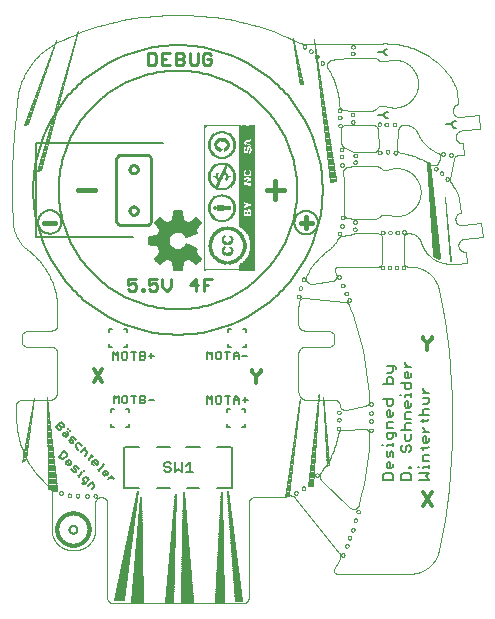
<source format=gto>
G75*
%MOIN*%
%OFA0B0*%
%FSLAX25Y25*%
%IPPOS*%
%LPD*%
%AMOC8*
5,1,8,0,0,1.08239X$1,22.5*
%
%ADD10C,0.00197*%
%ADD11C,0.01000*%
%ADD12C,0.00700*%
%ADD13C,0.00800*%
%ADD14C,0.01200*%
%ADD15C,0.00394*%
%ADD16C,0.00591*%
%ADD17C,0.00000*%
%ADD18C,0.00709*%
%ADD19C,0.01500*%
%ADD20C,0.00600*%
%ADD21C,0.00500*%
%ADD22C,0.01600*%
%ADD23C,0.00900*%
%ADD24R,0.00100X0.48400*%
%ADD25R,0.00100X0.32400*%
%ADD26R,0.00100X0.07100*%
%ADD27R,0.00100X0.07800*%
%ADD28R,0.00100X0.18200*%
%ADD29R,0.00100X0.01500*%
%ADD30R,0.00100X0.06400*%
%ADD31R,0.00100X0.00900*%
%ADD32R,0.00100X0.06300*%
%ADD33R,0.00100X0.00500*%
%ADD34R,0.00100X0.01200*%
%ADD35R,0.00100X0.04300*%
%ADD36R,0.00100X0.00800*%
%ADD37R,0.00100X0.05900*%
%ADD38R,0.00100X0.00300*%
%ADD39R,0.00100X0.05800*%
%ADD40R,0.00100X0.00200*%
%ADD41R,0.00100X0.04400*%
%ADD42R,0.00100X0.07300*%
%ADD43R,0.00100X0.08700*%
%ADD44R,0.00100X0.01000*%
%ADD45R,0.00100X0.00700*%
%ADD46R,0.00100X0.00600*%
%ADD47R,0.00100X0.05600*%
%ADD48R,0.00100X0.00100*%
%ADD49R,0.00100X0.06700*%
%ADD50R,0.00100X0.08100*%
%ADD51R,0.00100X0.05400*%
%ADD52R,0.00100X0.04500*%
%ADD53R,0.00100X0.06100*%
%ADD54R,0.00100X0.07500*%
%ADD55R,0.00100X0.00400*%
%ADD56R,0.00100X0.05300*%
%ADD57R,0.00100X0.05700*%
%ADD58R,0.00100X0.07200*%
%ADD59R,0.00100X0.05200*%
%ADD60R,0.00100X0.04600*%
%ADD61R,0.00100X0.07000*%
%ADD62R,0.00100X0.06500*%
%ADD63R,0.00100X0.04900*%
%ADD64R,0.00100X0.07900*%
%ADD65R,0.00100X0.04700*%
%ADD66R,0.00100X0.04800*%
%ADD67R,0.00100X0.06200*%
%ADD68R,0.00100X0.07600*%
%ADD69R,0.00100X0.06000*%
%ADD70R,0.00100X0.07400*%
%ADD71R,0.00100X0.01100*%
%ADD72R,0.00100X0.04200*%
%ADD73R,0.00100X0.05500*%
%ADD74R,0.00100X0.01300*%
%ADD75R,0.00100X0.04000*%
%ADD76R,0.00100X0.01700*%
%ADD77R,0.00100X0.03900*%
%ADD78R,0.00100X0.02000*%
%ADD79R,0.00100X0.03700*%
%ADD80R,0.00100X0.03200*%
%ADD81R,0.00100X0.05000*%
%ADD82R,0.00100X0.03800*%
%ADD83R,0.00100X0.05100*%
%ADD84R,0.00100X0.03600*%
%ADD85R,0.00100X0.04100*%
%ADD86R,0.00100X0.03400*%
%ADD87R,0.00100X0.03300*%
%ADD88R,0.00100X0.03100*%
%ADD89R,0.00100X0.01400*%
%ADD90R,0.00100X0.03000*%
%ADD91R,0.00100X0.01600*%
%ADD92R,0.00100X0.02900*%
%ADD93R,0.00100X0.02700*%
%ADD94R,0.00100X0.34400*%
%ADD95R,0.00100X0.02800*%
%ADD96R,0.00100X0.02400*%
%ADD97R,0.00100X0.02500*%
%ADD98R,0.00100X0.02100*%
%ADD99R,0.00100X0.34300*%
%ADD100R,0.00100X0.02600*%
%ADD101R,0.00100X0.01800*%
%ADD102R,0.00100X0.01900*%
%ADD103R,0.00100X0.34200*%
%ADD104R,0.00100X0.34100*%
%ADD105R,0.00100X0.34000*%
%ADD106R,0.00100X0.02300*%
%ADD107R,0.00100X0.33900*%
%ADD108R,0.00100X0.02200*%
%ADD109R,0.00100X0.33800*%
%ADD110R,0.00100X0.33700*%
%ADD111R,0.00100X0.03500*%
%ADD112R,0.00100X0.06900*%
%ADD113R,0.00100X0.06600*%
%ADD114R,0.00100X0.46600*%
D10*
X0028953Y0029365D02*
X0029740Y0029365D01*
X0029906Y0029367D01*
X0030073Y0029373D01*
X0030239Y0029383D01*
X0030405Y0029397D01*
X0030570Y0029415D01*
X0030736Y0029437D01*
X0030900Y0029463D01*
X0031064Y0029493D01*
X0031227Y0029527D01*
X0031389Y0029565D01*
X0031550Y0029607D01*
X0031710Y0029653D01*
X0031869Y0029702D01*
X0032027Y0029756D01*
X0032183Y0029813D01*
X0032338Y0029874D01*
X0032492Y0029938D01*
X0032643Y0030007D01*
X0032794Y0030079D01*
X0032942Y0030154D01*
X0033088Y0030233D01*
X0033233Y0030316D01*
X0033375Y0030402D01*
X0033516Y0030492D01*
X0033654Y0030585D01*
X0033790Y0030681D01*
X0033923Y0030780D01*
X0034054Y0030883D01*
X0034183Y0030989D01*
X0034309Y0031098D01*
X0034432Y0031210D01*
X0034553Y0031325D01*
X0034670Y0031442D01*
X0034785Y0031563D01*
X0034897Y0031686D01*
X0035006Y0031812D01*
X0035112Y0031941D01*
X0035215Y0032072D01*
X0035314Y0032205D01*
X0035410Y0032341D01*
X0035503Y0032479D01*
X0035593Y0032620D01*
X0035679Y0032762D01*
X0035762Y0032907D01*
X0035841Y0033053D01*
X0035916Y0033201D01*
X0035988Y0033352D01*
X0036057Y0033503D01*
X0036121Y0033657D01*
X0036182Y0033812D01*
X0036239Y0033968D01*
X0036293Y0034126D01*
X0036342Y0034285D01*
X0036388Y0034445D01*
X0036430Y0034606D01*
X0036468Y0034768D01*
X0036502Y0034931D01*
X0036532Y0035095D01*
X0036558Y0035259D01*
X0036580Y0035425D01*
X0036598Y0035590D01*
X0036612Y0035756D01*
X0036622Y0035922D01*
X0036628Y0036089D01*
X0036630Y0036255D01*
X0036630Y0045113D01*
X0038598Y0047082D02*
X0038684Y0047080D01*
X0038770Y0047075D01*
X0038855Y0047065D01*
X0038940Y0047052D01*
X0039024Y0047035D01*
X0039108Y0047015D01*
X0039190Y0046991D01*
X0039271Y0046963D01*
X0039352Y0046932D01*
X0039430Y0046898D01*
X0039507Y0046860D01*
X0039583Y0046818D01*
X0039656Y0046774D01*
X0039727Y0046726D01*
X0039797Y0046675D01*
X0039864Y0046621D01*
X0039928Y0046565D01*
X0039990Y0046505D01*
X0040050Y0046443D01*
X0040106Y0046379D01*
X0040160Y0046312D01*
X0040211Y0046242D01*
X0040259Y0046171D01*
X0040303Y0046098D01*
X0040345Y0046022D01*
X0040383Y0045945D01*
X0040417Y0045867D01*
X0040448Y0045786D01*
X0040476Y0045705D01*
X0040500Y0045623D01*
X0040520Y0045539D01*
X0040537Y0045455D01*
X0040550Y0045370D01*
X0040560Y0045285D01*
X0040565Y0045199D01*
X0040567Y0045113D01*
X0040567Y0013617D01*
X0040566Y0013617D02*
X0040568Y0013531D01*
X0040573Y0013445D01*
X0040583Y0013360D01*
X0040596Y0013275D01*
X0040613Y0013191D01*
X0040633Y0013107D01*
X0040657Y0013025D01*
X0040685Y0012944D01*
X0040716Y0012863D01*
X0040750Y0012785D01*
X0040788Y0012708D01*
X0040830Y0012633D01*
X0040874Y0012559D01*
X0040922Y0012488D01*
X0040973Y0012418D01*
X0041027Y0012351D01*
X0041083Y0012287D01*
X0041143Y0012225D01*
X0041205Y0012165D01*
X0041269Y0012109D01*
X0041336Y0012055D01*
X0041406Y0012004D01*
X0041477Y0011956D01*
X0041551Y0011912D01*
X0041626Y0011870D01*
X0041703Y0011832D01*
X0041781Y0011798D01*
X0041862Y0011767D01*
X0041943Y0011739D01*
X0042025Y0011715D01*
X0042109Y0011695D01*
X0042193Y0011678D01*
X0042278Y0011665D01*
X0042363Y0011655D01*
X0042449Y0011650D01*
X0042535Y0011648D01*
X0085843Y0011648D01*
X0085929Y0011650D01*
X0086015Y0011655D01*
X0086100Y0011665D01*
X0086185Y0011678D01*
X0086269Y0011695D01*
X0086353Y0011715D01*
X0086435Y0011739D01*
X0086516Y0011767D01*
X0086597Y0011798D01*
X0086675Y0011832D01*
X0086752Y0011870D01*
X0086828Y0011912D01*
X0086901Y0011956D01*
X0086972Y0012004D01*
X0087042Y0012055D01*
X0087109Y0012109D01*
X0087173Y0012165D01*
X0087235Y0012225D01*
X0087295Y0012287D01*
X0087351Y0012351D01*
X0087405Y0012418D01*
X0087456Y0012488D01*
X0087504Y0012559D01*
X0087548Y0012632D01*
X0087590Y0012708D01*
X0087628Y0012785D01*
X0087662Y0012863D01*
X0087693Y0012944D01*
X0087721Y0013025D01*
X0087745Y0013107D01*
X0087765Y0013191D01*
X0087782Y0013275D01*
X0087795Y0013360D01*
X0087805Y0013445D01*
X0087810Y0013531D01*
X0087812Y0013617D01*
X0087811Y0013617D02*
X0087811Y0045113D01*
X0087813Y0045199D01*
X0087818Y0045285D01*
X0087828Y0045370D01*
X0087841Y0045455D01*
X0087858Y0045539D01*
X0087878Y0045623D01*
X0087902Y0045705D01*
X0087930Y0045786D01*
X0087961Y0045867D01*
X0087995Y0045945D01*
X0088033Y0046022D01*
X0088075Y0046098D01*
X0088119Y0046171D01*
X0088167Y0046242D01*
X0088218Y0046312D01*
X0088272Y0046379D01*
X0088328Y0046443D01*
X0088388Y0046505D01*
X0088450Y0046565D01*
X0088514Y0046621D01*
X0088581Y0046675D01*
X0088651Y0046726D01*
X0088722Y0046774D01*
X0088796Y0046818D01*
X0088871Y0046860D01*
X0088948Y0046898D01*
X0089026Y0046932D01*
X0089107Y0046963D01*
X0089188Y0046991D01*
X0089270Y0047015D01*
X0089354Y0047035D01*
X0089438Y0047052D01*
X0089523Y0047065D01*
X0089608Y0047075D01*
X0089694Y0047080D01*
X0089780Y0047082D01*
X0089780Y0047081D02*
X0097260Y0047081D01*
X0100803Y0047475D02*
X0101156Y0047563D01*
X0101155Y0047563D02*
X0101240Y0047582D01*
X0101324Y0047598D01*
X0101410Y0047609D01*
X0101496Y0047617D01*
X0101582Y0047621D01*
X0101668Y0047622D01*
X0101754Y0047618D01*
X0101840Y0047611D01*
X0101926Y0047600D01*
X0102011Y0047585D01*
X0102095Y0047567D01*
X0102178Y0047545D01*
X0102260Y0047519D01*
X0102342Y0047490D01*
X0102421Y0047457D01*
X0102500Y0047421D01*
X0102576Y0047381D01*
X0102651Y0047338D01*
X0102724Y0047292D01*
X0102794Y0047243D01*
X0102863Y0047191D01*
X0102929Y0047135D01*
X0102993Y0047077D01*
X0103054Y0047016D01*
X0103112Y0046953D01*
X0103168Y0046887D01*
X0103167Y0046887D02*
X0117875Y0028592D01*
X0117925Y0028528D01*
X0117971Y0028462D01*
X0118014Y0028393D01*
X0118054Y0028323D01*
X0118091Y0028251D01*
X0118124Y0028177D01*
X0118154Y0028102D01*
X0118180Y0028025D01*
X0118203Y0027947D01*
X0118223Y0027869D01*
X0118238Y0027789D01*
X0118250Y0027709D01*
X0118258Y0027629D01*
X0118263Y0027548D01*
X0118264Y0027467D01*
X0118261Y0027386D01*
X0118254Y0027305D01*
X0118244Y0027225D01*
X0118230Y0027145D01*
X0118212Y0027066D01*
X0118191Y0026988D01*
X0118166Y0026911D01*
X0118138Y0026835D01*
X0117732Y0025822D01*
X0116354Y0023066D01*
X0116354Y0023065D02*
X0116323Y0023010D01*
X0116295Y0022952D01*
X0116270Y0022894D01*
X0116249Y0022833D01*
X0116232Y0022772D01*
X0116219Y0022709D01*
X0116209Y0022646D01*
X0116204Y0022583D01*
X0116202Y0022519D01*
X0116204Y0022455D01*
X0116210Y0022391D01*
X0116221Y0022328D01*
X0116235Y0022266D01*
X0116252Y0022205D01*
X0116274Y0022145D01*
X0116299Y0022086D01*
X0116328Y0022029D01*
X0116360Y0021974D01*
X0116395Y0021921D01*
X0116434Y0021870D01*
X0116476Y0021822D01*
X0116520Y0021776D01*
X0116568Y0021733D01*
X0116617Y0021693D01*
X0116670Y0021657D01*
X0116724Y0021623D01*
X0116780Y0021593D01*
X0116839Y0021567D01*
X0116898Y0021544D01*
X0116959Y0021525D01*
X0117021Y0021509D01*
X0117084Y0021498D01*
X0117147Y0021490D01*
X0117211Y0021486D01*
X0117275Y0021487D01*
X0117338Y0021491D01*
X0117339Y0021491D02*
X0141354Y0021491D01*
X0141594Y0021491D01*
X0141833Y0021496D01*
X0142072Y0021507D01*
X0142311Y0021524D01*
X0142550Y0021547D01*
X0142788Y0021575D01*
X0143025Y0021609D01*
X0143261Y0021649D01*
X0143497Y0021695D01*
X0143731Y0021746D01*
X0143963Y0021803D01*
X0144195Y0021866D01*
X0144424Y0021934D01*
X0144652Y0022007D01*
X0144879Y0022086D01*
X0145103Y0022171D01*
X0145325Y0022261D01*
X0145545Y0022356D01*
X0145762Y0022457D01*
X0145977Y0022563D01*
X0146190Y0022674D01*
X0146399Y0022790D01*
X0146606Y0022911D01*
X0146810Y0023037D01*
X0147010Y0023168D01*
X0147208Y0023303D01*
X0147402Y0023444D01*
X0147593Y0023589D01*
X0147780Y0023739D01*
X0147963Y0023893D01*
X0148143Y0024051D01*
X0148319Y0024214D01*
X0148490Y0024381D01*
X0148658Y0024552D01*
X0148822Y0024728D01*
X0148981Y0024907D01*
X0149136Y0025090D01*
X0149286Y0025276D01*
X0149432Y0025466D01*
X0149573Y0025660D01*
X0149710Y0025857D01*
X0149842Y0026057D01*
X0149968Y0026260D01*
X0150090Y0026466D01*
X0150207Y0026676D01*
X0150319Y0026888D01*
X0150426Y0027102D01*
X0150527Y0027319D01*
X0150623Y0027539D01*
X0150714Y0027760D01*
X0150799Y0027984D01*
X0150879Y0028210D01*
X0150954Y0028438D01*
X0151023Y0028667D01*
X0151086Y0028898D01*
X0151144Y0029131D01*
X0151196Y0029365D01*
X0124425Y0044326D02*
X0124401Y0044249D01*
X0124374Y0044173D01*
X0124343Y0044099D01*
X0124308Y0044026D01*
X0124270Y0043955D01*
X0124229Y0043886D01*
X0124185Y0043819D01*
X0124138Y0043754D01*
X0124087Y0043691D01*
X0124034Y0043631D01*
X0123978Y0043573D01*
X0123919Y0043518D01*
X0123858Y0043466D01*
X0123795Y0043417D01*
X0123729Y0043370D01*
X0123661Y0043327D01*
X0123591Y0043287D01*
X0123519Y0043251D01*
X0123446Y0043218D01*
X0123371Y0043188D01*
X0123295Y0043162D01*
X0123218Y0043139D01*
X0123140Y0043120D01*
X0123061Y0043105D01*
X0122981Y0043093D01*
X0122901Y0043086D01*
X0122821Y0043082D01*
X0122741Y0043081D01*
X0122660Y0043085D01*
X0122580Y0043092D01*
X0122501Y0043103D01*
X0122421Y0043118D01*
X0122343Y0043136D01*
X0122266Y0043158D01*
X0122190Y0043184D01*
X0122115Y0043213D01*
X0122041Y0043246D01*
X0121969Y0043282D01*
X0121899Y0043321D01*
X0121831Y0043364D01*
X0121765Y0043410D01*
X0121701Y0043459D01*
X0121639Y0043510D01*
X0121580Y0043565D01*
X0112015Y0052840D01*
X0111952Y0052893D01*
X0111892Y0052949D01*
X0111835Y0053009D01*
X0111780Y0053070D01*
X0111728Y0053135D01*
X0111680Y0053201D01*
X0111635Y0053270D01*
X0111593Y0053341D01*
X0111554Y0053414D01*
X0111519Y0053488D01*
X0111488Y0053565D01*
X0111460Y0053642D01*
X0111436Y0053721D01*
X0111416Y0053801D01*
X0111399Y0053881D01*
X0111387Y0053963D01*
X0111378Y0054045D01*
X0111373Y0054127D01*
X0111372Y0054209D01*
X0111375Y0054292D01*
X0111382Y0054374D01*
X0111393Y0054455D01*
X0111407Y0054537D01*
X0111426Y0054617D01*
X0111448Y0054696D01*
X0111474Y0054774D01*
X0111504Y0054851D01*
X0111537Y0054927D01*
X0111574Y0055000D01*
X0111614Y0055072D01*
X0111658Y0055142D01*
X0111705Y0055210D01*
X0111827Y0055349D01*
X0117535Y0067948D02*
X0117623Y0068299D01*
X0117645Y0068376D01*
X0117669Y0068452D01*
X0117698Y0068527D01*
X0117730Y0068601D01*
X0117766Y0068673D01*
X0117804Y0068743D01*
X0117847Y0068811D01*
X0117892Y0068877D01*
X0117941Y0068941D01*
X0117992Y0069002D01*
X0118046Y0069061D01*
X0118104Y0069117D01*
X0118163Y0069171D01*
X0118225Y0069221D01*
X0118290Y0069269D01*
X0118357Y0069313D01*
X0118425Y0069354D01*
X0118496Y0069392D01*
X0118568Y0069426D01*
X0118642Y0069457D01*
X0118718Y0069485D01*
X0118794Y0069509D01*
X0118872Y0069529D01*
X0118950Y0069545D01*
X0119029Y0069558D01*
X0119109Y0069567D01*
X0119189Y0069572D01*
X0126395Y0069855D01*
X0126476Y0069847D01*
X0126556Y0069835D01*
X0126636Y0069819D01*
X0126715Y0069800D01*
X0126793Y0069777D01*
X0126869Y0069750D01*
X0126945Y0069719D01*
X0127018Y0069685D01*
X0127090Y0069648D01*
X0127161Y0069607D01*
X0127229Y0069563D01*
X0127295Y0069516D01*
X0127359Y0069465D01*
X0127420Y0069412D01*
X0127479Y0069356D01*
X0127535Y0069297D01*
X0127588Y0069236D01*
X0127638Y0069172D01*
X0127685Y0069106D01*
X0127729Y0069038D01*
X0127770Y0068967D01*
X0127807Y0068895D01*
X0127841Y0068821D01*
X0127871Y0068746D01*
X0127898Y0068669D01*
X0127921Y0068591D01*
X0127940Y0068512D01*
X0127956Y0068433D01*
X0127967Y0068352D01*
X0127975Y0068272D01*
X0127979Y0068190D01*
X0127980Y0068109D01*
X0127976Y0068028D01*
X0127969Y0067947D01*
X0126626Y0077521D02*
X0120056Y0076208D01*
X0120057Y0076207D02*
X0119978Y0076194D01*
X0119900Y0076184D01*
X0119821Y0076178D01*
X0119742Y0076176D01*
X0119662Y0076178D01*
X0119583Y0076184D01*
X0119505Y0076193D01*
X0119426Y0076207D01*
X0119349Y0076224D01*
X0119273Y0076245D01*
X0119197Y0076270D01*
X0119123Y0076298D01*
X0119051Y0076330D01*
X0118980Y0076366D01*
X0118911Y0076405D01*
X0118844Y0076447D01*
X0118779Y0076493D01*
X0118717Y0076542D01*
X0118657Y0076594D01*
X0118599Y0076648D01*
X0118545Y0076706D01*
X0118493Y0076766D01*
X0118444Y0076828D01*
X0118398Y0076893D01*
X0118356Y0076960D01*
X0118317Y0077029D01*
X0118281Y0077100D01*
X0118249Y0077172D01*
X0118220Y0077246D01*
X0118196Y0077321D01*
X0118174Y0077398D01*
X0118157Y0077475D01*
X0118143Y0077553D01*
X0118134Y0077632D01*
X0118128Y0077711D01*
X0118126Y0077790D01*
X0118123Y0077869D01*
X0118116Y0077947D01*
X0118105Y0078025D01*
X0118090Y0078102D01*
X0118072Y0078178D01*
X0118050Y0078253D01*
X0118024Y0078327D01*
X0117995Y0078400D01*
X0117962Y0078471D01*
X0117926Y0078541D01*
X0117886Y0078609D01*
X0117843Y0078674D01*
X0117797Y0078738D01*
X0117748Y0078799D01*
X0117695Y0078858D01*
X0117640Y0078914D01*
X0117583Y0078967D01*
X0117523Y0079017D01*
X0117460Y0079065D01*
X0117395Y0079109D01*
X0117328Y0079150D01*
X0117259Y0079187D01*
X0117189Y0079222D01*
X0117116Y0079252D01*
X0117043Y0079280D01*
X0116968Y0079303D01*
X0116892Y0079323D01*
X0116815Y0079339D01*
X0116738Y0079351D01*
X0116660Y0079359D01*
X0116581Y0079364D01*
X0116503Y0079365D01*
X0107567Y0079365D01*
X0107459Y0079360D01*
X0107351Y0079359D01*
X0107243Y0079362D01*
X0107135Y0079368D01*
X0107027Y0079378D01*
X0106920Y0079393D01*
X0106813Y0079411D01*
X0106707Y0079432D01*
X0106602Y0079458D01*
X0106498Y0079487D01*
X0106395Y0079520D01*
X0106293Y0079557D01*
X0106193Y0079597D01*
X0106094Y0079641D01*
X0105996Y0079688D01*
X0105901Y0079739D01*
X0105807Y0079793D01*
X0105716Y0079851D01*
X0105626Y0079911D01*
X0105539Y0079975D01*
X0105454Y0080042D01*
X0105371Y0080112D01*
X0105291Y0080185D01*
X0105214Y0080260D01*
X0105139Y0080339D01*
X0105067Y0080419D01*
X0104999Y0080503D01*
X0104933Y0080589D01*
X0104870Y0080677D01*
X0104811Y0080767D01*
X0104754Y0080860D01*
X0104701Y0080954D01*
X0104652Y0081050D01*
X0104606Y0081148D01*
X0104563Y0081247D01*
X0104524Y0081348D01*
X0104489Y0081451D01*
X0104457Y0081554D01*
X0104429Y0081658D01*
X0104405Y0081764D01*
X0104385Y0081870D01*
X0104368Y0081977D01*
X0104355Y0082084D01*
X0104346Y0082192D01*
X0104346Y0095113D01*
X0104348Y0095199D01*
X0104353Y0095285D01*
X0104363Y0095370D01*
X0104376Y0095455D01*
X0104393Y0095539D01*
X0104413Y0095623D01*
X0104437Y0095705D01*
X0104465Y0095786D01*
X0104496Y0095867D01*
X0104530Y0095945D01*
X0104568Y0096022D01*
X0104610Y0096098D01*
X0104654Y0096171D01*
X0104702Y0096242D01*
X0104753Y0096312D01*
X0104807Y0096379D01*
X0104863Y0096443D01*
X0104923Y0096505D01*
X0104985Y0096565D01*
X0105049Y0096621D01*
X0105116Y0096675D01*
X0105186Y0096726D01*
X0105257Y0096774D01*
X0105331Y0096818D01*
X0105406Y0096860D01*
X0105483Y0096898D01*
X0105561Y0096932D01*
X0105642Y0096963D01*
X0105723Y0096991D01*
X0105805Y0097015D01*
X0105889Y0097035D01*
X0105973Y0097052D01*
X0106058Y0097065D01*
X0106143Y0097075D01*
X0106229Y0097080D01*
X0106315Y0097082D01*
X0106315Y0097081D02*
X0114976Y0097081D01*
X0116157Y0098262D01*
X0116157Y0101412D01*
X0114976Y0102593D01*
X0106315Y0102593D01*
X0106229Y0102595D01*
X0106143Y0102600D01*
X0106058Y0102610D01*
X0105973Y0102623D01*
X0105889Y0102640D01*
X0105805Y0102660D01*
X0105723Y0102684D01*
X0105642Y0102712D01*
X0105561Y0102743D01*
X0105483Y0102777D01*
X0105406Y0102815D01*
X0105331Y0102857D01*
X0105257Y0102901D01*
X0105186Y0102949D01*
X0105116Y0103000D01*
X0105049Y0103054D01*
X0104985Y0103110D01*
X0104923Y0103170D01*
X0104863Y0103232D01*
X0104807Y0103296D01*
X0104753Y0103363D01*
X0104702Y0103433D01*
X0104654Y0103504D01*
X0104610Y0103578D01*
X0104568Y0103653D01*
X0104530Y0103730D01*
X0104496Y0103808D01*
X0104465Y0103889D01*
X0104437Y0103970D01*
X0104413Y0104052D01*
X0104393Y0104136D01*
X0104376Y0104220D01*
X0104363Y0104305D01*
X0104353Y0104390D01*
X0104348Y0104476D01*
X0104346Y0104562D01*
X0104346Y0109680D01*
X0104543Y0112042D02*
X0104554Y0112120D01*
X0104570Y0112197D01*
X0104589Y0112274D01*
X0104611Y0112349D01*
X0104638Y0112423D01*
X0104668Y0112496D01*
X0104701Y0112567D01*
X0104738Y0112637D01*
X0104778Y0112704D01*
X0104821Y0112770D01*
X0104868Y0112834D01*
X0104917Y0112895D01*
X0104969Y0112954D01*
X0105024Y0113010D01*
X0105082Y0113063D01*
X0105142Y0113114D01*
X0105205Y0113161D01*
X0105270Y0113206D01*
X0105337Y0113247D01*
X0105405Y0113285D01*
X0105476Y0113320D01*
X0105548Y0113352D01*
X0105622Y0113379D01*
X0105697Y0113404D01*
X0105773Y0113424D01*
X0105849Y0113441D01*
X0105927Y0113454D01*
X0106005Y0113464D01*
X0106084Y0113469D01*
X0106162Y0113471D01*
X0106241Y0113469D01*
X0106319Y0113463D01*
X0106320Y0113463D02*
X0119864Y0112141D01*
X0119863Y0112141D02*
X0119943Y0112131D01*
X0120021Y0112118D01*
X0120100Y0112101D01*
X0120177Y0112080D01*
X0120253Y0112056D01*
X0120328Y0112028D01*
X0120401Y0111996D01*
X0120473Y0111961D01*
X0120543Y0111923D01*
X0120611Y0111881D01*
X0120677Y0111836D01*
X0120741Y0111788D01*
X0120803Y0111737D01*
X0120862Y0111683D01*
X0120918Y0111627D01*
X0120972Y0111567D01*
X0121023Y0111506D01*
X0121071Y0111442D01*
X0121116Y0111376D01*
X0121157Y0111307D01*
X0121195Y0111237D01*
X0121230Y0111165D01*
X0121262Y0111092D01*
X0121669Y0110073D01*
X0104544Y0112042D02*
X0104501Y0111808D01*
X0104463Y0111574D01*
X0104430Y0111339D01*
X0104402Y0111103D01*
X0104380Y0110866D01*
X0104363Y0110629D01*
X0104351Y0110392D01*
X0104345Y0110155D01*
X0104343Y0109917D01*
X0104347Y0109680D01*
X0108874Y0118193D02*
X0115559Y0119131D01*
X0115559Y0119132D02*
X0115638Y0119140D01*
X0115718Y0119152D01*
X0115796Y0119168D01*
X0115874Y0119188D01*
X0115950Y0119212D01*
X0116026Y0119239D01*
X0116100Y0119269D01*
X0116172Y0119304D01*
X0116243Y0119341D01*
X0116312Y0119382D01*
X0116378Y0119426D01*
X0116443Y0119474D01*
X0116505Y0119524D01*
X0116565Y0119577D01*
X0116622Y0119634D01*
X0116677Y0119692D01*
X0116728Y0119754D01*
X0116777Y0119817D01*
X0116822Y0119883D01*
X0116864Y0119952D01*
X0116903Y0120022D01*
X0116939Y0120093D01*
X0116971Y0120167D01*
X0116999Y0120242D01*
X0117024Y0120318D01*
X0117046Y0120395D01*
X0117063Y0120473D01*
X0117077Y0120552D01*
X0117087Y0120632D01*
X0117093Y0120712D01*
X0117095Y0120792D01*
X0117093Y0120872D01*
X0117088Y0120952D01*
X0117079Y0121031D01*
X0117066Y0121110D01*
X0117049Y0121189D01*
X0117028Y0121266D01*
X0117004Y0121342D01*
X0116976Y0121418D01*
X0116945Y0121491D01*
X0116551Y0122278D01*
X0116521Y0122334D01*
X0116495Y0122391D01*
X0116472Y0122450D01*
X0116453Y0122510D01*
X0116437Y0122571D01*
X0116425Y0122633D01*
X0116417Y0122695D01*
X0116412Y0122758D01*
X0116411Y0122821D01*
X0116414Y0122884D01*
X0116421Y0122947D01*
X0116431Y0123009D01*
X0116445Y0123070D01*
X0116463Y0123131D01*
X0116484Y0123190D01*
X0116509Y0123248D01*
X0116537Y0123305D01*
X0116569Y0123359D01*
X0116603Y0123412D01*
X0116641Y0123462D01*
X0116682Y0123511D01*
X0116725Y0123556D01*
X0116772Y0123599D01*
X0116820Y0123639D01*
X0116871Y0123676D01*
X0116924Y0123710D01*
X0116979Y0123741D01*
X0117036Y0123769D01*
X0117094Y0123793D01*
X0117154Y0123813D01*
X0117215Y0123830D01*
X0117276Y0123843D01*
X0117338Y0123853D01*
X0117339Y0123853D02*
X0130724Y0123853D01*
X0130801Y0123855D01*
X0130878Y0123861D01*
X0130955Y0123870D01*
X0131031Y0123883D01*
X0131107Y0123900D01*
X0131181Y0123921D01*
X0131255Y0123945D01*
X0131327Y0123973D01*
X0131397Y0124004D01*
X0131466Y0124039D01*
X0131534Y0124077D01*
X0131599Y0124118D01*
X0131662Y0124163D01*
X0131723Y0124211D01*
X0131782Y0124261D01*
X0131838Y0124314D01*
X0131891Y0124370D01*
X0131941Y0124429D01*
X0131989Y0124490D01*
X0132034Y0124553D01*
X0132075Y0124618D01*
X0132113Y0124686D01*
X0132148Y0124755D01*
X0132179Y0124825D01*
X0132207Y0124897D01*
X0132231Y0124971D01*
X0132252Y0125045D01*
X0132269Y0125121D01*
X0132282Y0125197D01*
X0132291Y0125274D01*
X0132297Y0125351D01*
X0132299Y0125428D01*
X0132299Y0133400D01*
X0132297Y0133477D01*
X0132291Y0133554D01*
X0132282Y0133631D01*
X0132269Y0133707D01*
X0132252Y0133783D01*
X0132231Y0133857D01*
X0132207Y0133931D01*
X0132179Y0134003D01*
X0132148Y0134073D01*
X0132113Y0134142D01*
X0132075Y0134210D01*
X0132034Y0134275D01*
X0131989Y0134338D01*
X0131941Y0134399D01*
X0131891Y0134458D01*
X0131838Y0134514D01*
X0131782Y0134567D01*
X0131723Y0134617D01*
X0131662Y0134665D01*
X0131599Y0134710D01*
X0131534Y0134751D01*
X0131466Y0134789D01*
X0131397Y0134824D01*
X0131327Y0134855D01*
X0131255Y0134883D01*
X0131181Y0134907D01*
X0131107Y0134928D01*
X0131031Y0134945D01*
X0130955Y0134958D01*
X0130878Y0134967D01*
X0130801Y0134973D01*
X0130724Y0134975D01*
X0123047Y0134975D01*
X0122779Y0134926D02*
X0118800Y0134143D01*
X0117637Y0133308D02*
X0117240Y0132613D01*
X0117637Y0133307D02*
X0117679Y0133378D01*
X0117725Y0133446D01*
X0117774Y0133512D01*
X0117826Y0133575D01*
X0117881Y0133636D01*
X0117938Y0133694D01*
X0117999Y0133750D01*
X0118062Y0133802D01*
X0118127Y0133852D01*
X0118195Y0133898D01*
X0118265Y0133941D01*
X0118337Y0133980D01*
X0118410Y0134016D01*
X0118486Y0134049D01*
X0118562Y0134078D01*
X0118640Y0134103D01*
X0118719Y0134125D01*
X0118799Y0134143D01*
X0122779Y0134926D02*
X0122845Y0134943D01*
X0122912Y0134957D01*
X0122979Y0134968D01*
X0123047Y0134975D01*
X0123082Y0139680D02*
X0129228Y0139680D01*
X0131984Y0141255D02*
X0134346Y0141255D01*
X0131984Y0141255D02*
X0131922Y0141159D01*
X0131856Y0141066D01*
X0131788Y0140975D01*
X0131716Y0140886D01*
X0131642Y0140800D01*
X0131564Y0140716D01*
X0131484Y0140635D01*
X0131401Y0140557D01*
X0131316Y0140482D01*
X0131228Y0140409D01*
X0131137Y0140340D01*
X0131045Y0140274D01*
X0130950Y0140211D01*
X0130853Y0140151D01*
X0130754Y0140094D01*
X0130653Y0140041D01*
X0130550Y0139991D01*
X0130446Y0139945D01*
X0130341Y0139903D01*
X0130234Y0139863D01*
X0130125Y0139828D01*
X0130016Y0139796D01*
X0129905Y0139768D01*
X0129794Y0139744D01*
X0129682Y0139724D01*
X0129569Y0139707D01*
X0129456Y0139694D01*
X0129342Y0139685D01*
X0129228Y0139680D01*
X0123082Y0139680D02*
X0123006Y0139682D01*
X0122930Y0139687D01*
X0122855Y0139697D01*
X0122780Y0139709D01*
X0122779Y0139709D02*
X0120759Y0140104D01*
X0120759Y0140105D02*
X0120680Y0140122D01*
X0120602Y0140143D01*
X0120524Y0140168D01*
X0120449Y0140197D01*
X0120374Y0140229D01*
X0120301Y0140265D01*
X0120231Y0140304D01*
X0120162Y0140346D01*
X0120095Y0140392D01*
X0120030Y0140441D01*
X0119968Y0140493D01*
X0119908Y0140548D01*
X0119851Y0140606D01*
X0119797Y0140666D01*
X0119746Y0140729D01*
X0119698Y0140794D01*
X0119653Y0140862D01*
X0119611Y0140931D01*
X0119573Y0141002D01*
X0119538Y0141076D01*
X0119507Y0141150D01*
X0119479Y0141227D01*
X0119455Y0141304D01*
X0119435Y0141383D01*
X0119419Y0141462D01*
X0119406Y0141542D01*
X0119397Y0141623D01*
X0119392Y0141703D01*
X0119391Y0141784D01*
X0119394Y0141865D01*
X0119394Y0141866D02*
X0119406Y0142062D01*
X0119504Y0144719D01*
X0119239Y0155245D02*
X0119235Y0155327D01*
X0119234Y0155408D01*
X0119237Y0155490D01*
X0119244Y0155571D01*
X0119255Y0155652D01*
X0119269Y0155732D01*
X0119287Y0155812D01*
X0119309Y0155891D01*
X0119334Y0155968D01*
X0119363Y0156045D01*
X0119395Y0156120D01*
X0119431Y0156193D01*
X0119470Y0156265D01*
X0119512Y0156334D01*
X0119558Y0156402D01*
X0119606Y0156468D01*
X0119658Y0156531D01*
X0119712Y0156592D01*
X0119769Y0156650D01*
X0119829Y0156706D01*
X0119891Y0156759D01*
X0119956Y0156808D01*
X0120023Y0156855D01*
X0120092Y0156899D01*
X0120163Y0156939D01*
X0120235Y0156977D01*
X0120310Y0157010D01*
X0120385Y0157041D01*
X0120462Y0157068D01*
X0120541Y0157091D01*
X0120620Y0157110D01*
X0120700Y0157126D01*
X0120781Y0157139D01*
X0120781Y0157138D02*
X0122949Y0157416D01*
X0130016Y0157396D01*
X0132378Y0156215D02*
X0134346Y0156215D01*
X0132378Y0156216D02*
X0132318Y0156298D01*
X0132254Y0156378D01*
X0132188Y0156455D01*
X0132119Y0156530D01*
X0132048Y0156602D01*
X0131973Y0156672D01*
X0131897Y0156739D01*
X0131818Y0156804D01*
X0131736Y0156865D01*
X0131653Y0156923D01*
X0131567Y0156978D01*
X0131480Y0157030D01*
X0131390Y0157079D01*
X0131299Y0157125D01*
X0131206Y0157167D01*
X0131112Y0157206D01*
X0131017Y0157241D01*
X0130920Y0157273D01*
X0130822Y0157301D01*
X0130723Y0157326D01*
X0130623Y0157347D01*
X0130523Y0157365D01*
X0130422Y0157379D01*
X0130321Y0157389D01*
X0130219Y0157395D01*
X0130117Y0157398D01*
X0130015Y0157397D01*
X0129473Y0162140D02*
X0122949Y0162140D01*
X0119759Y0163550D01*
X0119682Y0163587D01*
X0119607Y0163626D01*
X0119533Y0163669D01*
X0119462Y0163716D01*
X0119392Y0163765D01*
X0119326Y0163818D01*
X0119261Y0163874D01*
X0119199Y0163933D01*
X0119140Y0163994D01*
X0119084Y0164058D01*
X0119030Y0164125D01*
X0118980Y0164193D01*
X0118933Y0164265D01*
X0118890Y0164338D01*
X0118849Y0164413D01*
X0118812Y0164490D01*
X0118779Y0164568D01*
X0118749Y0164648D01*
X0118723Y0164729D01*
X0118701Y0164812D01*
X0118683Y0164895D01*
X0118668Y0164979D01*
X0118657Y0165063D01*
X0118650Y0165148D01*
X0118618Y0165684D01*
X0118520Y0167751D01*
X0118428Y0169304D01*
X0118429Y0169305D02*
X0118426Y0169386D01*
X0118427Y0169467D01*
X0118432Y0169548D01*
X0118441Y0169628D01*
X0118454Y0169709D01*
X0118470Y0169788D01*
X0118490Y0169867D01*
X0118514Y0169944D01*
X0118542Y0170020D01*
X0118573Y0170095D01*
X0118608Y0170168D01*
X0118647Y0170240D01*
X0118688Y0170309D01*
X0118733Y0170377D01*
X0118782Y0170442D01*
X0118833Y0170505D01*
X0118887Y0170565D01*
X0118944Y0170623D01*
X0119004Y0170678D01*
X0119066Y0170730D01*
X0119131Y0170779D01*
X0119198Y0170825D01*
X0119267Y0170867D01*
X0119338Y0170906D01*
X0119411Y0170942D01*
X0119486Y0170974D01*
X0119562Y0171003D01*
X0119639Y0171027D01*
X0119717Y0171049D01*
X0119796Y0171066D01*
X0119876Y0171080D01*
X0119957Y0171089D01*
X0120038Y0171095D01*
X0120119Y0171097D01*
X0129217Y0171097D01*
X0129295Y0171095D01*
X0129372Y0171089D01*
X0129449Y0171080D01*
X0129525Y0171067D01*
X0129601Y0171049D01*
X0129676Y0171029D01*
X0129749Y0171004D01*
X0129822Y0170976D01*
X0129892Y0170945D01*
X0129962Y0170910D01*
X0130029Y0170871D01*
X0130095Y0170830D01*
X0130158Y0170785D01*
X0130219Y0170737D01*
X0130278Y0170686D01*
X0130334Y0170633D01*
X0130387Y0170576D01*
X0130437Y0170518D01*
X0130485Y0170456D01*
X0130529Y0170393D01*
X0130571Y0170327D01*
X0130609Y0170259D01*
X0130643Y0170190D01*
X0130674Y0170119D01*
X0130702Y0170046D01*
X0130726Y0169973D01*
X0130746Y0169898D01*
X0130763Y0169822D01*
X0130776Y0169746D01*
X0130785Y0169669D01*
X0130790Y0169591D01*
X0130791Y0169592D02*
X0131046Y0163784D01*
X0131048Y0163707D01*
X0131046Y0163630D01*
X0131040Y0163553D01*
X0131030Y0163477D01*
X0131016Y0163401D01*
X0130999Y0163326D01*
X0130978Y0163252D01*
X0130954Y0163179D01*
X0130926Y0163107D01*
X0130894Y0163036D01*
X0130859Y0162968D01*
X0130821Y0162901D01*
X0130780Y0162836D01*
X0130735Y0162773D01*
X0130688Y0162712D01*
X0130637Y0162654D01*
X0130584Y0162598D01*
X0130528Y0162545D01*
X0130469Y0162495D01*
X0130409Y0162448D01*
X0130346Y0162404D01*
X0130280Y0162363D01*
X0130213Y0162325D01*
X0130144Y0162290D01*
X0130074Y0162259D01*
X0130002Y0162231D01*
X0129929Y0162207D01*
X0129854Y0162187D01*
X0129779Y0162170D01*
X0129703Y0162157D01*
X0129627Y0162148D01*
X0129550Y0162142D01*
X0129473Y0162140D01*
X0149622Y0192751D02*
X0149022Y0193181D01*
X0148412Y0193598D01*
X0147792Y0194001D01*
X0147163Y0194390D01*
X0146526Y0194763D01*
X0145880Y0195122D01*
X0145226Y0195466D01*
X0144564Y0195795D01*
X0143895Y0196108D01*
X0143218Y0196406D01*
X0142535Y0196688D01*
X0133480Y0192357D02*
X0131512Y0192357D01*
X0129150Y0193538D02*
X0122063Y0193538D01*
X0116480Y0192980D01*
X0115845Y0192861D02*
X0115194Y0192680D01*
X0115194Y0192679D02*
X0115112Y0192655D01*
X0115032Y0192626D01*
X0114953Y0192594D01*
X0114876Y0192558D01*
X0114800Y0192519D01*
X0114726Y0192477D01*
X0114654Y0192431D01*
X0114585Y0192381D01*
X0114517Y0192329D01*
X0114452Y0192274D01*
X0114390Y0192215D01*
X0114331Y0192154D01*
X0114274Y0192090D01*
X0114221Y0192024D01*
X0114170Y0191955D01*
X0114123Y0191884D01*
X0114079Y0191811D01*
X0114038Y0191736D01*
X0114001Y0191660D01*
X0113967Y0191581D01*
X0113938Y0191501D01*
X0113911Y0191420D01*
X0113889Y0191338D01*
X0113870Y0191255D01*
X0113855Y0191171D01*
X0113844Y0191086D01*
X0113837Y0191001D01*
X0113834Y0190916D01*
X0113835Y0190831D01*
X0113840Y0190746D01*
X0113848Y0190661D01*
X0113861Y0190577D01*
X0113877Y0190493D01*
X0113897Y0190410D01*
X0113921Y0190328D01*
X0113949Y0190248D01*
X0113980Y0190168D01*
X0114015Y0190090D01*
X0114053Y0190014D01*
X0114095Y0189940D01*
X0114141Y0189868D01*
X0114189Y0189798D01*
X0115845Y0192860D02*
X0115949Y0192887D01*
X0116055Y0192912D01*
X0116160Y0192933D01*
X0116267Y0192952D01*
X0116374Y0192967D01*
X0116481Y0192979D01*
X0122063Y0198262D02*
X0105596Y0198262D01*
X0105597Y0198262D02*
X0105502Y0198266D01*
X0105407Y0198274D01*
X0105313Y0198285D01*
X0105219Y0198301D01*
X0105127Y0198320D01*
X0105034Y0198343D01*
X0104943Y0198369D01*
X0104854Y0198400D01*
X0104765Y0198434D01*
X0104678Y0198471D01*
X0104592Y0198512D01*
X0104509Y0198557D01*
X0104427Y0198605D01*
X0104347Y0198656D01*
X0122063Y0198262D02*
X0132299Y0198262D01*
X0129149Y0193539D02*
X0129251Y0193540D01*
X0129353Y0193537D01*
X0129455Y0193531D01*
X0129556Y0193521D01*
X0129657Y0193507D01*
X0129757Y0193489D01*
X0129857Y0193468D01*
X0129956Y0193443D01*
X0130054Y0193415D01*
X0130151Y0193383D01*
X0130246Y0193348D01*
X0130340Y0193309D01*
X0130433Y0193267D01*
X0130524Y0193221D01*
X0130614Y0193172D01*
X0130701Y0193120D01*
X0130787Y0193065D01*
X0130870Y0193007D01*
X0130952Y0192946D01*
X0131031Y0192881D01*
X0131107Y0192814D01*
X0131182Y0192744D01*
X0131253Y0192672D01*
X0131322Y0192597D01*
X0131388Y0192520D01*
X0131452Y0192440D01*
X0131512Y0192358D01*
X0133480Y0192357D02*
X0133664Y0192423D01*
X0133850Y0192484D01*
X0134037Y0192540D01*
X0134225Y0192591D01*
X0134415Y0192638D01*
X0134606Y0192681D01*
X0134797Y0192718D01*
X0134990Y0192751D01*
X0135183Y0192779D01*
X0135377Y0192803D01*
X0135572Y0192821D01*
X0135767Y0192835D01*
X0135962Y0192844D01*
X0136157Y0192849D01*
X0136352Y0192848D01*
X0136548Y0192843D01*
X0136743Y0192833D01*
X0136938Y0192818D01*
X0137132Y0192798D01*
X0137326Y0192774D01*
X0137519Y0192745D01*
X0137712Y0192711D01*
X0137903Y0192673D01*
X0138094Y0192630D01*
X0138283Y0192582D01*
X0138471Y0192529D01*
X0138658Y0192472D01*
X0138843Y0192411D01*
X0139027Y0192344D01*
X0139209Y0192274D01*
X0139390Y0192199D01*
X0139568Y0192119D01*
X0139745Y0192035D01*
X0139919Y0191947D01*
X0140091Y0191855D01*
X0140261Y0191758D01*
X0140428Y0191658D01*
X0140593Y0191553D01*
X0140756Y0191444D01*
X0140915Y0191331D01*
X0141072Y0191215D01*
X0141226Y0191094D01*
X0141377Y0190970D01*
X0141524Y0190842D01*
X0141669Y0190711D01*
X0141810Y0190576D01*
X0141948Y0190438D01*
X0142083Y0190296D01*
X0142214Y0190151D01*
X0142341Y0190003D01*
X0142465Y0189852D01*
X0142585Y0189698D01*
X0142701Y0189541D01*
X0142814Y0189381D01*
X0142922Y0189219D01*
X0143026Y0189053D01*
X0143127Y0188886D01*
X0143223Y0188716D01*
X0143315Y0188543D01*
X0143403Y0188369D01*
X0143486Y0188192D01*
X0143565Y0188013D01*
X0143640Y0187833D01*
X0143710Y0187651D01*
X0143776Y0187467D01*
X0143837Y0187281D01*
X0143893Y0187094D01*
X0143946Y0186906D01*
X0143993Y0186716D01*
X0144036Y0186526D01*
X0144074Y0186334D01*
X0144107Y0186142D01*
X0144136Y0185948D01*
X0144160Y0185754D01*
X0144179Y0185560D01*
X0144193Y0185365D01*
X0144203Y0185170D01*
X0144207Y0184975D01*
X0144207Y0184779D01*
X0144203Y0184584D01*
X0144193Y0184389D01*
X0144179Y0184194D01*
X0144160Y0184000D01*
X0144136Y0183806D01*
X0144107Y0183612D01*
X0144074Y0183420D01*
X0144036Y0183228D01*
X0143993Y0183038D01*
X0143946Y0182848D01*
X0143893Y0182660D01*
X0143837Y0182473D01*
X0143776Y0182287D01*
X0143710Y0182103D01*
X0143640Y0181921D01*
X0143565Y0181741D01*
X0143486Y0181562D01*
X0143403Y0181385D01*
X0143315Y0181211D01*
X0143223Y0181038D01*
X0143127Y0180868D01*
X0143026Y0180701D01*
X0142922Y0180535D01*
X0142814Y0180373D01*
X0142701Y0180213D01*
X0142585Y0180056D01*
X0142465Y0179902D01*
X0142341Y0179751D01*
X0142214Y0179603D01*
X0142083Y0179458D01*
X0141948Y0179316D01*
X0141810Y0179178D01*
X0141669Y0179043D01*
X0141524Y0178912D01*
X0141377Y0178784D01*
X0141226Y0178660D01*
X0141072Y0178539D01*
X0140915Y0178423D01*
X0140756Y0178310D01*
X0140593Y0178201D01*
X0140428Y0178096D01*
X0140261Y0177996D01*
X0140091Y0177899D01*
X0139919Y0177807D01*
X0139745Y0177719D01*
X0139568Y0177635D01*
X0139390Y0177555D01*
X0139209Y0177480D01*
X0139027Y0177410D01*
X0138843Y0177343D01*
X0138658Y0177282D01*
X0138471Y0177225D01*
X0138283Y0177172D01*
X0138094Y0177124D01*
X0137903Y0177081D01*
X0137712Y0177043D01*
X0137519Y0177009D01*
X0137326Y0176980D01*
X0137132Y0176956D01*
X0136938Y0176936D01*
X0136743Y0176921D01*
X0136548Y0176911D01*
X0136352Y0176906D01*
X0136157Y0176905D01*
X0135962Y0176910D01*
X0135767Y0176919D01*
X0135572Y0176933D01*
X0135377Y0176951D01*
X0135183Y0176975D01*
X0134990Y0177003D01*
X0134797Y0177036D01*
X0134606Y0177073D01*
X0134415Y0177116D01*
X0134225Y0177163D01*
X0134037Y0177214D01*
X0133850Y0177270D01*
X0133664Y0177331D01*
X0133480Y0177397D01*
X0133480Y0177396D02*
X0131118Y0177396D01*
X0128362Y0175822D02*
X0122142Y0175822D01*
X0121985Y0175829D02*
X0119480Y0176080D01*
X0119480Y0176079D02*
X0119399Y0176089D01*
X0119318Y0176103D01*
X0119238Y0176121D01*
X0119160Y0176143D01*
X0119082Y0176169D01*
X0119006Y0176198D01*
X0118931Y0176231D01*
X0118858Y0176268D01*
X0118787Y0176308D01*
X0118717Y0176351D01*
X0118650Y0176398D01*
X0118586Y0176448D01*
X0118524Y0176501D01*
X0118464Y0176557D01*
X0118408Y0176616D01*
X0118354Y0176678D01*
X0118303Y0176742D01*
X0118256Y0176808D01*
X0118211Y0176877D01*
X0118170Y0176948D01*
X0118133Y0177020D01*
X0118099Y0177095D01*
X0118069Y0177171D01*
X0118043Y0177248D01*
X0118020Y0177326D01*
X0118001Y0177406D01*
X0117986Y0177486D01*
X0117975Y0177567D01*
X0117976Y0177568D02*
X0117929Y0177987D01*
X0121985Y0175829D02*
X0122064Y0175823D01*
X0122142Y0175821D01*
X0128362Y0175822D02*
X0128476Y0175827D01*
X0128590Y0175836D01*
X0128703Y0175849D01*
X0128816Y0175866D01*
X0128928Y0175886D01*
X0129039Y0175910D01*
X0129150Y0175938D01*
X0129259Y0175970D01*
X0129368Y0176005D01*
X0129475Y0176045D01*
X0129580Y0176087D01*
X0129684Y0176133D01*
X0129787Y0176183D01*
X0129888Y0176236D01*
X0129987Y0176293D01*
X0130084Y0176353D01*
X0130179Y0176416D01*
X0130271Y0176482D01*
X0130362Y0176551D01*
X0130450Y0176624D01*
X0130535Y0176699D01*
X0130618Y0176777D01*
X0130698Y0176858D01*
X0130776Y0176942D01*
X0130850Y0177028D01*
X0130922Y0177117D01*
X0130990Y0177208D01*
X0131056Y0177301D01*
X0131118Y0177397D01*
X0149622Y0192751D02*
X0150032Y0192450D01*
X0150434Y0192139D01*
X0150828Y0191819D01*
X0151214Y0191489D01*
X0151592Y0191150D01*
X0151962Y0190802D01*
X0152323Y0190444D01*
X0152675Y0190078D01*
X0153018Y0189704D01*
X0153352Y0189321D01*
X0153676Y0188930D01*
X0153991Y0188531D01*
X0154296Y0188125D01*
X0154590Y0187711D01*
X0154875Y0187291D01*
X0155149Y0186863D01*
X0155412Y0186429D01*
X0155665Y0185988D01*
X0155907Y0185542D01*
X0156138Y0185089D01*
X0156358Y0184631D01*
X0156567Y0184168D01*
X0156764Y0183700D01*
X0156949Y0183227D01*
X0157123Y0182750D01*
X0157687Y0178013D01*
X0157597Y0178001D01*
X0157508Y0177984D01*
X0157419Y0177964D01*
X0157331Y0177941D01*
X0157245Y0177914D01*
X0157160Y0177883D01*
X0157076Y0177848D01*
X0156994Y0177810D01*
X0156913Y0177768D01*
X0156834Y0177723D01*
X0156758Y0177675D01*
X0156683Y0177624D01*
X0156611Y0177569D01*
X0156540Y0177512D01*
X0156473Y0177451D01*
X0156408Y0177388D01*
X0156346Y0177322D01*
X0156287Y0177253D01*
X0156230Y0177182D01*
X0156177Y0177109D01*
X0156127Y0177033D01*
X0156080Y0176955D01*
X0156037Y0176876D01*
X0155996Y0176795D01*
X0155960Y0176712D01*
X0155927Y0176627D01*
X0155897Y0176541D01*
X0155872Y0176454D01*
X0155850Y0176366D01*
X0155831Y0176278D01*
X0155817Y0176188D01*
X0155806Y0176098D01*
X0155799Y0176008D01*
X0155796Y0175917D01*
X0155797Y0175826D01*
X0155802Y0175736D01*
X0155810Y0175646D01*
X0155822Y0175556D01*
X0155839Y0175467D01*
X0155859Y0175378D01*
X0155882Y0175290D01*
X0155909Y0175204D01*
X0155940Y0175119D01*
X0155975Y0175035D01*
X0156013Y0174953D01*
X0156055Y0174872D01*
X0156100Y0174793D01*
X0156148Y0174717D01*
X0156199Y0174642D01*
X0156254Y0174570D01*
X0156311Y0174499D01*
X0156372Y0174432D01*
X0156435Y0174367D01*
X0156501Y0174305D01*
X0156570Y0174246D01*
X0156641Y0174189D01*
X0156714Y0174136D01*
X0156790Y0174086D01*
X0156868Y0174039D01*
X0156947Y0173996D01*
X0157028Y0173955D01*
X0157111Y0173919D01*
X0157196Y0173886D01*
X0157282Y0173856D01*
X0157369Y0173831D01*
X0157457Y0173809D01*
X0157545Y0173790D01*
X0157635Y0173776D01*
X0157725Y0173765D01*
X0157815Y0173758D01*
X0157906Y0173755D01*
X0157997Y0173756D01*
X0158087Y0173761D01*
X0158177Y0173769D01*
X0158178Y0173769D02*
X0164449Y0174422D01*
X0164977Y0169932D01*
X0158705Y0169279D01*
X0158706Y0169279D02*
X0158616Y0169267D01*
X0158527Y0169250D01*
X0158438Y0169230D01*
X0158350Y0169207D01*
X0158264Y0169180D01*
X0158179Y0169149D01*
X0158095Y0169114D01*
X0158013Y0169076D01*
X0157932Y0169034D01*
X0157853Y0168989D01*
X0157777Y0168941D01*
X0157702Y0168890D01*
X0157630Y0168835D01*
X0157559Y0168778D01*
X0157492Y0168717D01*
X0157427Y0168654D01*
X0157365Y0168588D01*
X0157306Y0168519D01*
X0157249Y0168448D01*
X0157196Y0168375D01*
X0157146Y0168299D01*
X0157099Y0168221D01*
X0157056Y0168142D01*
X0157015Y0168061D01*
X0156979Y0167978D01*
X0156946Y0167893D01*
X0156916Y0167807D01*
X0156891Y0167720D01*
X0156869Y0167632D01*
X0156850Y0167544D01*
X0156836Y0167454D01*
X0156825Y0167364D01*
X0156818Y0167274D01*
X0156815Y0167183D01*
X0156816Y0167092D01*
X0156821Y0167002D01*
X0156829Y0166912D01*
X0156841Y0166822D01*
X0156858Y0166733D01*
X0156878Y0166644D01*
X0156901Y0166556D01*
X0156928Y0166470D01*
X0156959Y0166385D01*
X0156994Y0166301D01*
X0157032Y0166219D01*
X0157074Y0166138D01*
X0157119Y0166059D01*
X0157167Y0165983D01*
X0157218Y0165908D01*
X0157273Y0165836D01*
X0157330Y0165765D01*
X0157391Y0165698D01*
X0157454Y0165633D01*
X0157520Y0165571D01*
X0157589Y0165512D01*
X0157660Y0165455D01*
X0157733Y0165402D01*
X0157809Y0165352D01*
X0157887Y0165305D01*
X0157966Y0165262D01*
X0158047Y0165221D01*
X0158130Y0165185D01*
X0158215Y0165152D01*
X0158301Y0165122D01*
X0158388Y0165097D01*
X0158476Y0165075D01*
X0158564Y0165056D01*
X0158654Y0165042D01*
X0158744Y0165031D01*
X0158834Y0165024D01*
X0158925Y0165021D01*
X0159016Y0165022D01*
X0159106Y0165027D01*
X0159196Y0165035D01*
X0159661Y0161058D01*
X0158480Y0161058D01*
X0157497Y0160968D01*
X0157497Y0160969D02*
X0157420Y0160960D01*
X0157342Y0160947D01*
X0157266Y0160930D01*
X0157191Y0160909D01*
X0157116Y0160885D01*
X0157043Y0160857D01*
X0156971Y0160826D01*
X0156901Y0160791D01*
X0156833Y0160753D01*
X0156767Y0160711D01*
X0156703Y0160666D01*
X0156641Y0160618D01*
X0156582Y0160567D01*
X0156525Y0160513D01*
X0156471Y0160456D01*
X0156420Y0160397D01*
X0156372Y0160335D01*
X0156328Y0160271D01*
X0156286Y0160204D01*
X0156248Y0160136D01*
X0156213Y0160066D01*
X0156181Y0159994D01*
X0156154Y0159921D01*
X0156130Y0159847D01*
X0156109Y0159771D01*
X0156093Y0159695D01*
X0154861Y0153226D01*
X0155097Y0152057D02*
X0156315Y0150231D01*
X0155098Y0152057D02*
X0155057Y0152122D01*
X0155019Y0152188D01*
X0154985Y0152257D01*
X0154954Y0152326D01*
X0154926Y0152398D01*
X0154902Y0152470D01*
X0154881Y0152544D01*
X0154864Y0152618D01*
X0154851Y0152693D01*
X0154841Y0152769D01*
X0154835Y0152845D01*
X0154833Y0152922D01*
X0154834Y0152998D01*
X0154840Y0153074D01*
X0154848Y0153150D01*
X0154861Y0153226D01*
X0150840Y0158435D02*
X0151501Y0159646D01*
X0151501Y0159647D02*
X0151536Y0159716D01*
X0151568Y0159786D01*
X0151597Y0159858D01*
X0151621Y0159932D01*
X0151643Y0160006D01*
X0151660Y0160082D01*
X0151674Y0160158D01*
X0151684Y0160235D01*
X0151690Y0160312D01*
X0151693Y0160389D01*
X0151692Y0160467D01*
X0151687Y0160544D01*
X0151678Y0160621D01*
X0151665Y0160697D01*
X0151648Y0160773D01*
X0151628Y0160848D01*
X0151605Y0160921D01*
X0151577Y0160994D01*
X0151546Y0161065D01*
X0151512Y0161134D01*
X0151474Y0161202D01*
X0151433Y0161268D01*
X0151389Y0161331D01*
X0151342Y0161393D01*
X0151291Y0161452D01*
X0151238Y0161508D01*
X0151183Y0161562D01*
X0151124Y0161613D01*
X0151063Y0161661D01*
X0151000Y0161706D01*
X0150935Y0161747D01*
X0150868Y0161786D01*
X0150799Y0161821D01*
X0150728Y0161853D01*
X0150656Y0161881D01*
X0150213Y0162042D01*
X0150840Y0158435D02*
X0150801Y0158368D01*
X0150760Y0158304D01*
X0150715Y0158241D01*
X0150667Y0158181D01*
X0150616Y0158123D01*
X0150563Y0158068D01*
X0150507Y0158015D01*
X0150449Y0157965D01*
X0150388Y0157918D01*
X0150325Y0157874D01*
X0150259Y0157834D01*
X0150192Y0157796D01*
X0150124Y0157762D01*
X0150053Y0157731D01*
X0149981Y0157704D01*
X0149908Y0157680D01*
X0149834Y0157660D01*
X0149759Y0157643D01*
X0149683Y0157630D01*
X0149607Y0157621D01*
X0149530Y0157616D01*
X0149453Y0157614D01*
X0149377Y0157616D01*
X0149300Y0157622D01*
X0149224Y0157631D01*
X0149148Y0157645D01*
X0149073Y0157662D01*
X0148999Y0157682D01*
X0148926Y0157706D01*
X0148854Y0157734D01*
X0148784Y0157765D01*
X0148715Y0157800D01*
X0148648Y0157837D01*
X0148583Y0157879D01*
X0148584Y0157879D02*
X0147654Y0158499D01*
X0144110Y0168342D02*
X0144064Y0168461D01*
X0144014Y0168578D01*
X0143960Y0168694D01*
X0143903Y0168808D01*
X0143842Y0168921D01*
X0143779Y0169031D01*
X0143711Y0169140D01*
X0143641Y0169246D01*
X0143567Y0169351D01*
X0143491Y0169453D01*
X0143411Y0169553D01*
X0143328Y0169650D01*
X0143243Y0169745D01*
X0143154Y0169837D01*
X0143063Y0169927D01*
X0142969Y0170013D01*
X0142873Y0170097D01*
X0142774Y0170178D01*
X0142673Y0170256D01*
X0142569Y0170331D01*
X0142464Y0170402D01*
X0142356Y0170471D01*
X0142246Y0170536D01*
X0142134Y0170598D01*
X0142021Y0170656D01*
X0141905Y0170711D01*
X0141788Y0170763D01*
X0141670Y0170811D01*
X0141550Y0170855D01*
X0141429Y0170896D01*
X0141307Y0170933D01*
X0141184Y0170966D01*
X0141060Y0170996D01*
X0140935Y0171022D01*
X0140809Y0171044D01*
X0140682Y0171063D01*
X0140555Y0171077D01*
X0140428Y0171088D01*
X0140301Y0171095D01*
X0140173Y0171098D01*
X0140173Y0171097D02*
X0139255Y0171097D01*
X0139177Y0171095D01*
X0139099Y0171089D01*
X0139022Y0171080D01*
X0138945Y0171066D01*
X0138869Y0171049D01*
X0138794Y0171028D01*
X0138720Y0171004D01*
X0138648Y0170975D01*
X0138577Y0170943D01*
X0138507Y0170908D01*
X0138440Y0170870D01*
X0138374Y0170828D01*
X0138311Y0170782D01*
X0138249Y0170734D01*
X0138191Y0170683D01*
X0138135Y0170629D01*
X0138081Y0170572D01*
X0138031Y0170513D01*
X0137983Y0170451D01*
X0137939Y0170387D01*
X0137898Y0170321D01*
X0137860Y0170253D01*
X0137825Y0170183D01*
X0137794Y0170111D01*
X0137767Y0170038D01*
X0137743Y0169964D01*
X0137723Y0169889D01*
X0137707Y0169813D01*
X0137695Y0169736D01*
X0137686Y0169658D01*
X0137686Y0169659D02*
X0137150Y0163493D01*
X0137150Y0163492D02*
X0137145Y0163414D01*
X0137144Y0163336D01*
X0137147Y0163258D01*
X0137154Y0163180D01*
X0137165Y0163102D01*
X0137179Y0163025D01*
X0137198Y0162949D01*
X0137220Y0162874D01*
X0137245Y0162800D01*
X0137275Y0162727D01*
X0137308Y0162656D01*
X0137345Y0162587D01*
X0137385Y0162519D01*
X0137428Y0162454D01*
X0137474Y0162391D01*
X0137524Y0162330D01*
X0137576Y0162272D01*
X0137632Y0162217D01*
X0137690Y0162164D01*
X0137750Y0162114D01*
X0137813Y0162068D01*
X0137878Y0162024D01*
X0137945Y0161984D01*
X0138015Y0161947D01*
X0138086Y0161914D01*
X0138158Y0161884D01*
X0138232Y0161858D01*
X0138307Y0161836D01*
X0138383Y0161817D01*
X0138460Y0161802D01*
X0138460Y0161803D02*
X0139386Y0161648D01*
X0142536Y0196688D02*
X0141920Y0196900D01*
X0141299Y0197096D01*
X0140674Y0197278D01*
X0140044Y0197445D01*
X0139411Y0197598D01*
X0138775Y0197735D01*
X0138135Y0197856D01*
X0137493Y0197963D01*
X0136848Y0198055D01*
X0136201Y0198131D01*
X0135553Y0198191D01*
X0134903Y0198236D01*
X0134253Y0198266D01*
X0133602Y0198281D01*
X0132950Y0198279D01*
X0132299Y0198263D01*
X0144110Y0168341D02*
X0144240Y0168061D01*
X0144377Y0167785D01*
X0144520Y0167512D01*
X0144670Y0167242D01*
X0144826Y0166976D01*
X0144989Y0166714D01*
X0145158Y0166456D01*
X0145333Y0166202D01*
X0145514Y0165952D01*
X0145701Y0165706D01*
X0145893Y0165465D01*
X0146091Y0165229D01*
X0146295Y0164997D01*
X0146505Y0164770D01*
X0146719Y0164549D01*
X0146939Y0164332D01*
X0147164Y0164121D01*
X0147394Y0163916D01*
X0147629Y0163715D01*
X0147868Y0163521D01*
X0148112Y0163332D01*
X0148361Y0163149D01*
X0148614Y0162972D01*
X0148871Y0162802D01*
X0149131Y0162637D01*
X0149396Y0162478D01*
X0149665Y0162326D01*
X0149937Y0162181D01*
X0150212Y0162042D01*
X0157988Y0146589D02*
X0158553Y0141872D01*
X0158463Y0141860D01*
X0158374Y0141843D01*
X0158285Y0141823D01*
X0158197Y0141800D01*
X0158111Y0141773D01*
X0158026Y0141742D01*
X0157942Y0141707D01*
X0157860Y0141669D01*
X0157779Y0141627D01*
X0157700Y0141582D01*
X0157624Y0141534D01*
X0157549Y0141483D01*
X0157477Y0141428D01*
X0157406Y0141371D01*
X0157339Y0141310D01*
X0157274Y0141247D01*
X0157212Y0141181D01*
X0157153Y0141112D01*
X0157096Y0141041D01*
X0157043Y0140968D01*
X0156993Y0140892D01*
X0156946Y0140814D01*
X0156903Y0140735D01*
X0156862Y0140654D01*
X0156826Y0140571D01*
X0156793Y0140486D01*
X0156763Y0140400D01*
X0156738Y0140313D01*
X0156716Y0140225D01*
X0156697Y0140137D01*
X0156683Y0140047D01*
X0156672Y0139957D01*
X0156665Y0139867D01*
X0156662Y0139776D01*
X0156663Y0139685D01*
X0156668Y0139595D01*
X0156676Y0139505D01*
X0156688Y0139415D01*
X0156705Y0139326D01*
X0156725Y0139237D01*
X0156748Y0139149D01*
X0156775Y0139063D01*
X0156806Y0138978D01*
X0156841Y0138894D01*
X0156879Y0138812D01*
X0156921Y0138731D01*
X0156966Y0138652D01*
X0157014Y0138576D01*
X0157065Y0138501D01*
X0157120Y0138429D01*
X0157177Y0138358D01*
X0157238Y0138291D01*
X0157301Y0138226D01*
X0157367Y0138164D01*
X0157436Y0138105D01*
X0157507Y0138048D01*
X0157580Y0137995D01*
X0157656Y0137945D01*
X0157734Y0137898D01*
X0157813Y0137855D01*
X0157894Y0137814D01*
X0157977Y0137778D01*
X0158062Y0137745D01*
X0158148Y0137715D01*
X0158235Y0137690D01*
X0158323Y0137668D01*
X0158411Y0137649D01*
X0158501Y0137635D01*
X0158591Y0137624D01*
X0158681Y0137617D01*
X0158772Y0137614D01*
X0158863Y0137615D01*
X0158953Y0137620D01*
X0159043Y0137628D01*
X0159044Y0137628D02*
X0165315Y0138281D01*
X0165843Y0133790D01*
X0159571Y0133137D01*
X0159481Y0133125D01*
X0159391Y0133109D01*
X0159302Y0133089D01*
X0159214Y0133066D01*
X0159127Y0133038D01*
X0159042Y0133008D01*
X0158957Y0132973D01*
X0158875Y0132935D01*
X0158793Y0132893D01*
X0158714Y0132848D01*
X0158637Y0132800D01*
X0158562Y0132749D01*
X0158489Y0132694D01*
X0158418Y0132636D01*
X0158351Y0132575D01*
X0158285Y0132512D01*
X0158223Y0132446D01*
X0158163Y0132377D01*
X0158106Y0132306D01*
X0158052Y0132232D01*
X0158002Y0132156D01*
X0157955Y0132078D01*
X0157911Y0131999D01*
X0157870Y0131917D01*
X0157833Y0131834D01*
X0157800Y0131749D01*
X0157770Y0131663D01*
X0157744Y0131576D01*
X0157722Y0131487D01*
X0157703Y0131398D01*
X0157689Y0131308D01*
X0157678Y0131218D01*
X0157670Y0131127D01*
X0157667Y0131036D01*
X0157668Y0130945D01*
X0157672Y0130854D01*
X0157681Y0130763D01*
X0157693Y0130673D01*
X0157709Y0130583D01*
X0157729Y0130494D01*
X0157752Y0130406D01*
X0157780Y0130319D01*
X0157810Y0130234D01*
X0157845Y0130149D01*
X0157883Y0130067D01*
X0157925Y0129985D01*
X0157970Y0129906D01*
X0158018Y0129829D01*
X0158069Y0129754D01*
X0158124Y0129681D01*
X0158182Y0129610D01*
X0158243Y0129543D01*
X0158306Y0129477D01*
X0158372Y0129415D01*
X0158441Y0129355D01*
X0158512Y0129298D01*
X0158586Y0129244D01*
X0158662Y0129194D01*
X0158740Y0129147D01*
X0158819Y0129103D01*
X0158901Y0129062D01*
X0158984Y0129025D01*
X0159069Y0128992D01*
X0159155Y0128962D01*
X0159242Y0128936D01*
X0159331Y0128914D01*
X0159420Y0128895D01*
X0159510Y0128881D01*
X0159600Y0128870D01*
X0159691Y0128862D01*
X0159782Y0128859D01*
X0159873Y0128860D01*
X0159964Y0128864D01*
X0160055Y0128873D01*
X0160547Y0125034D01*
X0156709Y0124739D01*
X0155134Y0124837D02*
X0154884Y0124835D01*
X0154635Y0124839D01*
X0154385Y0124849D01*
X0154136Y0124865D01*
X0153888Y0124888D01*
X0153640Y0124916D01*
X0153392Y0124951D01*
X0153146Y0124991D01*
X0152901Y0125038D01*
X0152657Y0125090D01*
X0152414Y0125149D01*
X0152173Y0125213D01*
X0151933Y0125283D01*
X0151696Y0125359D01*
X0151460Y0125441D01*
X0151226Y0125529D01*
X0150995Y0125622D01*
X0150765Y0125721D01*
X0150539Y0125826D01*
X0150315Y0125936D01*
X0150093Y0126051D01*
X0149875Y0126172D01*
X0149660Y0126299D01*
X0149447Y0126430D01*
X0149239Y0126567D01*
X0149033Y0126708D01*
X0148831Y0126855D01*
X0148633Y0127007D01*
X0148438Y0127163D01*
X0148248Y0127324D01*
X0148061Y0127490D01*
X0147878Y0127660D01*
X0147700Y0127835D01*
X0147526Y0128014D01*
X0147356Y0128197D01*
X0147191Y0128384D01*
X0147031Y0128575D01*
X0146875Y0128771D01*
X0146724Y0128969D01*
X0146579Y0129172D01*
X0146438Y0129378D01*
X0146302Y0129587D01*
X0146171Y0129800D01*
X0146046Y0130016D01*
X0145926Y0130235D01*
X0145811Y0130457D01*
X0145702Y0130681D01*
X0145598Y0130908D01*
X0145500Y0131138D01*
X0145407Y0131369D01*
X0145320Y0131603D01*
X0145239Y0131840D01*
X0145164Y0132078D01*
X0145095Y0132317D01*
X0145050Y0132434D01*
X0145001Y0132549D01*
X0144949Y0132663D01*
X0144894Y0132775D01*
X0144835Y0132885D01*
X0144773Y0132994D01*
X0144707Y0133100D01*
X0144638Y0133205D01*
X0144566Y0133307D01*
X0144491Y0133407D01*
X0144413Y0133505D01*
X0144332Y0133600D01*
X0144248Y0133692D01*
X0144161Y0133782D01*
X0144072Y0133869D01*
X0143979Y0133954D01*
X0143885Y0134035D01*
X0143787Y0134114D01*
X0143688Y0134190D01*
X0143586Y0134262D01*
X0143482Y0134331D01*
X0143375Y0134397D01*
X0143267Y0134460D01*
X0143157Y0134519D01*
X0143045Y0134575D01*
X0142932Y0134628D01*
X0142817Y0134676D01*
X0142700Y0134722D01*
X0142582Y0134763D01*
X0142463Y0134801D01*
X0142343Y0134836D01*
X0142222Y0134866D01*
X0142100Y0134893D01*
X0141977Y0134916D01*
X0141853Y0134936D01*
X0141729Y0134951D01*
X0141605Y0134963D01*
X0141480Y0134971D01*
X0141355Y0134974D01*
X0141354Y0134975D02*
X0140961Y0134975D01*
X0140884Y0134973D01*
X0140807Y0134967D01*
X0140730Y0134958D01*
X0140654Y0134945D01*
X0140578Y0134928D01*
X0140504Y0134907D01*
X0140430Y0134883D01*
X0140358Y0134855D01*
X0140288Y0134824D01*
X0140219Y0134789D01*
X0140151Y0134751D01*
X0140086Y0134710D01*
X0140023Y0134665D01*
X0139962Y0134617D01*
X0139903Y0134567D01*
X0139847Y0134514D01*
X0139794Y0134458D01*
X0139744Y0134399D01*
X0139696Y0134338D01*
X0139651Y0134275D01*
X0139610Y0134210D01*
X0139572Y0134142D01*
X0139537Y0134073D01*
X0139506Y0134003D01*
X0139478Y0133931D01*
X0139454Y0133857D01*
X0139433Y0133783D01*
X0139416Y0133707D01*
X0139403Y0133631D01*
X0139394Y0133554D01*
X0139388Y0133477D01*
X0139386Y0133400D01*
X0139386Y0125428D01*
X0139388Y0125351D01*
X0139394Y0125274D01*
X0139403Y0125197D01*
X0139416Y0125121D01*
X0139433Y0125045D01*
X0139454Y0124971D01*
X0139478Y0124897D01*
X0139506Y0124825D01*
X0139537Y0124755D01*
X0139572Y0124686D01*
X0139610Y0124618D01*
X0139651Y0124553D01*
X0139696Y0124490D01*
X0139744Y0124429D01*
X0139794Y0124370D01*
X0139847Y0124314D01*
X0139903Y0124261D01*
X0139962Y0124211D01*
X0140023Y0124163D01*
X0140086Y0124118D01*
X0140151Y0124077D01*
X0140219Y0124039D01*
X0140288Y0124004D01*
X0140358Y0123973D01*
X0140430Y0123945D01*
X0140504Y0123921D01*
X0140578Y0123900D01*
X0140654Y0123883D01*
X0140730Y0123870D01*
X0140807Y0123861D01*
X0140884Y0123855D01*
X0140961Y0123853D01*
X0141354Y0123853D01*
X0141584Y0123862D01*
X0141814Y0123866D01*
X0142043Y0123864D01*
X0142273Y0123856D01*
X0142502Y0123843D01*
X0142731Y0123825D01*
X0142960Y0123800D01*
X0143188Y0123771D01*
X0143415Y0123735D01*
X0143641Y0123695D01*
X0143866Y0123648D01*
X0144090Y0123597D01*
X0144312Y0123540D01*
X0144533Y0123477D01*
X0144753Y0123409D01*
X0144971Y0123336D01*
X0145187Y0123258D01*
X0145401Y0123175D01*
X0145613Y0123086D01*
X0145822Y0122992D01*
X0146030Y0122893D01*
X0146235Y0122789D01*
X0146437Y0122681D01*
X0146637Y0122567D01*
X0146834Y0122449D01*
X0147028Y0122325D01*
X0147219Y0122198D01*
X0147406Y0122065D01*
X0147591Y0121928D01*
X0147772Y0121787D01*
X0147950Y0121641D01*
X0148124Y0121491D01*
X0148294Y0121337D01*
X0148461Y0121179D01*
X0148624Y0121017D01*
X0148782Y0120851D01*
X0148937Y0120681D01*
X0149088Y0120507D01*
X0149234Y0120330D01*
X0149376Y0120149D01*
X0149513Y0119965D01*
X0149646Y0119778D01*
X0149775Y0119588D01*
X0149899Y0119394D01*
X0150018Y0119198D01*
X0150132Y0118998D01*
X0150242Y0118796D01*
X0150346Y0118592D01*
X0150446Y0118384D01*
X0150540Y0118175D01*
X0150629Y0117963D01*
X0150714Y0117750D01*
X0150793Y0117534D01*
X0150867Y0117316D01*
X0150935Y0117097D01*
X0150998Y0116876D01*
X0151056Y0116654D01*
X0151108Y0116430D01*
X0151155Y0116205D01*
X0151197Y0115979D01*
X0155134Y0124838D02*
X0155396Y0124806D01*
X0155658Y0124781D01*
X0155920Y0124762D01*
X0156183Y0124748D01*
X0156446Y0124741D01*
X0156709Y0124739D01*
X0157988Y0146589D02*
X0157890Y0146910D01*
X0157784Y0147228D01*
X0157671Y0147543D01*
X0157549Y0147856D01*
X0157421Y0148165D01*
X0157284Y0148471D01*
X0157141Y0148774D01*
X0156990Y0149073D01*
X0156832Y0149369D01*
X0156666Y0149660D01*
X0156494Y0149948D01*
X0156315Y0150231D01*
X0009071Y0139207D02*
X0008922Y0145008D01*
X0008898Y0150811D01*
X0008998Y0156613D01*
X0009224Y0162411D01*
X0009573Y0168203D01*
X0010047Y0173987D01*
X0010646Y0179758D01*
X0010646Y0179759D02*
X0010721Y0180343D01*
X0010810Y0180926D01*
X0010913Y0181506D01*
X0011030Y0182083D01*
X0011161Y0182658D01*
X0011307Y0183229D01*
X0011466Y0183796D01*
X0011639Y0184359D01*
X0011826Y0184918D01*
X0012026Y0185472D01*
X0012240Y0186021D01*
X0012468Y0186565D01*
X0012708Y0187103D01*
X0012962Y0187634D01*
X0013228Y0188160D01*
X0013508Y0188679D01*
X0013800Y0189190D01*
X0014104Y0189695D01*
X0014421Y0190192D01*
X0014749Y0190681D01*
X0015090Y0191162D01*
X0015442Y0191634D01*
X0015806Y0192098D01*
X0016181Y0192552D01*
X0016567Y0192997D01*
X0016964Y0193433D01*
X0017371Y0193859D01*
X0017788Y0194274D01*
X0018216Y0194680D01*
X0018653Y0195075D01*
X0019100Y0195459D01*
X0019556Y0195832D01*
X0020022Y0196193D01*
X0020495Y0196543D01*
X0020978Y0196882D01*
X0021468Y0197208D01*
X0021966Y0197523D01*
X0022472Y0197825D01*
X0022985Y0198115D01*
X0023505Y0198392D01*
X0024032Y0198656D01*
X0119240Y0155245D02*
X0119389Y0152616D01*
X0119482Y0149985D01*
X0119521Y0147352D01*
X0119504Y0144720D01*
X0117240Y0132613D02*
X0117075Y0132364D01*
X0116905Y0132119D01*
X0116728Y0131878D01*
X0116545Y0131642D01*
X0116357Y0131410D01*
X0116163Y0131182D01*
X0115964Y0130960D01*
X0115760Y0130742D01*
X0115550Y0130529D01*
X0115335Y0130322D01*
X0115115Y0130119D01*
X0114891Y0129922D01*
X0114661Y0129731D01*
X0114427Y0129545D01*
X0114189Y0129365D01*
X0106905Y0120704D02*
X0106875Y0120624D01*
X0106849Y0120542D01*
X0106826Y0120459D01*
X0106808Y0120376D01*
X0106793Y0120291D01*
X0106783Y0120206D01*
X0106776Y0120121D01*
X0106773Y0120035D01*
X0106774Y0119950D01*
X0106780Y0119864D01*
X0106789Y0119779D01*
X0106802Y0119694D01*
X0106819Y0119610D01*
X0106840Y0119527D01*
X0106865Y0119445D01*
X0106893Y0119364D01*
X0106925Y0119285D01*
X0106961Y0119207D01*
X0107001Y0119131D01*
X0107044Y0119057D01*
X0107090Y0118985D01*
X0107140Y0118915D01*
X0107193Y0118848D01*
X0107249Y0118783D01*
X0107307Y0118721D01*
X0107369Y0118661D01*
X0107434Y0118605D01*
X0107500Y0118551D01*
X0107570Y0118501D01*
X0107641Y0118454D01*
X0107715Y0118411D01*
X0107791Y0118370D01*
X0107868Y0118334D01*
X0107947Y0118301D01*
X0108028Y0118272D01*
X0108110Y0118246D01*
X0108193Y0118224D01*
X0108276Y0118207D01*
X0108361Y0118193D01*
X0108446Y0118183D01*
X0108532Y0118177D01*
X0108617Y0118175D01*
X0108703Y0118177D01*
X0108788Y0118183D01*
X0108873Y0118193D01*
X0106905Y0120703D02*
X0107165Y0121212D01*
X0107437Y0121714D01*
X0107721Y0122210D01*
X0108016Y0122699D01*
X0108324Y0123181D01*
X0108642Y0123655D01*
X0108972Y0124121D01*
X0109313Y0124580D01*
X0109665Y0125030D01*
X0110027Y0125471D01*
X0110400Y0125904D01*
X0110783Y0126328D01*
X0111176Y0126742D01*
X0111579Y0127147D01*
X0111991Y0127542D01*
X0112413Y0127928D01*
X0112844Y0128303D01*
X0113284Y0128667D01*
X0113732Y0129022D01*
X0114189Y0129365D01*
X0139385Y0161647D02*
X0140006Y0161514D01*
X0140623Y0161366D01*
X0141237Y0161204D01*
X0141847Y0161027D01*
X0142452Y0160836D01*
X0143053Y0160631D01*
X0143649Y0160412D01*
X0144239Y0160179D01*
X0144824Y0159933D01*
X0145403Y0159672D01*
X0145976Y0159399D01*
X0146542Y0159111D01*
X0147101Y0158811D01*
X0147653Y0158498D01*
X0134346Y0156215D02*
X0134530Y0156281D01*
X0134716Y0156342D01*
X0134903Y0156398D01*
X0135091Y0156449D01*
X0135281Y0156496D01*
X0135472Y0156539D01*
X0135663Y0156576D01*
X0135856Y0156609D01*
X0136049Y0156637D01*
X0136243Y0156661D01*
X0136438Y0156679D01*
X0136633Y0156693D01*
X0136828Y0156702D01*
X0137023Y0156707D01*
X0137218Y0156706D01*
X0137414Y0156701D01*
X0137609Y0156691D01*
X0137804Y0156676D01*
X0137998Y0156656D01*
X0138192Y0156632D01*
X0138385Y0156603D01*
X0138578Y0156569D01*
X0138769Y0156531D01*
X0138960Y0156488D01*
X0139149Y0156440D01*
X0139337Y0156387D01*
X0139524Y0156330D01*
X0139709Y0156269D01*
X0139893Y0156202D01*
X0140075Y0156132D01*
X0140256Y0156057D01*
X0140434Y0155977D01*
X0140611Y0155893D01*
X0140785Y0155805D01*
X0140957Y0155713D01*
X0141127Y0155616D01*
X0141294Y0155516D01*
X0141459Y0155411D01*
X0141622Y0155302D01*
X0141781Y0155189D01*
X0141938Y0155073D01*
X0142092Y0154952D01*
X0142243Y0154828D01*
X0142390Y0154700D01*
X0142535Y0154569D01*
X0142676Y0154434D01*
X0142814Y0154296D01*
X0142949Y0154154D01*
X0143080Y0154009D01*
X0143207Y0153861D01*
X0143331Y0153710D01*
X0143451Y0153556D01*
X0143567Y0153399D01*
X0143680Y0153239D01*
X0143788Y0153077D01*
X0143892Y0152911D01*
X0143993Y0152744D01*
X0144089Y0152574D01*
X0144181Y0152401D01*
X0144269Y0152227D01*
X0144352Y0152050D01*
X0144431Y0151871D01*
X0144506Y0151691D01*
X0144576Y0151509D01*
X0144642Y0151325D01*
X0144703Y0151139D01*
X0144759Y0150952D01*
X0144812Y0150764D01*
X0144859Y0150574D01*
X0144902Y0150384D01*
X0144940Y0150192D01*
X0144973Y0150000D01*
X0145002Y0149806D01*
X0145026Y0149612D01*
X0145045Y0149418D01*
X0145059Y0149223D01*
X0145069Y0149028D01*
X0145073Y0148833D01*
X0145073Y0148637D01*
X0145069Y0148442D01*
X0145059Y0148247D01*
X0145045Y0148052D01*
X0145026Y0147858D01*
X0145002Y0147664D01*
X0144973Y0147470D01*
X0144940Y0147278D01*
X0144902Y0147086D01*
X0144859Y0146896D01*
X0144812Y0146706D01*
X0144759Y0146518D01*
X0144703Y0146331D01*
X0144642Y0146145D01*
X0144576Y0145961D01*
X0144506Y0145779D01*
X0144431Y0145599D01*
X0144352Y0145420D01*
X0144269Y0145243D01*
X0144181Y0145069D01*
X0144089Y0144896D01*
X0143993Y0144726D01*
X0143892Y0144559D01*
X0143788Y0144393D01*
X0143680Y0144231D01*
X0143567Y0144071D01*
X0143451Y0143914D01*
X0143331Y0143760D01*
X0143207Y0143609D01*
X0143080Y0143461D01*
X0142949Y0143316D01*
X0142814Y0143174D01*
X0142676Y0143036D01*
X0142535Y0142901D01*
X0142390Y0142770D01*
X0142243Y0142642D01*
X0142092Y0142518D01*
X0141938Y0142397D01*
X0141781Y0142281D01*
X0141622Y0142168D01*
X0141459Y0142059D01*
X0141294Y0141954D01*
X0141127Y0141854D01*
X0140957Y0141757D01*
X0140785Y0141665D01*
X0140611Y0141577D01*
X0140434Y0141493D01*
X0140256Y0141413D01*
X0140075Y0141338D01*
X0139893Y0141268D01*
X0139709Y0141201D01*
X0139524Y0141140D01*
X0139337Y0141083D01*
X0139149Y0141030D01*
X0138960Y0140982D01*
X0138769Y0140939D01*
X0138578Y0140901D01*
X0138385Y0140867D01*
X0138192Y0140838D01*
X0137998Y0140814D01*
X0137804Y0140794D01*
X0137609Y0140779D01*
X0137414Y0140769D01*
X0137218Y0140764D01*
X0137023Y0140763D01*
X0136828Y0140768D01*
X0136633Y0140777D01*
X0136438Y0140791D01*
X0136243Y0140809D01*
X0136049Y0140833D01*
X0135856Y0140861D01*
X0135663Y0140894D01*
X0135472Y0140931D01*
X0135281Y0140974D01*
X0135091Y0141021D01*
X0134903Y0141072D01*
X0134716Y0141128D01*
X0134530Y0141189D01*
X0134346Y0141255D01*
X0117929Y0177987D02*
X0117895Y0178555D01*
X0117847Y0179123D01*
X0117786Y0179689D01*
X0117712Y0180253D01*
X0117625Y0180816D01*
X0117524Y0181377D01*
X0117411Y0181935D01*
X0117284Y0182490D01*
X0117144Y0183042D01*
X0116991Y0183590D01*
X0116826Y0184135D01*
X0116648Y0184676D01*
X0116457Y0185212D01*
X0116253Y0185744D01*
X0116037Y0186271D01*
X0115809Y0186793D01*
X0115569Y0187309D01*
X0115316Y0187819D01*
X0115052Y0188324D01*
X0114776Y0188822D01*
X0114488Y0189313D01*
X0114189Y0189798D01*
X0104346Y0198656D02*
X0102471Y0199549D01*
X0100575Y0200398D01*
X0098660Y0201203D01*
X0096726Y0201962D01*
X0094776Y0202676D01*
X0092809Y0203344D01*
X0090827Y0203965D01*
X0088831Y0204540D01*
X0086822Y0205068D01*
X0084801Y0205549D01*
X0082769Y0205982D01*
X0080728Y0206367D01*
X0078678Y0206705D01*
X0076621Y0206994D01*
X0074558Y0207235D01*
X0072490Y0207427D01*
X0070418Y0207571D01*
X0068343Y0207666D01*
X0066266Y0207713D01*
X0064189Y0207711D01*
X0009071Y0139207D02*
X0009085Y0138898D01*
X0009106Y0138588D01*
X0009135Y0138280D01*
X0009171Y0137972D01*
X0009214Y0137665D01*
X0009265Y0137359D01*
X0009323Y0137054D01*
X0009389Y0136751D01*
X0009462Y0136450D01*
X0009542Y0136150D01*
X0009630Y0135853D01*
X0009724Y0135557D01*
X0009826Y0135265D01*
X0009935Y0134974D01*
X0010051Y0134687D01*
X0010173Y0134402D01*
X0010303Y0134120D01*
X0010439Y0133842D01*
X0010582Y0133566D01*
X0010732Y0133295D01*
X0010888Y0133027D01*
X0011051Y0132763D01*
X0011220Y0132503D01*
X0011395Y0132247D01*
X0011576Y0131996D01*
X0011764Y0131749D01*
X0011957Y0131506D01*
X0012156Y0131269D01*
X0012361Y0131036D01*
X0012571Y0130808D01*
X0012787Y0130585D01*
X0013008Y0130368D01*
X0013235Y0130156D01*
X0013466Y0129950D01*
X0013702Y0129749D01*
X0013944Y0129554D01*
X0014189Y0129365D01*
X0024031Y0109680D02*
X0024031Y0104562D01*
X0024032Y0104562D02*
X0024030Y0104476D01*
X0024025Y0104390D01*
X0024015Y0104305D01*
X0024002Y0104220D01*
X0023985Y0104136D01*
X0023965Y0104052D01*
X0023941Y0103970D01*
X0023913Y0103889D01*
X0023882Y0103808D01*
X0023848Y0103730D01*
X0023810Y0103653D01*
X0023768Y0103578D01*
X0023724Y0103504D01*
X0023676Y0103433D01*
X0023625Y0103363D01*
X0023571Y0103296D01*
X0023515Y0103232D01*
X0023455Y0103170D01*
X0023393Y0103110D01*
X0023329Y0103054D01*
X0023262Y0103000D01*
X0023192Y0102949D01*
X0023121Y0102901D01*
X0023048Y0102857D01*
X0022972Y0102815D01*
X0022895Y0102777D01*
X0022817Y0102743D01*
X0022736Y0102712D01*
X0022655Y0102684D01*
X0022573Y0102660D01*
X0022489Y0102640D01*
X0022405Y0102623D01*
X0022320Y0102610D01*
X0022235Y0102600D01*
X0022149Y0102595D01*
X0022063Y0102593D01*
X0013402Y0102593D01*
X0012220Y0101412D01*
X0012220Y0098262D01*
X0013402Y0097081D01*
X0022063Y0097081D01*
X0022063Y0097082D02*
X0022149Y0097080D01*
X0022235Y0097075D01*
X0022320Y0097065D01*
X0022405Y0097052D01*
X0022489Y0097035D01*
X0022573Y0097015D01*
X0022655Y0096991D01*
X0022736Y0096963D01*
X0022817Y0096932D01*
X0022895Y0096898D01*
X0022972Y0096860D01*
X0023048Y0096818D01*
X0023121Y0096774D01*
X0023192Y0096726D01*
X0023262Y0096675D01*
X0023329Y0096621D01*
X0023393Y0096565D01*
X0023455Y0096505D01*
X0023515Y0096443D01*
X0023571Y0096379D01*
X0023625Y0096312D01*
X0023676Y0096242D01*
X0023724Y0096171D01*
X0023768Y0096098D01*
X0023810Y0096022D01*
X0023848Y0095945D01*
X0023882Y0095867D01*
X0023913Y0095786D01*
X0023941Y0095705D01*
X0023965Y0095623D01*
X0023985Y0095539D01*
X0024002Y0095455D01*
X0024015Y0095370D01*
X0024025Y0095285D01*
X0024030Y0095199D01*
X0024032Y0095113D01*
X0024031Y0095113D02*
X0024031Y0082192D01*
X0024032Y0082192D02*
X0024023Y0082084D01*
X0024010Y0081977D01*
X0023993Y0081870D01*
X0023973Y0081764D01*
X0023949Y0081658D01*
X0023921Y0081554D01*
X0023889Y0081451D01*
X0023854Y0081348D01*
X0023815Y0081247D01*
X0023772Y0081148D01*
X0023726Y0081050D01*
X0023677Y0080954D01*
X0023624Y0080860D01*
X0023567Y0080767D01*
X0023508Y0080677D01*
X0023445Y0080589D01*
X0023379Y0080503D01*
X0023311Y0080419D01*
X0023239Y0080339D01*
X0023164Y0080260D01*
X0023087Y0080185D01*
X0023007Y0080112D01*
X0022924Y0080042D01*
X0022839Y0079975D01*
X0022752Y0079911D01*
X0022662Y0079851D01*
X0022571Y0079793D01*
X0022477Y0079739D01*
X0022382Y0079688D01*
X0022284Y0079641D01*
X0022185Y0079597D01*
X0022085Y0079557D01*
X0021983Y0079520D01*
X0021880Y0079487D01*
X0021776Y0079458D01*
X0021671Y0079432D01*
X0021565Y0079411D01*
X0021458Y0079393D01*
X0021351Y0079378D01*
X0021243Y0079368D01*
X0021135Y0079362D01*
X0021027Y0079359D01*
X0020919Y0079360D01*
X0020811Y0079365D01*
X0011875Y0079365D01*
X0011795Y0079363D01*
X0011716Y0079357D01*
X0011637Y0079347D01*
X0011558Y0079334D01*
X0011481Y0079316D01*
X0011404Y0079295D01*
X0011328Y0079270D01*
X0011254Y0079241D01*
X0011181Y0079209D01*
X0011110Y0079173D01*
X0011041Y0079134D01*
X0010973Y0079091D01*
X0010908Y0079046D01*
X0010845Y0078997D01*
X0010785Y0078945D01*
X0010727Y0078890D01*
X0010672Y0078832D01*
X0010620Y0078772D01*
X0010571Y0078709D01*
X0010526Y0078644D01*
X0010483Y0078576D01*
X0010444Y0078507D01*
X0010408Y0078436D01*
X0010376Y0078363D01*
X0010347Y0078289D01*
X0010322Y0078213D01*
X0010301Y0078136D01*
X0010283Y0078059D01*
X0010270Y0077980D01*
X0010260Y0077901D01*
X0010254Y0077822D01*
X0010252Y0077742D01*
X0010252Y0073459D01*
X0121669Y0110073D02*
X0122473Y0107791D01*
X0123225Y0105490D01*
X0123925Y0103173D01*
X0124571Y0100841D01*
X0125165Y0098495D01*
X0125705Y0096136D01*
X0126191Y0093765D01*
X0126623Y0091384D01*
X0127001Y0088993D01*
X0127325Y0086595D01*
X0127594Y0084190D01*
X0127809Y0081779D01*
X0127969Y0079365D01*
X0127969Y0079159D01*
X0127968Y0079159D02*
X0127966Y0079080D01*
X0127961Y0079001D01*
X0127951Y0078923D01*
X0127938Y0078845D01*
X0127921Y0078767D01*
X0127901Y0078691D01*
X0127877Y0078615D01*
X0127850Y0078541D01*
X0127819Y0078469D01*
X0127784Y0078397D01*
X0127746Y0078328D01*
X0127706Y0078260D01*
X0127661Y0078195D01*
X0127614Y0078131D01*
X0127564Y0078070D01*
X0127511Y0078011D01*
X0127455Y0077955D01*
X0127397Y0077902D01*
X0127336Y0077851D01*
X0127273Y0077803D01*
X0127208Y0077759D01*
X0127141Y0077717D01*
X0127071Y0077679D01*
X0127001Y0077644D01*
X0126928Y0077612D01*
X0126854Y0077584D01*
X0126779Y0077560D01*
X0126703Y0077539D01*
X0126625Y0077521D01*
X0100804Y0047475D02*
X0100514Y0047404D01*
X0100223Y0047340D01*
X0099931Y0047282D01*
X0099637Y0047232D01*
X0099342Y0047189D01*
X0099046Y0047152D01*
X0098749Y0047123D01*
X0098452Y0047100D01*
X0098154Y0047085D01*
X0097856Y0047077D01*
X0097558Y0047075D01*
X0097260Y0047081D01*
X0111826Y0055349D02*
X0112238Y0055872D01*
X0112637Y0056405D01*
X0113023Y0056948D01*
X0113396Y0057499D01*
X0113755Y0058059D01*
X0114101Y0058628D01*
X0114433Y0059205D01*
X0114751Y0059790D01*
X0115055Y0060383D01*
X0115344Y0060982D01*
X0115619Y0061589D01*
X0115879Y0062201D01*
X0116124Y0062820D01*
X0116354Y0063445D01*
X0116569Y0064075D01*
X0116769Y0064710D01*
X0116953Y0065350D01*
X0117122Y0065994D01*
X0117275Y0066642D01*
X0117413Y0067293D01*
X0117535Y0067947D01*
X0064189Y0207711D02*
X0062112Y0207713D01*
X0060035Y0207666D01*
X0057960Y0207571D01*
X0055888Y0207427D01*
X0053820Y0207234D01*
X0051757Y0206993D01*
X0049700Y0206704D01*
X0047650Y0206367D01*
X0045609Y0205981D01*
X0043577Y0205548D01*
X0041556Y0205067D01*
X0039547Y0204540D01*
X0037551Y0203965D01*
X0035569Y0203343D01*
X0033602Y0202675D01*
X0031651Y0201962D01*
X0029718Y0201202D01*
X0027803Y0200398D01*
X0025907Y0199549D01*
X0024032Y0198656D01*
X0014189Y0129365D02*
X0014665Y0128999D01*
X0015131Y0128621D01*
X0015589Y0128232D01*
X0016037Y0127832D01*
X0016475Y0127422D01*
X0016903Y0127000D01*
X0017320Y0126569D01*
X0017727Y0126127D01*
X0018123Y0125676D01*
X0018507Y0125215D01*
X0018881Y0124744D01*
X0019242Y0124265D01*
X0019592Y0123777D01*
X0019930Y0123281D01*
X0020256Y0122777D01*
X0020569Y0122264D01*
X0020870Y0121745D01*
X0021158Y0121218D01*
X0021433Y0120684D01*
X0021695Y0120144D01*
X0021944Y0119597D01*
X0022179Y0119045D01*
X0022401Y0118487D01*
X0022609Y0117924D01*
X0022803Y0117356D01*
X0022984Y0116783D01*
X0023150Y0116206D01*
X0023302Y0115625D01*
X0023440Y0115041D01*
X0023564Y0114453D01*
X0023673Y0113863D01*
X0023768Y0113270D01*
X0023848Y0112675D01*
X0023914Y0112078D01*
X0023965Y0111480D01*
X0024002Y0110880D01*
X0024024Y0110280D01*
X0024031Y0109680D01*
X0010252Y0073459D02*
X0010274Y0072727D01*
X0010313Y0071995D01*
X0010370Y0071264D01*
X0010445Y0070535D01*
X0010537Y0069809D01*
X0010647Y0069084D01*
X0010774Y0068362D01*
X0010919Y0067644D01*
X0011080Y0066929D01*
X0011259Y0066218D01*
X0011455Y0065512D01*
X0011668Y0064811D01*
X0011898Y0064115D01*
X0012144Y0063425D01*
X0012407Y0062741D01*
X0012687Y0062064D01*
X0012982Y0061393D01*
X0013294Y0060730D01*
X0013622Y0060075D01*
X0013965Y0059427D01*
X0014324Y0058788D01*
X0014698Y0058158D01*
X0015087Y0057537D01*
X0015491Y0056926D01*
X0015909Y0056324D01*
X0016342Y0055733D01*
X0016789Y0055152D01*
X0017250Y0054583D01*
X0017725Y0054024D01*
X0018213Y0053477D01*
X0018713Y0052942D01*
X0019227Y0052420D01*
X0019753Y0051909D01*
X0020291Y0051412D01*
X0021389Y0050436D01*
X0022063Y0048936D02*
X0022063Y0036255D01*
X0022065Y0036089D01*
X0022071Y0035922D01*
X0022081Y0035756D01*
X0022095Y0035590D01*
X0022113Y0035425D01*
X0022135Y0035259D01*
X0022161Y0035095D01*
X0022191Y0034931D01*
X0022225Y0034768D01*
X0022263Y0034606D01*
X0022305Y0034445D01*
X0022351Y0034285D01*
X0022400Y0034126D01*
X0022454Y0033968D01*
X0022511Y0033812D01*
X0022572Y0033657D01*
X0022636Y0033503D01*
X0022705Y0033352D01*
X0022777Y0033201D01*
X0022852Y0033053D01*
X0022931Y0032907D01*
X0023014Y0032762D01*
X0023100Y0032620D01*
X0023190Y0032479D01*
X0023283Y0032341D01*
X0023379Y0032205D01*
X0023478Y0032072D01*
X0023581Y0031941D01*
X0023687Y0031812D01*
X0023796Y0031686D01*
X0023908Y0031563D01*
X0024023Y0031442D01*
X0024140Y0031325D01*
X0024261Y0031210D01*
X0024384Y0031098D01*
X0024510Y0030989D01*
X0024639Y0030883D01*
X0024770Y0030780D01*
X0024903Y0030681D01*
X0025039Y0030585D01*
X0025177Y0030492D01*
X0025318Y0030402D01*
X0025460Y0030316D01*
X0025605Y0030233D01*
X0025751Y0030154D01*
X0025899Y0030079D01*
X0026050Y0030007D01*
X0026201Y0029938D01*
X0026355Y0029874D01*
X0026510Y0029813D01*
X0026666Y0029756D01*
X0026824Y0029702D01*
X0026983Y0029653D01*
X0027143Y0029607D01*
X0027304Y0029565D01*
X0027466Y0029527D01*
X0027629Y0029493D01*
X0027793Y0029463D01*
X0027957Y0029437D01*
X0028123Y0029415D01*
X0028288Y0029397D01*
X0028454Y0029383D01*
X0028620Y0029373D01*
X0028787Y0029367D01*
X0028953Y0029365D01*
X0036629Y0045113D02*
X0036631Y0045199D01*
X0036636Y0045285D01*
X0036646Y0045370D01*
X0036659Y0045455D01*
X0036676Y0045539D01*
X0036696Y0045623D01*
X0036720Y0045705D01*
X0036748Y0045786D01*
X0036779Y0045867D01*
X0036813Y0045945D01*
X0036851Y0046022D01*
X0036893Y0046098D01*
X0036937Y0046171D01*
X0036985Y0046242D01*
X0037036Y0046312D01*
X0037090Y0046379D01*
X0037146Y0046443D01*
X0037206Y0046505D01*
X0037268Y0046565D01*
X0037332Y0046621D01*
X0037399Y0046675D01*
X0037469Y0046726D01*
X0037540Y0046774D01*
X0037614Y0046818D01*
X0037689Y0046860D01*
X0037766Y0046898D01*
X0037844Y0046932D01*
X0037925Y0046963D01*
X0038006Y0046991D01*
X0038088Y0047015D01*
X0038172Y0047035D01*
X0038256Y0047052D01*
X0038341Y0047065D01*
X0038426Y0047075D01*
X0038512Y0047080D01*
X0038598Y0047082D01*
X0022062Y0048936D02*
X0022060Y0049025D01*
X0022054Y0049114D01*
X0022044Y0049203D01*
X0022030Y0049291D01*
X0022013Y0049378D01*
X0021991Y0049465D01*
X0021966Y0049550D01*
X0021937Y0049634D01*
X0021904Y0049717D01*
X0021867Y0049799D01*
X0021827Y0049878D01*
X0021783Y0049956D01*
X0021736Y0050032D01*
X0021686Y0050105D01*
X0021633Y0050177D01*
X0021576Y0050246D01*
X0021516Y0050312D01*
X0021454Y0050375D01*
X0021388Y0050436D01*
X0124425Y0044326D02*
X0125035Y0046641D01*
X0125588Y0048971D01*
X0126086Y0051313D01*
X0126526Y0053666D01*
X0126910Y0056030D01*
X0127237Y0058402D01*
X0127506Y0060781D01*
X0127718Y0063166D01*
X0127872Y0065555D01*
X0127968Y0067948D01*
X0151197Y0029365D02*
X0152193Y0034399D01*
X0153065Y0039456D01*
X0153814Y0044532D01*
X0154439Y0049626D01*
X0154939Y0054733D01*
X0155315Y0059851D01*
X0155565Y0064976D01*
X0155690Y0070106D01*
X0155690Y0075238D01*
X0155565Y0080368D01*
X0155315Y0085493D01*
X0154939Y0090611D01*
X0154439Y0095718D01*
X0153814Y0100812D01*
X0153065Y0105888D01*
X0152193Y0110945D01*
X0151197Y0115979D01*
D11*
X0075325Y0191760D02*
X0074658Y0191093D01*
X0073323Y0191093D01*
X0072656Y0191760D01*
X0072656Y0194429D01*
X0073323Y0195097D01*
X0074658Y0195097D01*
X0075325Y0194429D01*
X0075325Y0193095D02*
X0073990Y0193095D01*
X0075325Y0193095D02*
X0075325Y0191760D01*
X0070721Y0191760D02*
X0070721Y0195097D01*
X0070721Y0191760D02*
X0070054Y0191093D01*
X0068719Y0191093D01*
X0068052Y0191760D01*
X0068052Y0195097D01*
X0066117Y0194429D02*
X0066117Y0193762D01*
X0065450Y0193095D01*
X0063448Y0193095D01*
X0063448Y0191093D02*
X0063448Y0195097D01*
X0065450Y0195097D01*
X0066117Y0194429D01*
X0065450Y0193095D02*
X0066117Y0192428D01*
X0066117Y0191760D01*
X0065450Y0191093D01*
X0063448Y0191093D01*
X0061513Y0191093D02*
X0058844Y0191093D01*
X0058844Y0195097D01*
X0061513Y0195097D01*
X0060179Y0193095D02*
X0058844Y0193095D01*
X0056909Y0191760D02*
X0056909Y0194429D01*
X0056242Y0195097D01*
X0054240Y0195097D01*
X0054240Y0191093D01*
X0056242Y0191093D01*
X0056909Y0191760D01*
X0053362Y0161255D02*
X0045488Y0161255D01*
X0045402Y0161253D01*
X0045316Y0161248D01*
X0045231Y0161238D01*
X0045146Y0161225D01*
X0045062Y0161208D01*
X0044978Y0161188D01*
X0044896Y0161164D01*
X0044815Y0161136D01*
X0044734Y0161105D01*
X0044656Y0161071D01*
X0044579Y0161033D01*
X0044504Y0160991D01*
X0044430Y0160947D01*
X0044359Y0160899D01*
X0044289Y0160848D01*
X0044222Y0160794D01*
X0044158Y0160738D01*
X0044096Y0160678D01*
X0044036Y0160616D01*
X0043980Y0160552D01*
X0043926Y0160485D01*
X0043875Y0160415D01*
X0043827Y0160344D01*
X0043783Y0160271D01*
X0043741Y0160195D01*
X0043703Y0160118D01*
X0043669Y0160040D01*
X0043638Y0159959D01*
X0043610Y0159878D01*
X0043586Y0159796D01*
X0043566Y0159712D01*
X0043549Y0159628D01*
X0043536Y0159543D01*
X0043526Y0159458D01*
X0043521Y0159372D01*
X0043519Y0159286D01*
X0043520Y0159286D02*
X0043520Y0139601D01*
X0043519Y0139601D02*
X0043521Y0139515D01*
X0043526Y0139429D01*
X0043536Y0139344D01*
X0043549Y0139259D01*
X0043566Y0139175D01*
X0043586Y0139091D01*
X0043610Y0139009D01*
X0043638Y0138928D01*
X0043669Y0138847D01*
X0043703Y0138769D01*
X0043741Y0138692D01*
X0043783Y0138617D01*
X0043827Y0138543D01*
X0043875Y0138472D01*
X0043926Y0138402D01*
X0043980Y0138335D01*
X0044036Y0138271D01*
X0044096Y0138209D01*
X0044158Y0138149D01*
X0044222Y0138093D01*
X0044289Y0138039D01*
X0044359Y0137988D01*
X0044430Y0137940D01*
X0044504Y0137896D01*
X0044579Y0137854D01*
X0044656Y0137816D01*
X0044734Y0137782D01*
X0044815Y0137751D01*
X0044896Y0137723D01*
X0044978Y0137699D01*
X0045062Y0137679D01*
X0045146Y0137662D01*
X0045231Y0137649D01*
X0045316Y0137639D01*
X0045402Y0137634D01*
X0045488Y0137632D01*
X0045488Y0137633D02*
X0053362Y0137633D01*
X0053362Y0137632D02*
X0053448Y0137634D01*
X0053534Y0137639D01*
X0053619Y0137649D01*
X0053704Y0137662D01*
X0053788Y0137679D01*
X0053872Y0137699D01*
X0053954Y0137723D01*
X0054035Y0137751D01*
X0054116Y0137782D01*
X0054194Y0137816D01*
X0054271Y0137854D01*
X0054347Y0137896D01*
X0054420Y0137940D01*
X0054491Y0137988D01*
X0054561Y0138039D01*
X0054628Y0138093D01*
X0054692Y0138149D01*
X0054754Y0138209D01*
X0054814Y0138271D01*
X0054870Y0138335D01*
X0054924Y0138402D01*
X0054975Y0138472D01*
X0055023Y0138543D01*
X0055067Y0138617D01*
X0055109Y0138692D01*
X0055147Y0138769D01*
X0055181Y0138847D01*
X0055212Y0138928D01*
X0055240Y0139009D01*
X0055264Y0139091D01*
X0055284Y0139175D01*
X0055301Y0139259D01*
X0055314Y0139344D01*
X0055324Y0139429D01*
X0055329Y0139515D01*
X0055331Y0139601D01*
X0055331Y0159286D01*
X0055329Y0159372D01*
X0055324Y0159458D01*
X0055314Y0159543D01*
X0055301Y0159628D01*
X0055284Y0159712D01*
X0055264Y0159796D01*
X0055240Y0159878D01*
X0055212Y0159959D01*
X0055181Y0160040D01*
X0055147Y0160118D01*
X0055109Y0160195D01*
X0055067Y0160271D01*
X0055023Y0160344D01*
X0054975Y0160415D01*
X0054924Y0160485D01*
X0054870Y0160552D01*
X0054814Y0160616D01*
X0054754Y0160678D01*
X0054692Y0160738D01*
X0054628Y0160794D01*
X0054561Y0160848D01*
X0054491Y0160899D01*
X0054420Y0160947D01*
X0054347Y0160991D01*
X0054271Y0161033D01*
X0054194Y0161071D01*
X0054116Y0161105D01*
X0054035Y0161136D01*
X0053954Y0161164D01*
X0053872Y0161188D01*
X0053788Y0161208D01*
X0053704Y0161225D01*
X0053619Y0161238D01*
X0053534Y0161248D01*
X0053448Y0161253D01*
X0053362Y0161255D01*
X0048033Y0156333D02*
X0048035Y0156407D01*
X0048041Y0156481D01*
X0048051Y0156554D01*
X0048064Y0156627D01*
X0048082Y0156699D01*
X0048103Y0156770D01*
X0048129Y0156840D01*
X0048157Y0156908D01*
X0048190Y0156975D01*
X0048226Y0157040D01*
X0048265Y0157102D01*
X0048308Y0157163D01*
X0048353Y0157221D01*
X0048402Y0157277D01*
X0048454Y0157330D01*
X0048508Y0157381D01*
X0048565Y0157428D01*
X0048625Y0157472D01*
X0048687Y0157513D01*
X0048751Y0157551D01*
X0048816Y0157585D01*
X0048884Y0157615D01*
X0048953Y0157642D01*
X0049023Y0157666D01*
X0049095Y0157685D01*
X0049167Y0157701D01*
X0049240Y0157713D01*
X0049314Y0157721D01*
X0049388Y0157725D01*
X0049462Y0157725D01*
X0049536Y0157721D01*
X0049610Y0157713D01*
X0049683Y0157701D01*
X0049755Y0157685D01*
X0049827Y0157666D01*
X0049897Y0157642D01*
X0049966Y0157615D01*
X0050034Y0157585D01*
X0050099Y0157551D01*
X0050163Y0157513D01*
X0050225Y0157472D01*
X0050285Y0157428D01*
X0050342Y0157381D01*
X0050396Y0157330D01*
X0050448Y0157277D01*
X0050497Y0157221D01*
X0050542Y0157163D01*
X0050585Y0157102D01*
X0050624Y0157040D01*
X0050660Y0156975D01*
X0050693Y0156908D01*
X0050721Y0156840D01*
X0050747Y0156770D01*
X0050768Y0156699D01*
X0050786Y0156627D01*
X0050799Y0156554D01*
X0050809Y0156481D01*
X0050815Y0156407D01*
X0050817Y0156333D01*
X0050815Y0156259D01*
X0050809Y0156185D01*
X0050799Y0156112D01*
X0050786Y0156039D01*
X0050768Y0155967D01*
X0050747Y0155896D01*
X0050721Y0155826D01*
X0050693Y0155758D01*
X0050660Y0155691D01*
X0050624Y0155626D01*
X0050585Y0155564D01*
X0050542Y0155503D01*
X0050497Y0155445D01*
X0050448Y0155389D01*
X0050396Y0155336D01*
X0050342Y0155285D01*
X0050285Y0155238D01*
X0050225Y0155194D01*
X0050163Y0155153D01*
X0050099Y0155115D01*
X0050034Y0155081D01*
X0049966Y0155051D01*
X0049897Y0155024D01*
X0049827Y0155000D01*
X0049755Y0154981D01*
X0049683Y0154965D01*
X0049610Y0154953D01*
X0049536Y0154945D01*
X0049462Y0154941D01*
X0049388Y0154941D01*
X0049314Y0154945D01*
X0049240Y0154953D01*
X0049167Y0154965D01*
X0049095Y0154981D01*
X0049023Y0155000D01*
X0048953Y0155024D01*
X0048884Y0155051D01*
X0048816Y0155081D01*
X0048751Y0155115D01*
X0048687Y0155153D01*
X0048625Y0155194D01*
X0048565Y0155238D01*
X0048508Y0155285D01*
X0048454Y0155336D01*
X0048402Y0155389D01*
X0048353Y0155445D01*
X0048308Y0155503D01*
X0048265Y0155564D01*
X0048226Y0155626D01*
X0048190Y0155691D01*
X0048157Y0155758D01*
X0048129Y0155826D01*
X0048103Y0155896D01*
X0048082Y0155967D01*
X0048064Y0156039D01*
X0048051Y0156112D01*
X0048041Y0156185D01*
X0048035Y0156259D01*
X0048033Y0156333D01*
X0048033Y0142554D02*
X0048035Y0142628D01*
X0048041Y0142702D01*
X0048051Y0142775D01*
X0048064Y0142848D01*
X0048082Y0142920D01*
X0048103Y0142991D01*
X0048129Y0143061D01*
X0048157Y0143129D01*
X0048190Y0143196D01*
X0048226Y0143261D01*
X0048265Y0143323D01*
X0048308Y0143384D01*
X0048353Y0143442D01*
X0048402Y0143498D01*
X0048454Y0143551D01*
X0048508Y0143602D01*
X0048565Y0143649D01*
X0048625Y0143693D01*
X0048687Y0143734D01*
X0048751Y0143772D01*
X0048816Y0143806D01*
X0048884Y0143836D01*
X0048953Y0143863D01*
X0049023Y0143887D01*
X0049095Y0143906D01*
X0049167Y0143922D01*
X0049240Y0143934D01*
X0049314Y0143942D01*
X0049388Y0143946D01*
X0049462Y0143946D01*
X0049536Y0143942D01*
X0049610Y0143934D01*
X0049683Y0143922D01*
X0049755Y0143906D01*
X0049827Y0143887D01*
X0049897Y0143863D01*
X0049966Y0143836D01*
X0050034Y0143806D01*
X0050099Y0143772D01*
X0050163Y0143734D01*
X0050225Y0143693D01*
X0050285Y0143649D01*
X0050342Y0143602D01*
X0050396Y0143551D01*
X0050448Y0143498D01*
X0050497Y0143442D01*
X0050542Y0143384D01*
X0050585Y0143323D01*
X0050624Y0143261D01*
X0050660Y0143196D01*
X0050693Y0143129D01*
X0050721Y0143061D01*
X0050747Y0142991D01*
X0050768Y0142920D01*
X0050786Y0142848D01*
X0050799Y0142775D01*
X0050809Y0142702D01*
X0050815Y0142628D01*
X0050817Y0142554D01*
X0050815Y0142480D01*
X0050809Y0142406D01*
X0050799Y0142333D01*
X0050786Y0142260D01*
X0050768Y0142188D01*
X0050747Y0142117D01*
X0050721Y0142047D01*
X0050693Y0141979D01*
X0050660Y0141912D01*
X0050624Y0141847D01*
X0050585Y0141785D01*
X0050542Y0141724D01*
X0050497Y0141666D01*
X0050448Y0141610D01*
X0050396Y0141557D01*
X0050342Y0141506D01*
X0050285Y0141459D01*
X0050225Y0141415D01*
X0050163Y0141374D01*
X0050099Y0141336D01*
X0050034Y0141302D01*
X0049966Y0141272D01*
X0049897Y0141245D01*
X0049827Y0141221D01*
X0049755Y0141202D01*
X0049683Y0141186D01*
X0049610Y0141174D01*
X0049536Y0141166D01*
X0049462Y0141162D01*
X0049388Y0141162D01*
X0049314Y0141166D01*
X0049240Y0141174D01*
X0049167Y0141186D01*
X0049095Y0141202D01*
X0049023Y0141221D01*
X0048953Y0141245D01*
X0048884Y0141272D01*
X0048816Y0141302D01*
X0048751Y0141336D01*
X0048687Y0141374D01*
X0048625Y0141415D01*
X0048565Y0141459D01*
X0048508Y0141506D01*
X0048454Y0141557D01*
X0048402Y0141610D01*
X0048353Y0141666D01*
X0048308Y0141724D01*
X0048265Y0141785D01*
X0048226Y0141847D01*
X0048190Y0141912D01*
X0048157Y0141979D01*
X0048129Y0142047D01*
X0048103Y0142117D01*
X0048082Y0142188D01*
X0048064Y0142260D01*
X0048051Y0142333D01*
X0048041Y0142406D01*
X0048035Y0142480D01*
X0048033Y0142554D01*
D12*
X0048542Y0095406D02*
X0050210Y0095406D01*
X0049376Y0095406D02*
X0049376Y0092904D01*
X0051489Y0092904D02*
X0051489Y0095406D01*
X0052740Y0095406D01*
X0053157Y0094989D01*
X0053157Y0094572D01*
X0052740Y0094155D01*
X0051489Y0094155D01*
X0052740Y0094155D02*
X0053157Y0093738D01*
X0053157Y0093321D01*
X0052740Y0092904D01*
X0051489Y0092904D01*
X0054435Y0094155D02*
X0056103Y0094155D01*
X0055269Y0094989D02*
X0055269Y0093321D01*
X0047264Y0093321D02*
X0047264Y0094989D01*
X0046847Y0095406D01*
X0046013Y0095406D01*
X0045596Y0094989D01*
X0045596Y0093321D01*
X0046013Y0092904D01*
X0046847Y0092904D01*
X0047264Y0093321D01*
X0044317Y0092904D02*
X0044317Y0095406D01*
X0043483Y0094572D01*
X0042649Y0095406D01*
X0042649Y0092904D01*
X0042728Y0080800D02*
X0043562Y0079966D01*
X0044396Y0080800D01*
X0044396Y0078298D01*
X0045674Y0078715D02*
X0045674Y0080383D01*
X0046091Y0080800D01*
X0046926Y0080800D01*
X0047343Y0080383D01*
X0047343Y0078715D01*
X0046926Y0078298D01*
X0046091Y0078298D01*
X0045674Y0078715D01*
X0048621Y0080800D02*
X0050289Y0080800D01*
X0049455Y0080800D02*
X0049455Y0078298D01*
X0051568Y0078298D02*
X0051568Y0080800D01*
X0052819Y0080800D01*
X0053236Y0080383D01*
X0053236Y0079966D01*
X0052819Y0079549D01*
X0051568Y0079549D01*
X0052819Y0079549D02*
X0053236Y0079132D01*
X0053236Y0078715D01*
X0052819Y0078298D01*
X0051568Y0078298D01*
X0054514Y0079549D02*
X0056182Y0079549D01*
X0042728Y0078298D02*
X0042728Y0080800D01*
X0028574Y0069406D02*
X0028280Y0069111D01*
X0027690Y0069701D02*
X0027985Y0069995D01*
X0027100Y0069111D02*
X0027690Y0068521D01*
X0027690Y0067931D01*
X0026805Y0067047D01*
X0025921Y0067931D01*
X0025921Y0068521D01*
X0026510Y0068521D01*
X0027395Y0067636D01*
X0028594Y0067027D02*
X0029184Y0067027D01*
X0030068Y0066143D01*
X0029184Y0065848D02*
X0028594Y0066438D01*
X0028594Y0067027D01*
X0027709Y0066143D02*
X0028594Y0065258D01*
X0029184Y0065258D01*
X0029184Y0065848D01*
X0030677Y0064944D02*
X0030088Y0064354D01*
X0030088Y0063764D01*
X0030972Y0062880D01*
X0031876Y0061976D02*
X0033645Y0063745D01*
X0033351Y0062860D02*
X0033940Y0062271D01*
X0033940Y0061681D01*
X0033056Y0060796D01*
X0034549Y0059892D02*
X0034549Y0059302D01*
X0034549Y0059892D02*
X0035729Y0061072D01*
X0035139Y0061072D02*
X0035729Y0060482D01*
X0036233Y0059388D02*
X0036823Y0059388D01*
X0037413Y0058798D01*
X0037413Y0058208D01*
X0037118Y0057913D01*
X0035938Y0059093D01*
X0035644Y0058798D02*
X0036233Y0059388D01*
X0035644Y0058798D02*
X0035644Y0058208D01*
X0036233Y0057618D01*
X0037432Y0056420D02*
X0038022Y0055830D01*
X0037727Y0056125D02*
X0039496Y0057894D01*
X0039201Y0058189D01*
X0039706Y0055915D02*
X0040296Y0055915D01*
X0040885Y0055325D01*
X0040885Y0054736D01*
X0040590Y0054441D01*
X0039411Y0055620D01*
X0039116Y0055325D02*
X0039706Y0055915D01*
X0039116Y0055325D02*
X0039116Y0054736D01*
X0039706Y0054146D01*
X0040905Y0052947D02*
X0042084Y0054127D01*
X0041494Y0053537D02*
X0042674Y0053537D01*
X0042969Y0053242D01*
X0036299Y0051173D02*
X0036299Y0050584D01*
X0035415Y0049699D01*
X0034235Y0050878D02*
X0035415Y0052058D01*
X0036299Y0051173D01*
X0034511Y0052962D02*
X0033626Y0053847D01*
X0033036Y0053847D01*
X0032447Y0053257D01*
X0032447Y0052667D01*
X0033331Y0051782D01*
X0033036Y0051488D02*
X0034511Y0052962D01*
X0033036Y0051488D02*
X0032447Y0051488D01*
X0032152Y0051782D01*
X0031353Y0053761D02*
X0030763Y0054351D01*
X0031058Y0054056D02*
X0032237Y0055236D01*
X0031942Y0055530D01*
X0032827Y0055825D02*
X0033122Y0056120D01*
X0031038Y0056434D02*
X0030154Y0057319D01*
X0029564Y0057319D01*
X0029564Y0056729D01*
X0030154Y0056140D01*
X0030154Y0055550D01*
X0029564Y0055550D01*
X0028679Y0056434D01*
X0028365Y0057928D02*
X0027186Y0059108D01*
X0027480Y0059403D02*
X0028070Y0059403D01*
X0028660Y0058813D01*
X0028660Y0058223D01*
X0028365Y0057928D01*
X0027480Y0057633D02*
X0026891Y0058223D01*
X0026891Y0058813D01*
X0027480Y0059403D01*
X0025987Y0059717D02*
X0027166Y0060896D01*
X0027166Y0061486D01*
X0026282Y0062371D01*
X0024512Y0060602D01*
X0025397Y0059717D01*
X0025987Y0059717D01*
X0030677Y0064944D02*
X0031267Y0064944D01*
X0032152Y0064059D01*
X0032761Y0062860D02*
X0033351Y0062860D01*
X0025901Y0070310D02*
X0025311Y0070310D01*
X0024427Y0071194D01*
X0025311Y0070310D02*
X0025311Y0069720D01*
X0025017Y0069425D01*
X0024427Y0069425D01*
X0023542Y0070310D01*
X0025311Y0072079D01*
X0026196Y0071194D01*
X0026196Y0070605D01*
X0025901Y0070310D01*
X0073909Y0092943D02*
X0073909Y0095445D01*
X0074743Y0094611D01*
X0075577Y0095445D01*
X0075577Y0092943D01*
X0076856Y0093360D02*
X0076856Y0095028D01*
X0077273Y0095445D01*
X0078107Y0095445D01*
X0078524Y0095028D01*
X0078524Y0093360D01*
X0078107Y0092943D01*
X0077273Y0092943D01*
X0076856Y0093360D01*
X0079802Y0095445D02*
X0081470Y0095445D01*
X0080636Y0095445D02*
X0080636Y0092943D01*
X0082749Y0092943D02*
X0082749Y0094611D01*
X0083583Y0095445D01*
X0084417Y0094611D01*
X0084417Y0092943D01*
X0084417Y0094194D02*
X0082749Y0094194D01*
X0085695Y0094194D02*
X0087363Y0094194D01*
X0086608Y0080343D02*
X0086608Y0078675D01*
X0085774Y0079509D02*
X0087442Y0079509D01*
X0084495Y0079509D02*
X0082827Y0079509D01*
X0082827Y0079926D02*
X0082827Y0078258D01*
X0082827Y0079926D02*
X0083661Y0080760D01*
X0084495Y0079926D01*
X0084495Y0078258D01*
X0080715Y0078258D02*
X0080715Y0080760D01*
X0079881Y0080760D02*
X0081549Y0080760D01*
X0078602Y0080343D02*
X0078602Y0078675D01*
X0078185Y0078258D01*
X0077351Y0078258D01*
X0076934Y0078675D01*
X0076934Y0080343D01*
X0077351Y0080760D01*
X0078185Y0080760D01*
X0078602Y0080343D01*
X0075656Y0080760D02*
X0075656Y0078258D01*
X0073988Y0078258D02*
X0073988Y0080760D01*
X0074822Y0079926D01*
X0075656Y0080760D01*
D13*
X0068036Y0058613D02*
X0066969Y0057546D01*
X0068036Y0058613D02*
X0068036Y0055410D01*
X0066969Y0055410D02*
X0069104Y0055410D01*
X0065421Y0055410D02*
X0065421Y0058613D01*
X0063286Y0058613D02*
X0063286Y0055410D01*
X0064353Y0056478D01*
X0065421Y0055410D01*
X0061738Y0055944D02*
X0061204Y0055410D01*
X0060136Y0055410D01*
X0059603Y0055944D01*
X0060136Y0057012D02*
X0061204Y0057012D01*
X0061738Y0056478D01*
X0061738Y0055944D01*
X0060136Y0057012D02*
X0059603Y0057546D01*
X0059603Y0058079D01*
X0060136Y0058613D01*
X0061204Y0058613D01*
X0061738Y0058079D01*
X0049268Y0133696D02*
X0016945Y0133696D01*
X0016945Y0165192D01*
X0059268Y0165192D01*
X0024425Y0149444D02*
X0024437Y0150420D01*
X0024473Y0151395D01*
X0024533Y0152369D01*
X0024616Y0153342D01*
X0024724Y0154312D01*
X0024855Y0155279D01*
X0025010Y0156242D01*
X0025189Y0157202D01*
X0025391Y0158156D01*
X0025617Y0159106D01*
X0025865Y0160050D01*
X0026137Y0160987D01*
X0026432Y0161917D01*
X0026749Y0162840D01*
X0027089Y0163755D01*
X0027452Y0164661D01*
X0027836Y0165558D01*
X0028243Y0166445D01*
X0028671Y0167322D01*
X0029120Y0168189D01*
X0029591Y0169044D01*
X0030082Y0169887D01*
X0030594Y0170718D01*
X0031126Y0171536D01*
X0031679Y0172340D01*
X0032250Y0173131D01*
X0032841Y0173908D01*
X0033451Y0174670D01*
X0034079Y0175417D01*
X0034726Y0176148D01*
X0035390Y0176863D01*
X0036072Y0177561D01*
X0036770Y0178243D01*
X0037485Y0178907D01*
X0038216Y0179554D01*
X0038963Y0180182D01*
X0039725Y0180792D01*
X0040502Y0181383D01*
X0041293Y0181954D01*
X0042097Y0182507D01*
X0042915Y0183039D01*
X0043746Y0183551D01*
X0044589Y0184042D01*
X0045444Y0184513D01*
X0046311Y0184962D01*
X0047188Y0185390D01*
X0048075Y0185797D01*
X0048972Y0186181D01*
X0049878Y0186544D01*
X0050793Y0186884D01*
X0051716Y0187201D01*
X0052646Y0187496D01*
X0053583Y0187768D01*
X0054527Y0188016D01*
X0055477Y0188242D01*
X0056431Y0188444D01*
X0057391Y0188623D01*
X0058354Y0188778D01*
X0059321Y0188909D01*
X0060291Y0189017D01*
X0061264Y0189100D01*
X0062238Y0189160D01*
X0063213Y0189196D01*
X0064189Y0189208D01*
X0065165Y0189196D01*
X0066140Y0189160D01*
X0067114Y0189100D01*
X0068087Y0189017D01*
X0069057Y0188909D01*
X0070024Y0188778D01*
X0070987Y0188623D01*
X0071947Y0188444D01*
X0072901Y0188242D01*
X0073851Y0188016D01*
X0074795Y0187768D01*
X0075732Y0187496D01*
X0076662Y0187201D01*
X0077585Y0186884D01*
X0078500Y0186544D01*
X0079406Y0186181D01*
X0080303Y0185797D01*
X0081190Y0185390D01*
X0082067Y0184962D01*
X0082934Y0184513D01*
X0083789Y0184042D01*
X0084632Y0183551D01*
X0085463Y0183039D01*
X0086281Y0182507D01*
X0087085Y0181954D01*
X0087876Y0181383D01*
X0088653Y0180792D01*
X0089415Y0180182D01*
X0090162Y0179554D01*
X0090893Y0178907D01*
X0091608Y0178243D01*
X0092306Y0177561D01*
X0092988Y0176863D01*
X0093652Y0176148D01*
X0094299Y0175417D01*
X0094927Y0174670D01*
X0095537Y0173908D01*
X0096128Y0173131D01*
X0096699Y0172340D01*
X0097252Y0171536D01*
X0097784Y0170718D01*
X0098296Y0169887D01*
X0098787Y0169044D01*
X0099258Y0168189D01*
X0099707Y0167322D01*
X0100135Y0166445D01*
X0100542Y0165558D01*
X0100926Y0164661D01*
X0101289Y0163755D01*
X0101629Y0162840D01*
X0101946Y0161917D01*
X0102241Y0160987D01*
X0102513Y0160050D01*
X0102761Y0159106D01*
X0102987Y0158156D01*
X0103189Y0157202D01*
X0103368Y0156242D01*
X0103523Y0155279D01*
X0103654Y0154312D01*
X0103762Y0153342D01*
X0103845Y0152369D01*
X0103905Y0151395D01*
X0103941Y0150420D01*
X0103953Y0149444D01*
X0103941Y0148468D01*
X0103905Y0147493D01*
X0103845Y0146519D01*
X0103762Y0145546D01*
X0103654Y0144576D01*
X0103523Y0143609D01*
X0103368Y0142646D01*
X0103189Y0141686D01*
X0102987Y0140732D01*
X0102761Y0139782D01*
X0102513Y0138838D01*
X0102241Y0137901D01*
X0101946Y0136971D01*
X0101629Y0136048D01*
X0101289Y0135133D01*
X0100926Y0134227D01*
X0100542Y0133330D01*
X0100135Y0132443D01*
X0099707Y0131566D01*
X0099258Y0130699D01*
X0098787Y0129844D01*
X0098296Y0129001D01*
X0097784Y0128170D01*
X0097252Y0127352D01*
X0096699Y0126548D01*
X0096128Y0125757D01*
X0095537Y0124980D01*
X0094927Y0124218D01*
X0094299Y0123471D01*
X0093652Y0122740D01*
X0092988Y0122025D01*
X0092306Y0121327D01*
X0091608Y0120645D01*
X0090893Y0119981D01*
X0090162Y0119334D01*
X0089415Y0118706D01*
X0088653Y0118096D01*
X0087876Y0117505D01*
X0087085Y0116934D01*
X0086281Y0116381D01*
X0085463Y0115849D01*
X0084632Y0115337D01*
X0083789Y0114846D01*
X0082934Y0114375D01*
X0082067Y0113926D01*
X0081190Y0113498D01*
X0080303Y0113091D01*
X0079406Y0112707D01*
X0078500Y0112344D01*
X0077585Y0112004D01*
X0076662Y0111687D01*
X0075732Y0111392D01*
X0074795Y0111120D01*
X0073851Y0110872D01*
X0072901Y0110646D01*
X0071947Y0110444D01*
X0070987Y0110265D01*
X0070024Y0110110D01*
X0069057Y0109979D01*
X0068087Y0109871D01*
X0067114Y0109788D01*
X0066140Y0109728D01*
X0065165Y0109692D01*
X0064189Y0109680D01*
X0063213Y0109692D01*
X0062238Y0109728D01*
X0061264Y0109788D01*
X0060291Y0109871D01*
X0059321Y0109979D01*
X0058354Y0110110D01*
X0057391Y0110265D01*
X0056431Y0110444D01*
X0055477Y0110646D01*
X0054527Y0110872D01*
X0053583Y0111120D01*
X0052646Y0111392D01*
X0051716Y0111687D01*
X0050793Y0112004D01*
X0049878Y0112344D01*
X0048972Y0112707D01*
X0048075Y0113091D01*
X0047188Y0113498D01*
X0046311Y0113926D01*
X0045444Y0114375D01*
X0044589Y0114846D01*
X0043746Y0115337D01*
X0042915Y0115849D01*
X0042097Y0116381D01*
X0041293Y0116934D01*
X0040502Y0117505D01*
X0039725Y0118096D01*
X0038963Y0118706D01*
X0038216Y0119334D01*
X0037485Y0119981D01*
X0036770Y0120645D01*
X0036072Y0121327D01*
X0035390Y0122025D01*
X0034726Y0122740D01*
X0034079Y0123471D01*
X0033451Y0124218D01*
X0032841Y0124980D01*
X0032250Y0125757D01*
X0031679Y0126548D01*
X0031126Y0127352D01*
X0030594Y0128170D01*
X0030082Y0129001D01*
X0029591Y0129844D01*
X0029120Y0130699D01*
X0028671Y0131566D01*
X0028243Y0132443D01*
X0027836Y0133330D01*
X0027452Y0134227D01*
X0027089Y0135133D01*
X0026749Y0136048D01*
X0026432Y0136971D01*
X0026137Y0137901D01*
X0025865Y0138838D01*
X0025617Y0139782D01*
X0025391Y0140732D01*
X0025189Y0141686D01*
X0025010Y0142646D01*
X0024855Y0143609D01*
X0024724Y0144576D01*
X0024616Y0145546D01*
X0024533Y0146519D01*
X0024473Y0147493D01*
X0024437Y0148468D01*
X0024425Y0149444D01*
X0015961Y0149444D02*
X0015976Y0150628D01*
X0016019Y0151810D01*
X0016092Y0152992D01*
X0016193Y0154171D01*
X0016324Y0155348D01*
X0016483Y0156521D01*
X0016671Y0157689D01*
X0016888Y0158853D01*
X0017133Y0160011D01*
X0017406Y0161162D01*
X0017708Y0162307D01*
X0018038Y0163444D01*
X0018395Y0164572D01*
X0018780Y0165692D01*
X0019193Y0166801D01*
X0019632Y0167900D01*
X0020098Y0168988D01*
X0020591Y0170064D01*
X0021111Y0171128D01*
X0021656Y0172179D01*
X0022226Y0173215D01*
X0022822Y0174238D01*
X0023443Y0175246D01*
X0024089Y0176238D01*
X0024759Y0177214D01*
X0025452Y0178173D01*
X0026169Y0179115D01*
X0026908Y0180040D01*
X0027670Y0180945D01*
X0028454Y0181832D01*
X0029260Y0182699D01*
X0030087Y0183546D01*
X0030934Y0184373D01*
X0031801Y0185179D01*
X0032688Y0185963D01*
X0033593Y0186725D01*
X0034518Y0187464D01*
X0035460Y0188181D01*
X0036419Y0188874D01*
X0037395Y0189544D01*
X0038387Y0190190D01*
X0039395Y0190811D01*
X0040418Y0191407D01*
X0041454Y0191977D01*
X0042505Y0192522D01*
X0043569Y0193042D01*
X0044645Y0193535D01*
X0045733Y0194001D01*
X0046832Y0194440D01*
X0047941Y0194853D01*
X0049061Y0195238D01*
X0050189Y0195595D01*
X0051326Y0195925D01*
X0052471Y0196227D01*
X0053622Y0196500D01*
X0054780Y0196745D01*
X0055944Y0196962D01*
X0057112Y0197150D01*
X0058285Y0197309D01*
X0059462Y0197440D01*
X0060641Y0197541D01*
X0061823Y0197614D01*
X0063005Y0197657D01*
X0064189Y0197672D01*
X0065373Y0197657D01*
X0066555Y0197614D01*
X0067737Y0197541D01*
X0068916Y0197440D01*
X0070093Y0197309D01*
X0071266Y0197150D01*
X0072434Y0196962D01*
X0073598Y0196745D01*
X0074756Y0196500D01*
X0075907Y0196227D01*
X0077052Y0195925D01*
X0078189Y0195595D01*
X0079317Y0195238D01*
X0080437Y0194853D01*
X0081546Y0194440D01*
X0082645Y0194001D01*
X0083733Y0193535D01*
X0084809Y0193042D01*
X0085873Y0192522D01*
X0086924Y0191977D01*
X0087960Y0191407D01*
X0088983Y0190811D01*
X0089991Y0190190D01*
X0090983Y0189544D01*
X0091959Y0188874D01*
X0092918Y0188181D01*
X0093860Y0187464D01*
X0094785Y0186725D01*
X0095690Y0185963D01*
X0096577Y0185179D01*
X0097444Y0184373D01*
X0098291Y0183546D01*
X0099118Y0182699D01*
X0099924Y0181832D01*
X0100708Y0180945D01*
X0101470Y0180040D01*
X0102209Y0179115D01*
X0102926Y0178173D01*
X0103619Y0177214D01*
X0104289Y0176238D01*
X0104935Y0175246D01*
X0105556Y0174238D01*
X0106152Y0173215D01*
X0106722Y0172179D01*
X0107267Y0171128D01*
X0107787Y0170064D01*
X0108280Y0168988D01*
X0108746Y0167900D01*
X0109185Y0166801D01*
X0109598Y0165692D01*
X0109983Y0164572D01*
X0110340Y0163444D01*
X0110670Y0162307D01*
X0110972Y0161162D01*
X0111245Y0160011D01*
X0111490Y0158853D01*
X0111707Y0157689D01*
X0111895Y0156521D01*
X0112054Y0155348D01*
X0112185Y0154171D01*
X0112286Y0152992D01*
X0112359Y0151810D01*
X0112402Y0150628D01*
X0112417Y0149444D01*
X0112402Y0148260D01*
X0112359Y0147078D01*
X0112286Y0145896D01*
X0112185Y0144717D01*
X0112054Y0143540D01*
X0111895Y0142367D01*
X0111707Y0141199D01*
X0111490Y0140035D01*
X0111245Y0138877D01*
X0110972Y0137726D01*
X0110670Y0136581D01*
X0110340Y0135444D01*
X0109983Y0134316D01*
X0109598Y0133196D01*
X0109185Y0132087D01*
X0108746Y0130988D01*
X0108280Y0129900D01*
X0107787Y0128824D01*
X0107267Y0127760D01*
X0106722Y0126709D01*
X0106152Y0125673D01*
X0105556Y0124650D01*
X0104935Y0123642D01*
X0104289Y0122650D01*
X0103619Y0121674D01*
X0102926Y0120715D01*
X0102209Y0119773D01*
X0101470Y0118848D01*
X0100708Y0117943D01*
X0099924Y0117056D01*
X0099118Y0116189D01*
X0098291Y0115342D01*
X0097444Y0114515D01*
X0096577Y0113709D01*
X0095690Y0112925D01*
X0094785Y0112163D01*
X0093860Y0111424D01*
X0092918Y0110707D01*
X0091959Y0110014D01*
X0090983Y0109344D01*
X0089991Y0108698D01*
X0088983Y0108077D01*
X0087960Y0107481D01*
X0086924Y0106911D01*
X0085873Y0106366D01*
X0084809Y0105846D01*
X0083733Y0105353D01*
X0082645Y0104887D01*
X0081546Y0104448D01*
X0080437Y0104035D01*
X0079317Y0103650D01*
X0078189Y0103293D01*
X0077052Y0102963D01*
X0075907Y0102661D01*
X0074756Y0102388D01*
X0073598Y0102143D01*
X0072434Y0101926D01*
X0071266Y0101738D01*
X0070093Y0101579D01*
X0068916Y0101448D01*
X0067737Y0101347D01*
X0066555Y0101274D01*
X0065373Y0101231D01*
X0064189Y0101216D01*
X0063005Y0101231D01*
X0061823Y0101274D01*
X0060641Y0101347D01*
X0059462Y0101448D01*
X0058285Y0101579D01*
X0057112Y0101738D01*
X0055944Y0101926D01*
X0054780Y0102143D01*
X0053622Y0102388D01*
X0052471Y0102661D01*
X0051326Y0102963D01*
X0050189Y0103293D01*
X0049061Y0103650D01*
X0047941Y0104035D01*
X0046832Y0104448D01*
X0045733Y0104887D01*
X0044645Y0105353D01*
X0043569Y0105846D01*
X0042505Y0106366D01*
X0041454Y0106911D01*
X0040418Y0107481D01*
X0039395Y0108077D01*
X0038387Y0108698D01*
X0037395Y0109344D01*
X0036419Y0110014D01*
X0035460Y0110707D01*
X0034518Y0111424D01*
X0033593Y0112163D01*
X0032688Y0112925D01*
X0031801Y0113709D01*
X0030934Y0114515D01*
X0030087Y0115342D01*
X0029260Y0116189D01*
X0028454Y0117056D01*
X0027670Y0117943D01*
X0026908Y0118848D01*
X0026169Y0119773D01*
X0025452Y0120715D01*
X0024759Y0121674D01*
X0024089Y0122650D01*
X0023443Y0123642D01*
X0022822Y0124650D01*
X0022226Y0125673D01*
X0021656Y0126709D01*
X0021111Y0127760D01*
X0020591Y0128824D01*
X0020098Y0129900D01*
X0019632Y0130988D01*
X0019193Y0132087D01*
X0018780Y0133196D01*
X0018395Y0134316D01*
X0018038Y0135444D01*
X0017708Y0136581D01*
X0017406Y0137726D01*
X0017133Y0138877D01*
X0016888Y0140035D01*
X0016671Y0141199D01*
X0016483Y0142367D01*
X0016324Y0143540D01*
X0016193Y0144717D01*
X0016092Y0145896D01*
X0016019Y0147078D01*
X0015976Y0148260D01*
X0015961Y0149444D01*
X0131006Y0174433D02*
X0132608Y0174433D01*
X0133675Y0173365D01*
X0134209Y0173365D01*
X0132608Y0174433D02*
X0133675Y0175500D01*
X0134209Y0175500D01*
X0134012Y0194428D02*
X0133478Y0194428D01*
X0132411Y0195496D01*
X0130809Y0195496D01*
X0132411Y0195496D02*
X0133478Y0196563D01*
X0134012Y0196563D01*
X0153644Y0171283D02*
X0155245Y0171283D01*
X0156313Y0170216D01*
X0156847Y0170216D01*
X0155245Y0171283D02*
X0156313Y0172351D01*
X0156847Y0172351D01*
X0139764Y0091983D02*
X0139764Y0091449D01*
X0140832Y0090382D01*
X0141899Y0090382D02*
X0139764Y0090382D01*
X0140298Y0088834D02*
X0140832Y0088834D01*
X0140832Y0086699D01*
X0141365Y0086699D02*
X0140298Y0086699D01*
X0139764Y0087232D01*
X0139764Y0088300D01*
X0140298Y0088834D01*
X0141899Y0088300D02*
X0141899Y0087232D01*
X0141365Y0086699D01*
X0141899Y0085151D02*
X0141899Y0083549D01*
X0141365Y0083016D01*
X0140298Y0083016D01*
X0139764Y0083549D01*
X0139764Y0085151D01*
X0138696Y0085151D02*
X0141899Y0085151D01*
X0141899Y0081628D02*
X0141899Y0080560D01*
X0141899Y0081094D02*
X0139764Y0081094D01*
X0139764Y0080560D01*
X0138696Y0081094D02*
X0138163Y0081094D01*
X0140298Y0079012D02*
X0140832Y0079012D01*
X0140832Y0076877D01*
X0141365Y0076877D02*
X0140298Y0076877D01*
X0139764Y0077411D01*
X0139764Y0078478D01*
X0140298Y0079012D01*
X0141899Y0078478D02*
X0141899Y0077411D01*
X0141365Y0076877D01*
X0141899Y0075329D02*
X0140298Y0075329D01*
X0139764Y0074795D01*
X0139764Y0073194D01*
X0141899Y0073194D01*
X0141899Y0071646D02*
X0140298Y0071646D01*
X0139764Y0071112D01*
X0139764Y0070044D01*
X0140298Y0069511D01*
X0141899Y0069511D02*
X0138696Y0069511D01*
X0139764Y0067963D02*
X0139764Y0066361D01*
X0140298Y0065828D01*
X0141365Y0065828D01*
X0141899Y0066361D01*
X0141899Y0067963D01*
X0141365Y0064280D02*
X0140832Y0064280D01*
X0140298Y0063746D01*
X0140298Y0062678D01*
X0139764Y0062144D01*
X0139230Y0062144D01*
X0138696Y0062678D01*
X0138696Y0063746D01*
X0139230Y0064280D01*
X0141365Y0064280D02*
X0141899Y0063746D01*
X0141899Y0062678D01*
X0141365Y0062144D01*
X0145230Y0063292D02*
X0147365Y0063292D01*
X0147899Y0063826D01*
X0147365Y0065214D02*
X0146298Y0065214D01*
X0145764Y0065747D01*
X0145764Y0066815D01*
X0146298Y0067349D01*
X0146832Y0067349D01*
X0146832Y0065214D01*
X0147365Y0065214D02*
X0147899Y0065747D01*
X0147899Y0066815D01*
X0147899Y0068897D02*
X0145764Y0068897D01*
X0145764Y0069964D02*
X0145764Y0070498D01*
X0145764Y0069964D02*
X0146832Y0068897D01*
X0145764Y0071966D02*
X0145764Y0073034D01*
X0145230Y0072500D02*
X0147365Y0072500D01*
X0147899Y0073034D01*
X0147899Y0074421D02*
X0144696Y0074421D01*
X0145764Y0074955D02*
X0145764Y0076023D01*
X0146298Y0076557D01*
X0147899Y0076557D01*
X0147365Y0078105D02*
X0145764Y0078105D01*
X0147365Y0078105D02*
X0147899Y0078638D01*
X0147899Y0080240D01*
X0145764Y0080240D01*
X0145764Y0081788D02*
X0147899Y0081788D01*
X0146832Y0081788D02*
X0145764Y0082855D01*
X0145764Y0083389D01*
X0145764Y0074955D02*
X0146298Y0074421D01*
X0145764Y0063826D02*
X0145764Y0062758D01*
X0146298Y0061210D02*
X0145764Y0060676D01*
X0145764Y0059075D01*
X0147899Y0059075D01*
X0147899Y0057687D02*
X0147899Y0056620D01*
X0147899Y0057153D02*
X0145764Y0057153D01*
X0145764Y0056620D01*
X0144696Y0057153D02*
X0144163Y0057153D01*
X0144696Y0055072D02*
X0147899Y0055072D01*
X0146832Y0054004D01*
X0147899Y0052937D01*
X0144696Y0052937D01*
X0141899Y0052937D02*
X0141899Y0054538D01*
X0141365Y0055072D01*
X0139230Y0055072D01*
X0138696Y0054538D01*
X0138696Y0052937D01*
X0141899Y0052937D01*
X0141899Y0056620D02*
X0141899Y0057153D01*
X0141365Y0057153D01*
X0141365Y0056620D01*
X0141899Y0056620D01*
X0146298Y0061210D02*
X0147899Y0061210D01*
X0136967Y0067509D02*
X0136967Y0068043D01*
X0136433Y0068577D01*
X0133764Y0068577D01*
X0133764Y0066975D01*
X0134298Y0066441D01*
X0135365Y0066441D01*
X0135899Y0066975D01*
X0135899Y0068577D01*
X0135899Y0070125D02*
X0133764Y0070125D01*
X0133764Y0071726D01*
X0134298Y0072260D01*
X0135899Y0072260D01*
X0135365Y0073808D02*
X0134298Y0073808D01*
X0133764Y0074341D01*
X0133764Y0075409D01*
X0134298Y0075943D01*
X0134832Y0075943D01*
X0134832Y0073808D01*
X0135365Y0073808D02*
X0135899Y0074341D01*
X0135899Y0075409D01*
X0135365Y0077491D02*
X0134298Y0077491D01*
X0133764Y0078025D01*
X0133764Y0079626D01*
X0132696Y0079626D02*
X0135899Y0079626D01*
X0135899Y0078025D01*
X0135365Y0077491D01*
X0135899Y0084857D02*
X0132696Y0084857D01*
X0133764Y0084857D02*
X0133764Y0086458D01*
X0134298Y0086992D01*
X0135365Y0086992D01*
X0135899Y0086458D01*
X0135899Y0084857D01*
X0135365Y0088540D02*
X0133764Y0088540D01*
X0135365Y0088540D02*
X0135899Y0089074D01*
X0135899Y0090675D01*
X0136433Y0090675D02*
X0136967Y0090142D01*
X0136967Y0089608D01*
X0136433Y0090675D02*
X0133764Y0090675D01*
X0135899Y0065054D02*
X0135899Y0063986D01*
X0135899Y0064520D02*
X0133764Y0064520D01*
X0133764Y0063986D01*
X0132696Y0064520D02*
X0132163Y0064520D01*
X0133764Y0062438D02*
X0133764Y0060837D01*
X0134298Y0060303D01*
X0134832Y0060837D01*
X0134832Y0061904D01*
X0135365Y0062438D01*
X0135899Y0061904D01*
X0135899Y0060303D01*
X0134832Y0058755D02*
X0134298Y0058755D01*
X0133764Y0058221D01*
X0133764Y0057153D01*
X0134298Y0056620D01*
X0135365Y0056620D01*
X0135899Y0057153D01*
X0135899Y0058221D01*
X0134832Y0058755D02*
X0134832Y0056620D01*
X0135365Y0055072D02*
X0133230Y0055072D01*
X0132696Y0054538D01*
X0132696Y0052937D01*
X0135899Y0052937D01*
X0135899Y0054538D01*
X0135365Y0055072D01*
D14*
X0145813Y0048621D02*
X0148748Y0044217D01*
X0145813Y0044217D02*
X0148748Y0048621D01*
X0147281Y0096185D02*
X0147281Y0098387D01*
X0148748Y0099855D01*
X0148748Y0100589D01*
X0147281Y0098387D02*
X0145813Y0099855D01*
X0145813Y0100589D01*
X0151039Y0126727D02*
X0149819Y0127475D01*
X0147732Y0158184D01*
X0151039Y0126727D01*
X0091820Y0089556D02*
X0091820Y0088822D01*
X0090352Y0087354D01*
X0090352Y0085152D01*
X0090352Y0087354D02*
X0088885Y0088822D01*
X0088885Y0089556D01*
X0039025Y0089713D02*
X0036089Y0085310D01*
X0039025Y0085310D02*
X0036089Y0089713D01*
X0023973Y0036255D02*
X0023975Y0036401D01*
X0023981Y0036547D01*
X0023991Y0036693D01*
X0024005Y0036838D01*
X0024023Y0036983D01*
X0024044Y0037128D01*
X0024070Y0037272D01*
X0024100Y0037415D01*
X0024133Y0037557D01*
X0024171Y0037698D01*
X0024212Y0037839D01*
X0024257Y0037978D01*
X0024305Y0038116D01*
X0024358Y0038252D01*
X0024414Y0038387D01*
X0024474Y0038520D01*
X0024537Y0038652D01*
X0024604Y0038782D01*
X0024675Y0038910D01*
X0024749Y0039036D01*
X0024826Y0039160D01*
X0024907Y0039282D01*
X0024991Y0039401D01*
X0025078Y0039519D01*
X0025168Y0039633D01*
X0025262Y0039746D01*
X0025358Y0039856D01*
X0025457Y0039963D01*
X0025560Y0040067D01*
X0025665Y0040169D01*
X0025773Y0040267D01*
X0025883Y0040363D01*
X0025996Y0040456D01*
X0026111Y0040545D01*
X0026229Y0040632D01*
X0026350Y0040715D01*
X0026472Y0040795D01*
X0026596Y0040871D01*
X0026723Y0040944D01*
X0026852Y0041014D01*
X0026982Y0041080D01*
X0027114Y0041142D01*
X0027248Y0041201D01*
X0027383Y0041257D01*
X0027520Y0041308D01*
X0027658Y0041356D01*
X0027797Y0041400D01*
X0027938Y0041440D01*
X0028079Y0041477D01*
X0028222Y0041509D01*
X0028365Y0041538D01*
X0028509Y0041562D01*
X0028654Y0041583D01*
X0028799Y0041600D01*
X0028944Y0041613D01*
X0029090Y0041622D01*
X0029236Y0041627D01*
X0029383Y0041628D01*
X0029529Y0041625D01*
X0029675Y0041618D01*
X0029820Y0041607D01*
X0029966Y0041592D01*
X0030111Y0041573D01*
X0030255Y0041551D01*
X0030399Y0041524D01*
X0030542Y0041493D01*
X0030684Y0041459D01*
X0030825Y0041421D01*
X0030965Y0041378D01*
X0031103Y0041332D01*
X0031241Y0041283D01*
X0031377Y0041229D01*
X0031511Y0041172D01*
X0031644Y0041112D01*
X0031776Y0041047D01*
X0031905Y0040979D01*
X0032032Y0040908D01*
X0032158Y0040833D01*
X0032282Y0040755D01*
X0032403Y0040674D01*
X0032522Y0040589D01*
X0032639Y0040501D01*
X0032753Y0040410D01*
X0032865Y0040316D01*
X0032974Y0040218D01*
X0033080Y0040118D01*
X0033184Y0040015D01*
X0033285Y0039910D01*
X0033383Y0039801D01*
X0033478Y0039690D01*
X0033569Y0039576D01*
X0033658Y0039460D01*
X0033744Y0039342D01*
X0033826Y0039221D01*
X0033905Y0039098D01*
X0033981Y0038973D01*
X0034053Y0038846D01*
X0034122Y0038717D01*
X0034187Y0038586D01*
X0034249Y0038454D01*
X0034307Y0038320D01*
X0034361Y0038184D01*
X0034411Y0038047D01*
X0034458Y0037908D01*
X0034501Y0037769D01*
X0034541Y0037628D01*
X0034576Y0037486D01*
X0034608Y0037344D01*
X0034635Y0037200D01*
X0034659Y0037056D01*
X0034679Y0036911D01*
X0034695Y0036766D01*
X0034707Y0036620D01*
X0034715Y0036474D01*
X0034719Y0036328D01*
X0034719Y0036182D01*
X0034715Y0036036D01*
X0034707Y0035890D01*
X0034695Y0035744D01*
X0034679Y0035599D01*
X0034659Y0035454D01*
X0034635Y0035310D01*
X0034608Y0035166D01*
X0034576Y0035024D01*
X0034541Y0034882D01*
X0034501Y0034741D01*
X0034458Y0034602D01*
X0034411Y0034463D01*
X0034361Y0034326D01*
X0034307Y0034190D01*
X0034249Y0034056D01*
X0034187Y0033924D01*
X0034122Y0033793D01*
X0034053Y0033664D01*
X0033981Y0033537D01*
X0033905Y0033412D01*
X0033826Y0033289D01*
X0033744Y0033168D01*
X0033658Y0033050D01*
X0033569Y0032934D01*
X0033478Y0032820D01*
X0033383Y0032709D01*
X0033285Y0032600D01*
X0033184Y0032495D01*
X0033080Y0032392D01*
X0032974Y0032292D01*
X0032865Y0032194D01*
X0032753Y0032100D01*
X0032639Y0032009D01*
X0032522Y0031921D01*
X0032403Y0031836D01*
X0032282Y0031755D01*
X0032158Y0031677D01*
X0032033Y0031602D01*
X0031905Y0031531D01*
X0031776Y0031463D01*
X0031644Y0031398D01*
X0031511Y0031338D01*
X0031377Y0031281D01*
X0031241Y0031227D01*
X0031103Y0031178D01*
X0030965Y0031132D01*
X0030825Y0031089D01*
X0030684Y0031051D01*
X0030542Y0031017D01*
X0030399Y0030986D01*
X0030255Y0030959D01*
X0030111Y0030937D01*
X0029966Y0030918D01*
X0029820Y0030903D01*
X0029675Y0030892D01*
X0029529Y0030885D01*
X0029383Y0030882D01*
X0029236Y0030883D01*
X0029090Y0030888D01*
X0028944Y0030897D01*
X0028799Y0030910D01*
X0028654Y0030927D01*
X0028509Y0030948D01*
X0028365Y0030972D01*
X0028222Y0031001D01*
X0028079Y0031033D01*
X0027938Y0031070D01*
X0027797Y0031110D01*
X0027658Y0031154D01*
X0027520Y0031202D01*
X0027383Y0031253D01*
X0027248Y0031309D01*
X0027114Y0031368D01*
X0026982Y0031430D01*
X0026852Y0031496D01*
X0026723Y0031566D01*
X0026596Y0031639D01*
X0026472Y0031715D01*
X0026350Y0031795D01*
X0026229Y0031878D01*
X0026111Y0031965D01*
X0025996Y0032054D01*
X0025883Y0032147D01*
X0025773Y0032243D01*
X0025665Y0032341D01*
X0025560Y0032443D01*
X0025457Y0032547D01*
X0025358Y0032654D01*
X0025262Y0032764D01*
X0025168Y0032877D01*
X0025078Y0032991D01*
X0024991Y0033109D01*
X0024907Y0033228D01*
X0024826Y0033350D01*
X0024749Y0033474D01*
X0024675Y0033600D01*
X0024604Y0033728D01*
X0024537Y0033858D01*
X0024474Y0033990D01*
X0024414Y0034123D01*
X0024358Y0034258D01*
X0024305Y0034394D01*
X0024257Y0034532D01*
X0024212Y0034671D01*
X0024171Y0034812D01*
X0024133Y0034953D01*
X0024100Y0035095D01*
X0024070Y0035238D01*
X0024044Y0035382D01*
X0024023Y0035527D01*
X0024005Y0035672D01*
X0023991Y0035817D01*
X0023981Y0035963D01*
X0023975Y0036109D01*
X0023973Y0036255D01*
D15*
X0024031Y0049050D02*
X0020882Y0049837D01*
X0020488Y0080546D01*
X0024031Y0049050D01*
X0024003Y0049301D02*
X0023028Y0049301D01*
X0023959Y0049693D02*
X0021459Y0049693D01*
X0020879Y0050085D02*
X0023915Y0050085D01*
X0023871Y0050477D02*
X0020874Y0050477D01*
X0020869Y0050870D02*
X0023827Y0050870D01*
X0023783Y0051262D02*
X0020864Y0051262D01*
X0020859Y0051654D02*
X0023739Y0051654D01*
X0023694Y0052046D02*
X0020854Y0052046D01*
X0020849Y0052438D02*
X0023650Y0052438D01*
X0023606Y0052831D02*
X0020844Y0052831D01*
X0020838Y0053223D02*
X0023562Y0053223D01*
X0023518Y0053615D02*
X0020833Y0053615D01*
X0020828Y0054007D02*
X0023474Y0054007D01*
X0023430Y0054399D02*
X0020823Y0054399D01*
X0020818Y0054792D02*
X0023386Y0054792D01*
X0023341Y0055184D02*
X0020813Y0055184D01*
X0020808Y0055576D02*
X0023297Y0055576D01*
X0023253Y0055968D02*
X0020803Y0055968D01*
X0020798Y0056360D02*
X0023209Y0056360D01*
X0023165Y0056753D02*
X0020793Y0056753D01*
X0020788Y0057145D02*
X0023121Y0057145D01*
X0023077Y0057537D02*
X0020783Y0057537D01*
X0020778Y0057929D02*
X0023033Y0057929D01*
X0022988Y0058322D02*
X0020773Y0058322D01*
X0020768Y0058714D02*
X0022944Y0058714D01*
X0022900Y0059106D02*
X0020763Y0059106D01*
X0020758Y0059498D02*
X0022856Y0059498D01*
X0022812Y0059890D02*
X0020753Y0059890D01*
X0020748Y0060283D02*
X0022768Y0060283D01*
X0022724Y0060675D02*
X0020743Y0060675D01*
X0020738Y0061067D02*
X0022680Y0061067D01*
X0022635Y0061459D02*
X0020733Y0061459D01*
X0020728Y0061851D02*
X0022591Y0061851D01*
X0022547Y0062244D02*
X0020723Y0062244D01*
X0020718Y0062636D02*
X0022503Y0062636D01*
X0022459Y0063028D02*
X0020713Y0063028D01*
X0020708Y0063420D02*
X0022415Y0063420D01*
X0022371Y0063812D02*
X0020703Y0063812D01*
X0020698Y0064205D02*
X0022327Y0064205D01*
X0022282Y0064597D02*
X0020693Y0064597D01*
X0020688Y0064989D02*
X0022238Y0064989D01*
X0022194Y0065381D02*
X0020683Y0065381D01*
X0020678Y0065774D02*
X0022150Y0065774D01*
X0022106Y0066166D02*
X0020673Y0066166D01*
X0020668Y0066558D02*
X0022062Y0066558D01*
X0022018Y0066950D02*
X0020662Y0066950D01*
X0020657Y0067342D02*
X0021974Y0067342D01*
X0021929Y0067735D02*
X0020652Y0067735D01*
X0020647Y0068127D02*
X0021885Y0068127D01*
X0021841Y0068519D02*
X0020642Y0068519D01*
X0020637Y0068911D02*
X0021797Y0068911D01*
X0021753Y0069303D02*
X0020632Y0069303D01*
X0020627Y0069696D02*
X0021709Y0069696D01*
X0021665Y0070088D02*
X0020622Y0070088D01*
X0020617Y0070480D02*
X0021621Y0070480D01*
X0021576Y0070872D02*
X0020612Y0070872D01*
X0020607Y0071265D02*
X0021532Y0071265D01*
X0021488Y0071657D02*
X0020602Y0071657D01*
X0020597Y0072049D02*
X0021444Y0072049D01*
X0021400Y0072441D02*
X0020592Y0072441D01*
X0020587Y0072833D02*
X0021356Y0072833D01*
X0021312Y0073226D02*
X0020582Y0073226D01*
X0020577Y0073618D02*
X0021268Y0073618D01*
X0021223Y0074010D02*
X0020572Y0074010D01*
X0020567Y0074402D02*
X0021179Y0074402D01*
X0021135Y0074794D02*
X0020562Y0074794D01*
X0020557Y0075187D02*
X0021091Y0075187D01*
X0021047Y0075579D02*
X0020552Y0075579D01*
X0020547Y0075971D02*
X0021003Y0075971D01*
X0020959Y0076363D02*
X0020542Y0076363D01*
X0020537Y0076755D02*
X0020915Y0076755D01*
X0020870Y0077148D02*
X0020532Y0077148D01*
X0020527Y0077540D02*
X0020826Y0077540D01*
X0020782Y0077932D02*
X0020522Y0077932D01*
X0020517Y0078324D02*
X0020738Y0078324D01*
X0020694Y0078717D02*
X0020512Y0078717D01*
X0020507Y0079109D02*
X0020650Y0079109D01*
X0020606Y0079501D02*
X0020502Y0079501D01*
X0020497Y0079893D02*
X0020562Y0079893D01*
X0020518Y0080285D02*
X0020492Y0080285D01*
X0016157Y0080152D02*
X0013402Y0059680D01*
X0012220Y0058892D01*
X0016157Y0080152D01*
X0016123Y0079893D02*
X0016110Y0079893D01*
X0016070Y0079501D02*
X0016037Y0079501D01*
X0016017Y0079109D02*
X0015964Y0079109D01*
X0015964Y0078717D02*
X0015892Y0078717D01*
X0015911Y0078324D02*
X0015819Y0078324D01*
X0015859Y0077932D02*
X0015746Y0077932D01*
X0015806Y0077540D02*
X0015674Y0077540D01*
X0015601Y0077148D02*
X0015753Y0077148D01*
X0015700Y0076755D02*
X0015528Y0076755D01*
X0015456Y0076363D02*
X0015647Y0076363D01*
X0015595Y0075971D02*
X0015383Y0075971D01*
X0015311Y0075579D02*
X0015542Y0075579D01*
X0015489Y0075187D02*
X0015238Y0075187D01*
X0015165Y0074794D02*
X0015436Y0074794D01*
X0015383Y0074402D02*
X0015093Y0074402D01*
X0015020Y0074010D02*
X0015331Y0074010D01*
X0015278Y0073618D02*
X0014947Y0073618D01*
X0014875Y0073226D02*
X0015225Y0073226D01*
X0015172Y0072833D02*
X0014802Y0072833D01*
X0014730Y0072441D02*
X0015119Y0072441D01*
X0015067Y0072049D02*
X0014657Y0072049D01*
X0014584Y0071657D02*
X0015014Y0071657D01*
X0014961Y0071265D02*
X0014512Y0071265D01*
X0014439Y0070872D02*
X0014908Y0070872D01*
X0014855Y0070480D02*
X0014366Y0070480D01*
X0014294Y0070088D02*
X0014803Y0070088D01*
X0014750Y0069696D02*
X0014221Y0069696D01*
X0014148Y0069303D02*
X0014697Y0069303D01*
X0014644Y0068911D02*
X0014076Y0068911D01*
X0014003Y0068519D02*
X0014591Y0068519D01*
X0014539Y0068127D02*
X0013931Y0068127D01*
X0013858Y0067735D02*
X0014486Y0067735D01*
X0014433Y0067342D02*
X0013785Y0067342D01*
X0013713Y0066950D02*
X0014380Y0066950D01*
X0014327Y0066558D02*
X0013640Y0066558D01*
X0013567Y0066166D02*
X0014275Y0066166D01*
X0014222Y0065774D02*
X0013495Y0065774D01*
X0013422Y0065381D02*
X0014169Y0065381D01*
X0014116Y0064989D02*
X0013350Y0064989D01*
X0013277Y0064597D02*
X0014063Y0064597D01*
X0014011Y0064205D02*
X0013204Y0064205D01*
X0013132Y0063812D02*
X0013958Y0063812D01*
X0013905Y0063420D02*
X0013059Y0063420D01*
X0012986Y0063028D02*
X0013852Y0063028D01*
X0013800Y0062636D02*
X0012914Y0062636D01*
X0012841Y0062244D02*
X0013747Y0062244D01*
X0013694Y0061851D02*
X0012768Y0061851D01*
X0012696Y0061459D02*
X0013641Y0061459D01*
X0013588Y0061067D02*
X0012623Y0061067D01*
X0012551Y0060675D02*
X0013536Y0060675D01*
X0013483Y0060283D02*
X0012478Y0060283D01*
X0012405Y0059890D02*
X0013430Y0059890D01*
X0013129Y0059498D02*
X0012333Y0059498D01*
X0012260Y0059106D02*
X0012541Y0059106D01*
X0017339Y0155743D02*
X0018520Y0156136D01*
X0030724Y0202593D01*
X0017339Y0155743D01*
X0017407Y0155982D02*
X0018057Y0155982D01*
X0018582Y0156375D02*
X0017519Y0156375D01*
X0017631Y0156767D02*
X0018685Y0156767D01*
X0018788Y0157159D02*
X0017743Y0157159D01*
X0017855Y0157551D02*
X0018891Y0157551D01*
X0018994Y0157943D02*
X0017967Y0157943D01*
X0018079Y0158336D02*
X0019097Y0158336D01*
X0019200Y0158728D02*
X0018191Y0158728D01*
X0018304Y0159120D02*
X0019303Y0159120D01*
X0019407Y0159512D02*
X0018416Y0159512D01*
X0018528Y0159904D02*
X0019510Y0159904D01*
X0019613Y0160297D02*
X0018640Y0160297D01*
X0018752Y0160689D02*
X0019716Y0160689D01*
X0019819Y0161081D02*
X0018864Y0161081D01*
X0018976Y0161473D02*
X0019922Y0161473D01*
X0020025Y0161866D02*
X0019088Y0161866D01*
X0019200Y0162258D02*
X0020128Y0162258D01*
X0020231Y0162650D02*
X0019312Y0162650D01*
X0019424Y0163042D02*
X0020334Y0163042D01*
X0020437Y0163434D02*
X0019536Y0163434D01*
X0019648Y0163827D02*
X0020540Y0163827D01*
X0020643Y0164219D02*
X0019760Y0164219D01*
X0019872Y0164611D02*
X0020746Y0164611D01*
X0020849Y0165003D02*
X0019984Y0165003D01*
X0020096Y0165395D02*
X0020952Y0165395D01*
X0021055Y0165788D02*
X0020209Y0165788D01*
X0020321Y0166180D02*
X0021158Y0166180D01*
X0021261Y0166572D02*
X0020433Y0166572D01*
X0020545Y0166964D02*
X0021364Y0166964D01*
X0021467Y0167356D02*
X0020657Y0167356D01*
X0020769Y0167749D02*
X0021570Y0167749D01*
X0021673Y0168141D02*
X0020881Y0168141D01*
X0020993Y0168533D02*
X0021776Y0168533D01*
X0021879Y0168925D02*
X0021105Y0168925D01*
X0021217Y0169318D02*
X0021983Y0169318D01*
X0022086Y0169710D02*
X0021329Y0169710D01*
X0021441Y0170102D02*
X0022189Y0170102D01*
X0022292Y0170494D02*
X0021553Y0170494D01*
X0021665Y0170886D02*
X0022395Y0170886D01*
X0022498Y0171279D02*
X0021777Y0171279D01*
X0021889Y0171671D02*
X0022601Y0171671D01*
X0022704Y0172063D02*
X0022002Y0172063D01*
X0022114Y0172455D02*
X0022807Y0172455D01*
X0022910Y0172847D02*
X0022226Y0172847D01*
X0022338Y0173240D02*
X0023013Y0173240D01*
X0023116Y0173632D02*
X0022450Y0173632D01*
X0022562Y0174024D02*
X0023219Y0174024D01*
X0023322Y0174416D02*
X0022674Y0174416D01*
X0022786Y0174809D02*
X0023425Y0174809D01*
X0023528Y0175201D02*
X0022898Y0175201D01*
X0023010Y0175593D02*
X0023631Y0175593D01*
X0023734Y0175985D02*
X0023122Y0175985D01*
X0023234Y0176377D02*
X0023837Y0176377D01*
X0023940Y0176770D02*
X0023346Y0176770D01*
X0023458Y0177162D02*
X0024043Y0177162D01*
X0024146Y0177554D02*
X0023570Y0177554D01*
X0023682Y0177946D02*
X0024249Y0177946D01*
X0024352Y0178338D02*
X0023794Y0178338D01*
X0023907Y0178731D02*
X0024455Y0178731D01*
X0024558Y0179123D02*
X0024019Y0179123D01*
X0024131Y0179515D02*
X0024662Y0179515D01*
X0024765Y0179907D02*
X0024243Y0179907D01*
X0024355Y0180299D02*
X0024868Y0180299D01*
X0024971Y0180692D02*
X0024467Y0180692D01*
X0024579Y0181084D02*
X0025074Y0181084D01*
X0025177Y0181476D02*
X0024691Y0181476D01*
X0024803Y0181868D02*
X0025280Y0181868D01*
X0025383Y0182261D02*
X0024915Y0182261D01*
X0025027Y0182653D02*
X0025486Y0182653D01*
X0025589Y0183045D02*
X0025139Y0183045D01*
X0025251Y0183437D02*
X0025692Y0183437D01*
X0025795Y0183829D02*
X0025363Y0183829D01*
X0025475Y0184222D02*
X0025898Y0184222D01*
X0026001Y0184614D02*
X0025587Y0184614D01*
X0025700Y0185006D02*
X0026104Y0185006D01*
X0026207Y0185398D02*
X0025812Y0185398D01*
X0025924Y0185790D02*
X0026310Y0185790D01*
X0026413Y0186183D02*
X0026036Y0186183D01*
X0026148Y0186575D02*
X0026516Y0186575D01*
X0026619Y0186967D02*
X0026260Y0186967D01*
X0026372Y0187359D02*
X0026722Y0187359D01*
X0026825Y0187752D02*
X0026484Y0187752D01*
X0026596Y0188144D02*
X0026928Y0188144D01*
X0027031Y0188536D02*
X0026708Y0188536D01*
X0026820Y0188928D02*
X0027134Y0188928D01*
X0027237Y0189320D02*
X0026932Y0189320D01*
X0027044Y0189713D02*
X0027341Y0189713D01*
X0027444Y0190105D02*
X0027156Y0190105D01*
X0027268Y0190497D02*
X0027547Y0190497D01*
X0027650Y0190889D02*
X0027380Y0190889D01*
X0027492Y0191281D02*
X0027753Y0191281D01*
X0027856Y0191674D02*
X0027605Y0191674D01*
X0027717Y0192066D02*
X0027959Y0192066D01*
X0028062Y0192458D02*
X0027829Y0192458D01*
X0027941Y0192850D02*
X0028165Y0192850D01*
X0028268Y0193242D02*
X0028053Y0193242D01*
X0028165Y0193635D02*
X0028371Y0193635D01*
X0028277Y0194027D02*
X0028474Y0194027D01*
X0028389Y0194419D02*
X0028577Y0194419D01*
X0028501Y0194811D02*
X0028680Y0194811D01*
X0028613Y0195204D02*
X0028783Y0195204D01*
X0028725Y0195596D02*
X0028886Y0195596D01*
X0028837Y0195988D02*
X0028989Y0195988D01*
X0028949Y0196380D02*
X0029092Y0196380D01*
X0029061Y0196772D02*
X0029195Y0196772D01*
X0029173Y0197165D02*
X0029298Y0197165D01*
X0029285Y0197557D02*
X0029401Y0197557D01*
X0029398Y0197949D02*
X0029504Y0197949D01*
X0029510Y0198341D02*
X0029607Y0198341D01*
X0029622Y0198733D02*
X0029710Y0198733D01*
X0029734Y0199126D02*
X0029813Y0199126D01*
X0029846Y0199518D02*
X0029916Y0199518D01*
X0029958Y0199910D02*
X0030020Y0199910D01*
X0030070Y0200302D02*
X0030123Y0200302D01*
X0030182Y0200695D02*
X0030226Y0200695D01*
X0030294Y0201087D02*
X0030329Y0201087D01*
X0030406Y0201479D02*
X0030432Y0201479D01*
X0030518Y0201871D02*
X0030535Y0201871D01*
X0030630Y0202263D02*
X0030638Y0202263D01*
X0023638Y0199444D02*
X0014189Y0171491D01*
X0013008Y0171097D01*
X0023638Y0199444D01*
X0023530Y0199126D02*
X0023519Y0199126D01*
X0023398Y0198733D02*
X0023372Y0198733D01*
X0023265Y0198341D02*
X0023224Y0198341D01*
X0023133Y0197949D02*
X0023077Y0197949D01*
X0023000Y0197557D02*
X0022930Y0197557D01*
X0022867Y0197165D02*
X0022783Y0197165D01*
X0022735Y0196772D02*
X0022636Y0196772D01*
X0022602Y0196380D02*
X0022489Y0196380D01*
X0022470Y0195988D02*
X0022342Y0195988D01*
X0022337Y0195596D02*
X0022195Y0195596D01*
X0022205Y0195204D02*
X0022048Y0195204D01*
X0022072Y0194811D02*
X0021901Y0194811D01*
X0021939Y0194419D02*
X0021754Y0194419D01*
X0021807Y0194027D02*
X0021607Y0194027D01*
X0021674Y0193635D02*
X0021459Y0193635D01*
X0021542Y0193242D02*
X0021312Y0193242D01*
X0021409Y0192850D02*
X0021165Y0192850D01*
X0021277Y0192458D02*
X0021018Y0192458D01*
X0021144Y0192066D02*
X0020871Y0192066D01*
X0021011Y0191674D02*
X0020724Y0191674D01*
X0020577Y0191281D02*
X0020879Y0191281D01*
X0020746Y0190889D02*
X0020430Y0190889D01*
X0020283Y0190497D02*
X0020614Y0190497D01*
X0020481Y0190105D02*
X0020136Y0190105D01*
X0019989Y0189713D02*
X0020348Y0189713D01*
X0020216Y0189320D02*
X0019842Y0189320D01*
X0019695Y0188928D02*
X0020083Y0188928D01*
X0019951Y0188536D02*
X0019547Y0188536D01*
X0019400Y0188144D02*
X0019818Y0188144D01*
X0019686Y0187752D02*
X0019253Y0187752D01*
X0019106Y0187359D02*
X0019553Y0187359D01*
X0019420Y0186967D02*
X0018959Y0186967D01*
X0018812Y0186575D02*
X0019288Y0186575D01*
X0019155Y0186183D02*
X0018665Y0186183D01*
X0018518Y0185790D02*
X0019023Y0185790D01*
X0018890Y0185398D02*
X0018371Y0185398D01*
X0018224Y0185006D02*
X0018758Y0185006D01*
X0018625Y0184614D02*
X0018077Y0184614D01*
X0017930Y0184222D02*
X0018492Y0184222D01*
X0018360Y0183829D02*
X0017782Y0183829D01*
X0017635Y0183437D02*
X0018227Y0183437D01*
X0018095Y0183045D02*
X0017488Y0183045D01*
X0017341Y0182653D02*
X0017962Y0182653D01*
X0017829Y0182261D02*
X0017194Y0182261D01*
X0017047Y0181868D02*
X0017697Y0181868D01*
X0017564Y0181476D02*
X0016900Y0181476D01*
X0016753Y0181084D02*
X0017432Y0181084D01*
X0017299Y0180692D02*
X0016606Y0180692D01*
X0016459Y0180299D02*
X0017167Y0180299D01*
X0017034Y0179907D02*
X0016312Y0179907D01*
X0016165Y0179515D02*
X0016901Y0179515D01*
X0016769Y0179123D02*
X0016018Y0179123D01*
X0015870Y0178731D02*
X0016636Y0178731D01*
X0016504Y0178338D02*
X0015723Y0178338D01*
X0015576Y0177946D02*
X0016371Y0177946D01*
X0016239Y0177554D02*
X0015429Y0177554D01*
X0015282Y0177162D02*
X0016106Y0177162D01*
X0015973Y0176770D02*
X0015135Y0176770D01*
X0014988Y0176377D02*
X0015841Y0176377D01*
X0015708Y0175985D02*
X0014841Y0175985D01*
X0014694Y0175593D02*
X0015576Y0175593D01*
X0015443Y0175201D02*
X0014547Y0175201D01*
X0014400Y0174809D02*
X0015310Y0174809D01*
X0015178Y0174416D02*
X0014253Y0174416D01*
X0014105Y0174024D02*
X0015045Y0174024D01*
X0014913Y0173632D02*
X0013958Y0173632D01*
X0013811Y0173240D02*
X0014780Y0173240D01*
X0014648Y0172847D02*
X0013664Y0172847D01*
X0013517Y0172455D02*
X0014515Y0172455D01*
X0014382Y0172063D02*
X0013370Y0172063D01*
X0013223Y0171671D02*
X0014250Y0171671D01*
X0013552Y0171279D02*
X0013076Y0171279D01*
X0104740Y0184877D02*
X0102378Y0200231D01*
X0105921Y0184877D01*
X0104740Y0184877D01*
X0104720Y0185006D02*
X0105891Y0185006D01*
X0105801Y0185398D02*
X0104660Y0185398D01*
X0104600Y0185790D02*
X0105710Y0185790D01*
X0105620Y0186183D02*
X0104539Y0186183D01*
X0104479Y0186575D02*
X0105529Y0186575D01*
X0105439Y0186967D02*
X0104419Y0186967D01*
X0104358Y0187359D02*
X0105348Y0187359D01*
X0105258Y0187752D02*
X0104298Y0187752D01*
X0104238Y0188144D02*
X0105167Y0188144D01*
X0105077Y0188536D02*
X0104177Y0188536D01*
X0104117Y0188928D02*
X0104986Y0188928D01*
X0104896Y0189320D02*
X0104056Y0189320D01*
X0103996Y0189713D02*
X0104805Y0189713D01*
X0104715Y0190105D02*
X0103936Y0190105D01*
X0103875Y0190497D02*
X0104624Y0190497D01*
X0104534Y0190889D02*
X0103815Y0190889D01*
X0103755Y0191281D02*
X0104443Y0191281D01*
X0104353Y0191674D02*
X0103694Y0191674D01*
X0103634Y0192066D02*
X0104262Y0192066D01*
X0104172Y0192458D02*
X0103574Y0192458D01*
X0103513Y0192850D02*
X0104081Y0192850D01*
X0103991Y0193242D02*
X0103453Y0193242D01*
X0103393Y0193635D02*
X0103900Y0193635D01*
X0103810Y0194027D02*
X0103332Y0194027D01*
X0103272Y0194419D02*
X0103719Y0194419D01*
X0103629Y0194811D02*
X0103212Y0194811D01*
X0103151Y0195204D02*
X0103538Y0195204D01*
X0103448Y0195596D02*
X0103091Y0195596D01*
X0103031Y0195988D02*
X0103357Y0195988D01*
X0103267Y0196380D02*
X0102970Y0196380D01*
X0102910Y0196772D02*
X0103176Y0196772D01*
X0103086Y0197165D02*
X0102850Y0197165D01*
X0102789Y0197557D02*
X0102995Y0197557D01*
X0102905Y0197949D02*
X0102729Y0197949D01*
X0102669Y0198341D02*
X0102814Y0198341D01*
X0102724Y0198733D02*
X0102608Y0198733D01*
X0102633Y0199126D02*
X0102548Y0199126D01*
X0102543Y0199518D02*
X0102488Y0199518D01*
X0102452Y0199910D02*
X0102427Y0199910D01*
X0109465Y0199837D02*
X0116945Y0152593D01*
X0114976Y0152199D01*
X0109465Y0199837D01*
X0109502Y0199518D02*
X0109515Y0199518D01*
X0109547Y0199126D02*
X0109577Y0199126D01*
X0109592Y0198733D02*
X0109639Y0198733D01*
X0109638Y0198341D02*
X0109701Y0198341D01*
X0109683Y0197949D02*
X0109764Y0197949D01*
X0109728Y0197557D02*
X0109826Y0197557D01*
X0109774Y0197165D02*
X0109888Y0197165D01*
X0109950Y0196772D02*
X0109819Y0196772D01*
X0109865Y0196380D02*
X0110012Y0196380D01*
X0110074Y0195988D02*
X0109910Y0195988D01*
X0109955Y0195596D02*
X0110136Y0195596D01*
X0110198Y0195204D02*
X0110001Y0195204D01*
X0110046Y0194811D02*
X0110260Y0194811D01*
X0110322Y0194419D02*
X0110091Y0194419D01*
X0110137Y0194027D02*
X0110385Y0194027D01*
X0110447Y0193635D02*
X0110182Y0193635D01*
X0110228Y0193242D02*
X0110509Y0193242D01*
X0110571Y0192850D02*
X0110273Y0192850D01*
X0110318Y0192458D02*
X0110633Y0192458D01*
X0110695Y0192066D02*
X0110364Y0192066D01*
X0110409Y0191674D02*
X0110757Y0191674D01*
X0110819Y0191281D02*
X0110454Y0191281D01*
X0110500Y0190889D02*
X0110881Y0190889D01*
X0110943Y0190497D02*
X0110545Y0190497D01*
X0110591Y0190105D02*
X0111006Y0190105D01*
X0111068Y0189713D02*
X0110636Y0189713D01*
X0110681Y0189320D02*
X0111130Y0189320D01*
X0111192Y0188928D02*
X0110727Y0188928D01*
X0110772Y0188536D02*
X0111254Y0188536D01*
X0111316Y0188144D02*
X0110818Y0188144D01*
X0110863Y0187752D02*
X0111378Y0187752D01*
X0111440Y0187359D02*
X0110908Y0187359D01*
X0110954Y0186967D02*
X0111502Y0186967D01*
X0111564Y0186575D02*
X0110999Y0186575D01*
X0111044Y0186183D02*
X0111627Y0186183D01*
X0111689Y0185790D02*
X0111090Y0185790D01*
X0111135Y0185398D02*
X0111751Y0185398D01*
X0111813Y0185006D02*
X0111181Y0185006D01*
X0111226Y0184614D02*
X0111875Y0184614D01*
X0111937Y0184222D02*
X0111271Y0184222D01*
X0111317Y0183829D02*
X0111999Y0183829D01*
X0112061Y0183437D02*
X0111362Y0183437D01*
X0111407Y0183045D02*
X0112123Y0183045D01*
X0112185Y0182653D02*
X0111453Y0182653D01*
X0111498Y0182261D02*
X0112248Y0182261D01*
X0112310Y0181868D02*
X0111544Y0181868D01*
X0111589Y0181476D02*
X0112372Y0181476D01*
X0112434Y0181084D02*
X0111634Y0181084D01*
X0111680Y0180692D02*
X0112496Y0180692D01*
X0112558Y0180299D02*
X0111725Y0180299D01*
X0111771Y0179907D02*
X0112620Y0179907D01*
X0112682Y0179515D02*
X0111816Y0179515D01*
X0111861Y0179123D02*
X0112744Y0179123D01*
X0112806Y0178731D02*
X0111907Y0178731D01*
X0111952Y0178338D02*
X0112869Y0178338D01*
X0112931Y0177946D02*
X0111997Y0177946D01*
X0112043Y0177554D02*
X0112993Y0177554D01*
X0113055Y0177162D02*
X0112088Y0177162D01*
X0112134Y0176770D02*
X0113117Y0176770D01*
X0113179Y0176377D02*
X0112179Y0176377D01*
X0112224Y0175985D02*
X0113241Y0175985D01*
X0113303Y0175593D02*
X0112270Y0175593D01*
X0112315Y0175201D02*
X0113365Y0175201D01*
X0113427Y0174809D02*
X0112360Y0174809D01*
X0112406Y0174416D02*
X0113490Y0174416D01*
X0113552Y0174024D02*
X0112451Y0174024D01*
X0112497Y0173632D02*
X0113614Y0173632D01*
X0113676Y0173240D02*
X0112542Y0173240D01*
X0112587Y0172847D02*
X0113738Y0172847D01*
X0113800Y0172455D02*
X0112633Y0172455D01*
X0112678Y0172063D02*
X0113862Y0172063D01*
X0113924Y0171671D02*
X0112723Y0171671D01*
X0112769Y0171279D02*
X0113986Y0171279D01*
X0114048Y0170886D02*
X0112814Y0170886D01*
X0112860Y0170494D02*
X0114111Y0170494D01*
X0114173Y0170102D02*
X0112905Y0170102D01*
X0112950Y0169710D02*
X0114235Y0169710D01*
X0114297Y0169318D02*
X0112996Y0169318D01*
X0113041Y0168925D02*
X0114359Y0168925D01*
X0114421Y0168533D02*
X0113087Y0168533D01*
X0113132Y0168141D02*
X0114483Y0168141D01*
X0114545Y0167749D02*
X0113177Y0167749D01*
X0113223Y0167356D02*
X0114607Y0167356D01*
X0114669Y0166964D02*
X0113268Y0166964D01*
X0113313Y0166572D02*
X0114732Y0166572D01*
X0114794Y0166180D02*
X0113359Y0166180D01*
X0113404Y0165788D02*
X0114856Y0165788D01*
X0114918Y0165395D02*
X0113450Y0165395D01*
X0113495Y0165003D02*
X0114980Y0165003D01*
X0115042Y0164611D02*
X0113540Y0164611D01*
X0113586Y0164219D02*
X0115104Y0164219D01*
X0115166Y0163827D02*
X0113631Y0163827D01*
X0113676Y0163434D02*
X0115228Y0163434D01*
X0115290Y0163042D02*
X0113722Y0163042D01*
X0113767Y0162650D02*
X0115353Y0162650D01*
X0115415Y0162258D02*
X0113813Y0162258D01*
X0113858Y0161866D02*
X0115477Y0161866D01*
X0115539Y0161473D02*
X0113903Y0161473D01*
X0113949Y0161081D02*
X0115601Y0161081D01*
X0115663Y0160689D02*
X0113994Y0160689D01*
X0114040Y0160297D02*
X0115725Y0160297D01*
X0115787Y0159904D02*
X0114085Y0159904D01*
X0114130Y0159512D02*
X0115849Y0159512D01*
X0115911Y0159120D02*
X0114176Y0159120D01*
X0114221Y0158728D02*
X0115974Y0158728D01*
X0116036Y0158336D02*
X0114266Y0158336D01*
X0114312Y0157943D02*
X0116098Y0157943D01*
X0116160Y0157551D02*
X0114357Y0157551D01*
X0114403Y0157159D02*
X0116222Y0157159D01*
X0116284Y0156767D02*
X0114448Y0156767D01*
X0114493Y0156375D02*
X0116346Y0156375D01*
X0116408Y0155982D02*
X0114539Y0155982D01*
X0114584Y0155590D02*
X0116470Y0155590D01*
X0116532Y0155198D02*
X0114629Y0155198D01*
X0114675Y0154806D02*
X0116595Y0154806D01*
X0116657Y0154413D02*
X0114720Y0154413D01*
X0114766Y0154021D02*
X0116719Y0154021D01*
X0116781Y0153629D02*
X0114811Y0153629D01*
X0114856Y0153237D02*
X0116843Y0153237D01*
X0116905Y0152845D02*
X0114902Y0152845D01*
X0114947Y0152452D02*
X0116241Y0152452D01*
X0153244Y0147160D02*
X0155173Y0125900D01*
X0154819Y0125900D01*
X0153244Y0147160D01*
X0112614Y0080546D02*
X0114583Y0058105D01*
X0113795Y0057318D01*
X0112614Y0080546D01*
X0112627Y0080285D02*
X0112637Y0080285D01*
X0112647Y0079893D02*
X0112671Y0079893D01*
X0112667Y0079501D02*
X0112706Y0079501D01*
X0112687Y0079109D02*
X0112740Y0079109D01*
X0112707Y0078717D02*
X0112775Y0078717D01*
X0112809Y0078324D02*
X0112727Y0078324D01*
X0112747Y0077932D02*
X0112843Y0077932D01*
X0112878Y0077540D02*
X0112767Y0077540D01*
X0112787Y0077148D02*
X0112912Y0077148D01*
X0112947Y0076755D02*
X0112807Y0076755D01*
X0112827Y0076363D02*
X0112981Y0076363D01*
X0113015Y0075971D02*
X0112847Y0075971D01*
X0112867Y0075579D02*
X0113050Y0075579D01*
X0113084Y0075187D02*
X0112887Y0075187D01*
X0112907Y0074794D02*
X0113119Y0074794D01*
X0113153Y0074402D02*
X0112927Y0074402D01*
X0112947Y0074010D02*
X0113187Y0074010D01*
X0113222Y0073618D02*
X0112966Y0073618D01*
X0112986Y0073226D02*
X0113256Y0073226D01*
X0113291Y0072833D02*
X0113006Y0072833D01*
X0113026Y0072441D02*
X0113325Y0072441D01*
X0113360Y0072049D02*
X0113046Y0072049D01*
X0113066Y0071657D02*
X0113394Y0071657D01*
X0113428Y0071265D02*
X0113086Y0071265D01*
X0113106Y0070872D02*
X0113463Y0070872D01*
X0113497Y0070480D02*
X0113126Y0070480D01*
X0113146Y0070088D02*
X0113532Y0070088D01*
X0113566Y0069696D02*
X0113166Y0069696D01*
X0113186Y0069303D02*
X0113600Y0069303D01*
X0113635Y0068911D02*
X0113206Y0068911D01*
X0113226Y0068519D02*
X0113669Y0068519D01*
X0113704Y0068127D02*
X0113246Y0068127D01*
X0113266Y0067735D02*
X0113738Y0067735D01*
X0113772Y0067342D02*
X0113286Y0067342D01*
X0113305Y0066950D02*
X0113807Y0066950D01*
X0113841Y0066558D02*
X0113325Y0066558D01*
X0113345Y0066166D02*
X0113876Y0066166D01*
X0113910Y0065774D02*
X0113365Y0065774D01*
X0113385Y0065381D02*
X0113944Y0065381D01*
X0113979Y0064989D02*
X0113405Y0064989D01*
X0113425Y0064597D02*
X0114013Y0064597D01*
X0114048Y0064205D02*
X0113445Y0064205D01*
X0113465Y0063812D02*
X0114082Y0063812D01*
X0114116Y0063420D02*
X0113485Y0063420D01*
X0113505Y0063028D02*
X0114151Y0063028D01*
X0114185Y0062636D02*
X0113525Y0062636D01*
X0113545Y0062244D02*
X0114220Y0062244D01*
X0114254Y0061851D02*
X0113565Y0061851D01*
X0113585Y0061459D02*
X0114288Y0061459D01*
X0114323Y0061067D02*
X0113605Y0061067D01*
X0113625Y0060675D02*
X0114357Y0060675D01*
X0114392Y0060283D02*
X0113645Y0060283D01*
X0113664Y0059890D02*
X0114426Y0059890D01*
X0114460Y0059498D02*
X0113684Y0059498D01*
X0113704Y0059106D02*
X0114495Y0059106D01*
X0114529Y0058714D02*
X0113724Y0058714D01*
X0113744Y0058322D02*
X0114564Y0058322D01*
X0114407Y0057929D02*
X0113764Y0057929D01*
X0113784Y0057537D02*
X0114015Y0057537D01*
X0109539Y0057929D02*
X0108339Y0057929D01*
X0108294Y0057537D02*
X0109514Y0057537D01*
X0109489Y0057145D02*
X0108248Y0057145D01*
X0108203Y0056753D02*
X0109464Y0056753D01*
X0109439Y0056360D02*
X0108158Y0056360D01*
X0108113Y0055968D02*
X0109413Y0055968D01*
X0109388Y0055576D02*
X0108067Y0055576D01*
X0108022Y0055184D02*
X0109363Y0055184D01*
X0109338Y0054792D02*
X0107977Y0054792D01*
X0107932Y0054399D02*
X0109313Y0054399D01*
X0109288Y0054007D02*
X0107886Y0054007D01*
X0107841Y0053615D02*
X0109263Y0053615D01*
X0109237Y0053223D02*
X0107796Y0053223D01*
X0107751Y0052831D02*
X0109212Y0052831D01*
X0109187Y0052438D02*
X0107705Y0052438D01*
X0107660Y0052046D02*
X0109162Y0052046D01*
X0109137Y0051654D02*
X0107615Y0051654D01*
X0107570Y0051262D02*
X0109112Y0051262D01*
X0109087Y0050870D02*
X0107524Y0050870D01*
X0107496Y0050625D02*
X0109071Y0050625D01*
X0111039Y0081333D01*
X0107496Y0050625D01*
X0101574Y0051262D02*
X0100620Y0051262D01*
X0100677Y0051654D02*
X0101617Y0051654D01*
X0101661Y0052046D02*
X0100734Y0052046D01*
X0100790Y0052438D02*
X0101705Y0052438D01*
X0101748Y0052831D02*
X0100847Y0052831D01*
X0100904Y0053223D02*
X0101792Y0053223D01*
X0101835Y0053615D02*
X0100960Y0053615D01*
X0101017Y0054007D02*
X0101879Y0054007D01*
X0101922Y0054399D02*
X0101074Y0054399D01*
X0101130Y0054792D02*
X0101966Y0054792D01*
X0102010Y0055184D02*
X0101187Y0055184D01*
X0101244Y0055576D02*
X0102053Y0055576D01*
X0102097Y0055968D02*
X0101301Y0055968D01*
X0101357Y0056360D02*
X0102140Y0056360D01*
X0102184Y0056753D02*
X0101414Y0056753D01*
X0101471Y0057145D02*
X0102228Y0057145D01*
X0102271Y0057537D02*
X0101527Y0057537D01*
X0101584Y0057929D02*
X0102315Y0057929D01*
X0102358Y0058322D02*
X0101641Y0058322D01*
X0101698Y0058714D02*
X0102402Y0058714D01*
X0102445Y0059106D02*
X0101754Y0059106D01*
X0101811Y0059498D02*
X0102489Y0059498D01*
X0102533Y0059890D02*
X0101868Y0059890D01*
X0101924Y0060283D02*
X0102576Y0060283D01*
X0102620Y0060675D02*
X0101981Y0060675D01*
X0102038Y0061067D02*
X0102663Y0061067D01*
X0102707Y0061459D02*
X0102094Y0061459D01*
X0102151Y0061851D02*
X0102750Y0061851D01*
X0102794Y0062244D02*
X0102208Y0062244D01*
X0102265Y0062636D02*
X0102838Y0062636D01*
X0102881Y0063028D02*
X0102321Y0063028D01*
X0102378Y0063420D02*
X0102925Y0063420D01*
X0102968Y0063812D02*
X0102435Y0063812D01*
X0102491Y0064205D02*
X0103012Y0064205D01*
X0103056Y0064597D02*
X0102548Y0064597D01*
X0102605Y0064989D02*
X0103099Y0064989D01*
X0103143Y0065381D02*
X0102662Y0065381D01*
X0102718Y0065774D02*
X0103186Y0065774D01*
X0103230Y0066166D02*
X0102775Y0066166D01*
X0102832Y0066558D02*
X0103273Y0066558D01*
X0103317Y0066950D02*
X0102888Y0066950D01*
X0102945Y0067342D02*
X0103361Y0067342D01*
X0103404Y0067735D02*
X0103002Y0067735D01*
X0103058Y0068127D02*
X0103448Y0068127D01*
X0103491Y0068519D02*
X0103115Y0068519D01*
X0103172Y0068911D02*
X0103535Y0068911D01*
X0103578Y0069303D02*
X0103229Y0069303D01*
X0103285Y0069696D02*
X0103622Y0069696D01*
X0103666Y0070088D02*
X0103342Y0070088D01*
X0103399Y0070480D02*
X0103709Y0070480D01*
X0103753Y0070872D02*
X0103455Y0070872D01*
X0103512Y0071265D02*
X0103796Y0071265D01*
X0103840Y0071657D02*
X0103569Y0071657D01*
X0103626Y0072049D02*
X0103884Y0072049D01*
X0103927Y0072441D02*
X0103682Y0072441D01*
X0103739Y0072833D02*
X0103971Y0072833D01*
X0104014Y0073226D02*
X0103796Y0073226D01*
X0103852Y0073618D02*
X0104058Y0073618D01*
X0104101Y0074010D02*
X0103909Y0074010D01*
X0103966Y0074402D02*
X0104145Y0074402D01*
X0104189Y0074794D02*
X0104022Y0074794D01*
X0104079Y0075187D02*
X0104232Y0075187D01*
X0104276Y0075579D02*
X0104136Y0075579D01*
X0104193Y0075971D02*
X0104319Y0075971D01*
X0104363Y0076363D02*
X0104249Y0076363D01*
X0104306Y0076755D02*
X0104406Y0076755D01*
X0104363Y0077148D02*
X0104450Y0077148D01*
X0104419Y0077540D02*
X0104494Y0077540D01*
X0104476Y0077932D02*
X0104537Y0077932D01*
X0104533Y0078324D02*
X0104581Y0078324D01*
X0104590Y0078717D02*
X0104624Y0078717D01*
X0104646Y0079109D02*
X0104668Y0079109D01*
X0104703Y0079501D02*
X0104712Y0079501D01*
X0104740Y0079759D02*
X0101197Y0047869D01*
X0100016Y0047081D01*
X0104740Y0079759D01*
X0110783Y0079109D02*
X0110897Y0079109D01*
X0110922Y0079501D02*
X0110828Y0079501D01*
X0110873Y0079893D02*
X0110947Y0079893D01*
X0110972Y0080285D02*
X0110918Y0080285D01*
X0110964Y0080678D02*
X0110997Y0080678D01*
X0111009Y0081070D02*
X0111022Y0081070D01*
X0110872Y0078717D02*
X0110737Y0078717D01*
X0110692Y0078324D02*
X0110846Y0078324D01*
X0110821Y0077932D02*
X0110647Y0077932D01*
X0110602Y0077540D02*
X0110796Y0077540D01*
X0110771Y0077148D02*
X0110556Y0077148D01*
X0110511Y0076755D02*
X0110746Y0076755D01*
X0110721Y0076363D02*
X0110466Y0076363D01*
X0110421Y0075971D02*
X0110696Y0075971D01*
X0110670Y0075579D02*
X0110375Y0075579D01*
X0110330Y0075187D02*
X0110645Y0075187D01*
X0110620Y0074794D02*
X0110285Y0074794D01*
X0110240Y0074402D02*
X0110595Y0074402D01*
X0110570Y0074010D02*
X0110194Y0074010D01*
X0110149Y0073618D02*
X0110545Y0073618D01*
X0110520Y0073226D02*
X0110104Y0073226D01*
X0110059Y0072833D02*
X0110495Y0072833D01*
X0110469Y0072441D02*
X0110013Y0072441D01*
X0109968Y0072049D02*
X0110444Y0072049D01*
X0110419Y0071657D02*
X0109923Y0071657D01*
X0109878Y0071265D02*
X0110394Y0071265D01*
X0110369Y0070872D02*
X0109832Y0070872D01*
X0109787Y0070480D02*
X0110344Y0070480D01*
X0110319Y0070088D02*
X0109742Y0070088D01*
X0109697Y0069696D02*
X0110293Y0069696D01*
X0110268Y0069303D02*
X0109651Y0069303D01*
X0109606Y0068911D02*
X0110243Y0068911D01*
X0110218Y0068519D02*
X0109561Y0068519D01*
X0109516Y0068127D02*
X0110193Y0068127D01*
X0110168Y0067735D02*
X0109470Y0067735D01*
X0109425Y0067342D02*
X0110143Y0067342D01*
X0110117Y0066950D02*
X0109380Y0066950D01*
X0109335Y0066558D02*
X0110092Y0066558D01*
X0110067Y0066166D02*
X0109289Y0066166D01*
X0109244Y0065774D02*
X0110042Y0065774D01*
X0110017Y0065381D02*
X0109199Y0065381D01*
X0109154Y0064989D02*
X0109992Y0064989D01*
X0109967Y0064597D02*
X0109108Y0064597D01*
X0109063Y0064205D02*
X0109941Y0064205D01*
X0109916Y0063812D02*
X0109018Y0063812D01*
X0108972Y0063420D02*
X0109891Y0063420D01*
X0109866Y0063028D02*
X0108927Y0063028D01*
X0108882Y0062636D02*
X0109841Y0062636D01*
X0109816Y0062244D02*
X0108837Y0062244D01*
X0108791Y0061851D02*
X0109791Y0061851D01*
X0109765Y0061459D02*
X0108746Y0061459D01*
X0108701Y0061067D02*
X0109740Y0061067D01*
X0109715Y0060675D02*
X0108656Y0060675D01*
X0108610Y0060283D02*
X0109690Y0060283D01*
X0109665Y0059890D02*
X0108565Y0059890D01*
X0108520Y0059498D02*
X0109640Y0059498D01*
X0109615Y0059106D02*
X0108475Y0059106D01*
X0108429Y0058714D02*
X0109589Y0058714D01*
X0109564Y0058322D02*
X0108384Y0058322D01*
X0101530Y0050870D02*
X0100563Y0050870D01*
X0100507Y0050477D02*
X0101487Y0050477D01*
X0101443Y0050085D02*
X0100450Y0050085D01*
X0100393Y0049693D02*
X0101400Y0049693D01*
X0101356Y0049301D02*
X0100337Y0049301D01*
X0100280Y0048908D02*
X0101312Y0048908D01*
X0101269Y0048516D02*
X0100223Y0048516D01*
X0100166Y0048124D02*
X0101225Y0048124D01*
X0100991Y0047732D02*
X0100110Y0047732D01*
X0100053Y0047340D02*
X0100403Y0047340D01*
D16*
X0082358Y0036389D02*
X0081677Y0036389D01*
X0081633Y0036978D02*
X0082282Y0036978D01*
X0082206Y0037567D02*
X0081589Y0037567D01*
X0081544Y0038156D02*
X0082130Y0038156D01*
X0082054Y0038745D02*
X0081500Y0038745D01*
X0081456Y0039334D02*
X0081978Y0039334D01*
X0081902Y0039923D02*
X0081411Y0039923D01*
X0081367Y0040512D02*
X0081826Y0040512D01*
X0081750Y0041101D02*
X0081323Y0041101D01*
X0081278Y0041690D02*
X0081674Y0041690D01*
X0081598Y0042280D02*
X0081234Y0042280D01*
X0081190Y0042869D02*
X0081522Y0042869D01*
X0081446Y0043458D02*
X0081145Y0043458D01*
X0081101Y0044047D02*
X0081370Y0044047D01*
X0081294Y0044636D02*
X0081057Y0044636D01*
X0081012Y0045225D02*
X0081218Y0045225D01*
X0081142Y0045814D02*
X0080968Y0045814D01*
X0080924Y0046403D02*
X0081066Y0046403D01*
X0080990Y0046992D02*
X0080879Y0046992D01*
X0080835Y0047581D02*
X0080914Y0047581D01*
X0080838Y0048170D02*
X0080791Y0048170D01*
X0080762Y0048759D02*
X0080746Y0048759D01*
X0080724Y0049050D02*
X0083480Y0012436D01*
X0085449Y0012436D01*
X0080724Y0049050D01*
X0078756Y0048656D02*
X0076787Y0012042D01*
X0079543Y0011648D01*
X0078756Y0048656D01*
X0078730Y0048170D02*
X0078766Y0048170D01*
X0078779Y0047581D02*
X0078698Y0047581D01*
X0078666Y0046992D02*
X0078791Y0046992D01*
X0078804Y0046403D02*
X0078635Y0046403D01*
X0078603Y0045814D02*
X0078816Y0045814D01*
X0078829Y0045225D02*
X0078571Y0045225D01*
X0078540Y0044636D02*
X0078841Y0044636D01*
X0078854Y0044047D02*
X0078508Y0044047D01*
X0078476Y0043458D02*
X0078867Y0043458D01*
X0078879Y0042869D02*
X0078445Y0042869D01*
X0078413Y0042280D02*
X0078892Y0042280D01*
X0078904Y0041690D02*
X0078381Y0041690D01*
X0078350Y0041101D02*
X0078917Y0041101D01*
X0078929Y0040512D02*
X0078318Y0040512D01*
X0078286Y0039923D02*
X0078942Y0039923D01*
X0078954Y0039334D02*
X0078255Y0039334D01*
X0078223Y0038745D02*
X0078967Y0038745D01*
X0078979Y0038156D02*
X0078191Y0038156D01*
X0078160Y0037567D02*
X0078992Y0037567D01*
X0079004Y0036978D02*
X0078128Y0036978D01*
X0078096Y0036389D02*
X0079017Y0036389D01*
X0079029Y0035800D02*
X0078065Y0035800D01*
X0078033Y0035211D02*
X0079042Y0035211D01*
X0079055Y0034622D02*
X0078001Y0034622D01*
X0077970Y0034033D02*
X0079067Y0034033D01*
X0079080Y0033444D02*
X0077938Y0033444D01*
X0077906Y0032855D02*
X0079092Y0032855D01*
X0079105Y0032265D02*
X0077875Y0032265D01*
X0077843Y0031676D02*
X0079117Y0031676D01*
X0079130Y0031087D02*
X0077811Y0031087D01*
X0077780Y0030498D02*
X0079142Y0030498D01*
X0079155Y0029909D02*
X0077748Y0029909D01*
X0077716Y0029320D02*
X0079167Y0029320D01*
X0079180Y0028731D02*
X0077685Y0028731D01*
X0077653Y0028142D02*
X0079192Y0028142D01*
X0079205Y0027553D02*
X0077621Y0027553D01*
X0077590Y0026964D02*
X0079217Y0026964D01*
X0079230Y0026375D02*
X0077558Y0026375D01*
X0077526Y0025786D02*
X0079243Y0025786D01*
X0079255Y0025197D02*
X0077495Y0025197D01*
X0077463Y0024608D02*
X0079268Y0024608D01*
X0079280Y0024019D02*
X0077431Y0024019D01*
X0077400Y0023430D02*
X0079293Y0023430D01*
X0079305Y0022840D02*
X0077368Y0022840D01*
X0077336Y0022251D02*
X0079318Y0022251D01*
X0079330Y0021662D02*
X0077305Y0021662D01*
X0077273Y0021073D02*
X0079343Y0021073D01*
X0079355Y0020484D02*
X0077241Y0020484D01*
X0077210Y0019895D02*
X0079368Y0019895D01*
X0079380Y0019306D02*
X0077178Y0019306D01*
X0077146Y0018717D02*
X0079393Y0018717D01*
X0079405Y0018128D02*
X0077115Y0018128D01*
X0077083Y0017539D02*
X0079418Y0017539D01*
X0079430Y0016950D02*
X0077051Y0016950D01*
X0077020Y0016361D02*
X0079443Y0016361D01*
X0079456Y0015772D02*
X0076988Y0015772D01*
X0076956Y0015183D02*
X0079468Y0015183D01*
X0079481Y0014594D02*
X0076925Y0014594D01*
X0076893Y0014005D02*
X0079493Y0014005D01*
X0079506Y0013415D02*
X0076861Y0013415D01*
X0076830Y0012826D02*
X0079518Y0012826D01*
X0079531Y0012237D02*
X0076798Y0012237D01*
X0083451Y0012826D02*
X0085398Y0012826D01*
X0085322Y0013415D02*
X0083407Y0013415D01*
X0083362Y0014005D02*
X0085246Y0014005D01*
X0085170Y0014594D02*
X0083318Y0014594D01*
X0083274Y0015183D02*
X0085094Y0015183D01*
X0085018Y0015772D02*
X0083229Y0015772D01*
X0083185Y0016361D02*
X0084942Y0016361D01*
X0084866Y0016950D02*
X0083141Y0016950D01*
X0083096Y0017539D02*
X0084790Y0017539D01*
X0084714Y0018128D02*
X0083052Y0018128D01*
X0083008Y0018717D02*
X0084638Y0018717D01*
X0084562Y0019306D02*
X0082963Y0019306D01*
X0082919Y0019895D02*
X0084486Y0019895D01*
X0084410Y0020484D02*
X0082875Y0020484D01*
X0082830Y0021073D02*
X0084334Y0021073D01*
X0084258Y0021662D02*
X0082786Y0021662D01*
X0082741Y0022251D02*
X0084182Y0022251D01*
X0084106Y0022840D02*
X0082697Y0022840D01*
X0082653Y0023430D02*
X0084030Y0023430D01*
X0083954Y0024019D02*
X0082608Y0024019D01*
X0082564Y0024608D02*
X0083878Y0024608D01*
X0083802Y0025197D02*
X0082520Y0025197D01*
X0082475Y0025786D02*
X0083726Y0025786D01*
X0083650Y0026375D02*
X0082431Y0026375D01*
X0082387Y0026964D02*
X0083574Y0026964D01*
X0083498Y0027553D02*
X0082342Y0027553D01*
X0082298Y0028142D02*
X0083422Y0028142D01*
X0083346Y0028731D02*
X0082254Y0028731D01*
X0082209Y0029320D02*
X0083270Y0029320D01*
X0083194Y0029909D02*
X0082165Y0029909D01*
X0082121Y0030498D02*
X0083118Y0030498D01*
X0083042Y0031087D02*
X0082076Y0031087D01*
X0082032Y0031676D02*
X0082966Y0031676D01*
X0082890Y0032265D02*
X0081988Y0032265D01*
X0081943Y0032855D02*
X0082814Y0032855D01*
X0082738Y0033444D02*
X0081899Y0033444D01*
X0081855Y0034033D02*
X0082662Y0034033D01*
X0082586Y0034622D02*
X0081810Y0034622D01*
X0081766Y0035211D02*
X0082510Y0035211D01*
X0082434Y0035800D02*
X0081722Y0035800D01*
X0067365Y0034622D02*
X0065856Y0034622D01*
X0065868Y0035211D02*
X0067314Y0035211D01*
X0067263Y0035800D02*
X0065881Y0035800D01*
X0065894Y0036389D02*
X0067213Y0036389D01*
X0067162Y0036978D02*
X0065906Y0036978D01*
X0065919Y0037567D02*
X0067111Y0037567D01*
X0067061Y0038156D02*
X0065932Y0038156D01*
X0065944Y0038745D02*
X0067010Y0038745D01*
X0066959Y0039334D02*
X0065957Y0039334D01*
X0065970Y0039923D02*
X0066909Y0039923D01*
X0066858Y0040512D02*
X0065982Y0040512D01*
X0065995Y0041101D02*
X0066807Y0041101D01*
X0066757Y0041690D02*
X0066008Y0041690D01*
X0066020Y0042280D02*
X0066706Y0042280D01*
X0066655Y0042869D02*
X0066033Y0042869D01*
X0066046Y0043458D02*
X0066605Y0043458D01*
X0066554Y0044047D02*
X0066058Y0044047D01*
X0066071Y0044636D02*
X0066503Y0044636D01*
X0066453Y0045225D02*
X0066084Y0045225D01*
X0066096Y0045814D02*
X0066402Y0045814D01*
X0066351Y0046403D02*
X0066109Y0046403D01*
X0066122Y0046992D02*
X0066301Y0046992D01*
X0066250Y0047581D02*
X0066134Y0047581D01*
X0066147Y0048170D02*
X0066199Y0048170D01*
X0066157Y0048656D02*
X0069307Y0012042D01*
X0065370Y0012042D01*
X0066157Y0048656D01*
X0063402Y0048262D02*
X0062614Y0011648D01*
X0060252Y0012042D01*
X0063402Y0048262D01*
X0063394Y0048170D02*
X0063400Y0048170D01*
X0063387Y0047581D02*
X0063342Y0047581D01*
X0063374Y0046992D02*
X0063291Y0046992D01*
X0063240Y0046403D02*
X0063362Y0046403D01*
X0063349Y0045814D02*
X0063189Y0045814D01*
X0063137Y0045225D02*
X0063336Y0045225D01*
X0063324Y0044636D02*
X0063086Y0044636D01*
X0063035Y0044047D02*
X0063311Y0044047D01*
X0063298Y0043458D02*
X0062984Y0043458D01*
X0062933Y0042869D02*
X0063286Y0042869D01*
X0063273Y0042280D02*
X0062881Y0042280D01*
X0062830Y0041690D02*
X0063260Y0041690D01*
X0063248Y0041101D02*
X0062779Y0041101D01*
X0062728Y0040512D02*
X0063235Y0040512D01*
X0063222Y0039923D02*
X0062676Y0039923D01*
X0062625Y0039334D02*
X0063210Y0039334D01*
X0063197Y0038745D02*
X0062574Y0038745D01*
X0062523Y0038156D02*
X0063184Y0038156D01*
X0063172Y0037567D02*
X0062472Y0037567D01*
X0062420Y0036978D02*
X0063159Y0036978D01*
X0063146Y0036389D02*
X0062369Y0036389D01*
X0062318Y0035800D02*
X0063134Y0035800D01*
X0063121Y0035211D02*
X0062267Y0035211D01*
X0062215Y0034622D02*
X0063108Y0034622D01*
X0063096Y0034033D02*
X0062164Y0034033D01*
X0062113Y0033444D02*
X0063083Y0033444D01*
X0063070Y0032855D02*
X0062062Y0032855D01*
X0062011Y0032265D02*
X0063058Y0032265D01*
X0063045Y0031676D02*
X0061959Y0031676D01*
X0061908Y0031087D02*
X0063032Y0031087D01*
X0063020Y0030498D02*
X0061857Y0030498D01*
X0061806Y0029909D02*
X0063007Y0029909D01*
X0062994Y0029320D02*
X0061754Y0029320D01*
X0061703Y0028731D02*
X0062982Y0028731D01*
X0062969Y0028142D02*
X0061652Y0028142D01*
X0061601Y0027553D02*
X0062956Y0027553D01*
X0062944Y0026964D02*
X0061550Y0026964D01*
X0061498Y0026375D02*
X0062931Y0026375D01*
X0062918Y0025786D02*
X0061447Y0025786D01*
X0061396Y0025197D02*
X0062906Y0025197D01*
X0062893Y0024608D02*
X0061345Y0024608D01*
X0061293Y0024019D02*
X0062880Y0024019D01*
X0062868Y0023430D02*
X0061242Y0023430D01*
X0061191Y0022840D02*
X0062855Y0022840D01*
X0062842Y0022251D02*
X0061140Y0022251D01*
X0061089Y0021662D02*
X0062830Y0021662D01*
X0062817Y0021073D02*
X0061037Y0021073D01*
X0060986Y0020484D02*
X0062804Y0020484D01*
X0062792Y0019895D02*
X0060935Y0019895D01*
X0060884Y0019306D02*
X0062779Y0019306D01*
X0062766Y0018717D02*
X0060832Y0018717D01*
X0060781Y0018128D02*
X0062754Y0018128D01*
X0062741Y0017539D02*
X0060730Y0017539D01*
X0060679Y0016950D02*
X0062728Y0016950D01*
X0062716Y0016361D02*
X0060628Y0016361D01*
X0060576Y0015772D02*
X0062703Y0015772D01*
X0062690Y0015183D02*
X0060525Y0015183D01*
X0060474Y0014594D02*
X0062678Y0014594D01*
X0062665Y0014005D02*
X0060423Y0014005D01*
X0060371Y0013415D02*
X0062652Y0013415D01*
X0062640Y0012826D02*
X0060320Y0012826D01*
X0060269Y0012237D02*
X0062627Y0012237D01*
X0065374Y0012237D02*
X0069290Y0012237D01*
X0069240Y0012826D02*
X0065387Y0012826D01*
X0065400Y0013415D02*
X0069189Y0013415D01*
X0069138Y0014005D02*
X0065412Y0014005D01*
X0065425Y0014594D02*
X0069088Y0014594D01*
X0069037Y0015183D02*
X0065438Y0015183D01*
X0065450Y0015772D02*
X0068986Y0015772D01*
X0068936Y0016361D02*
X0065463Y0016361D01*
X0065476Y0016950D02*
X0068885Y0016950D01*
X0068834Y0017539D02*
X0065488Y0017539D01*
X0065501Y0018128D02*
X0068784Y0018128D01*
X0068733Y0018717D02*
X0065514Y0018717D01*
X0065526Y0019306D02*
X0068682Y0019306D01*
X0068632Y0019895D02*
X0065539Y0019895D01*
X0065552Y0020484D02*
X0068581Y0020484D01*
X0068530Y0021073D02*
X0065564Y0021073D01*
X0065577Y0021662D02*
X0068480Y0021662D01*
X0068429Y0022251D02*
X0065590Y0022251D01*
X0065602Y0022840D02*
X0068378Y0022840D01*
X0068328Y0023430D02*
X0065615Y0023430D01*
X0065628Y0024019D02*
X0068277Y0024019D01*
X0068226Y0024608D02*
X0065640Y0024608D01*
X0065653Y0025197D02*
X0068176Y0025197D01*
X0068125Y0025786D02*
X0065666Y0025786D01*
X0065678Y0026375D02*
X0068074Y0026375D01*
X0068023Y0026964D02*
X0065691Y0026964D01*
X0065704Y0027553D02*
X0067973Y0027553D01*
X0067922Y0028142D02*
X0065716Y0028142D01*
X0065729Y0028731D02*
X0067871Y0028731D01*
X0067821Y0029320D02*
X0065742Y0029320D01*
X0065754Y0029909D02*
X0067770Y0029909D01*
X0067719Y0030498D02*
X0065767Y0030498D01*
X0065780Y0031087D02*
X0067669Y0031087D01*
X0067618Y0031676D02*
X0065792Y0031676D01*
X0065805Y0032265D02*
X0067567Y0032265D01*
X0067517Y0032855D02*
X0065818Y0032855D01*
X0065830Y0033444D02*
X0067466Y0033444D01*
X0067415Y0034033D02*
X0065843Y0034033D01*
X0052131Y0034033D02*
X0050811Y0034033D01*
X0050864Y0034622D02*
X0052124Y0034622D01*
X0052118Y0035211D02*
X0050917Y0035211D01*
X0050970Y0035800D02*
X0052111Y0035800D01*
X0052104Y0036389D02*
X0051023Y0036389D01*
X0051076Y0036978D02*
X0052098Y0036978D01*
X0052091Y0037567D02*
X0051129Y0037567D01*
X0051182Y0038156D02*
X0052085Y0038156D01*
X0052078Y0038745D02*
X0051235Y0038745D01*
X0051288Y0039334D02*
X0052071Y0039334D01*
X0052065Y0039923D02*
X0051341Y0039923D01*
X0051394Y0040512D02*
X0052058Y0040512D01*
X0052051Y0041101D02*
X0051447Y0041101D01*
X0051500Y0041690D02*
X0052045Y0041690D01*
X0052038Y0042280D02*
X0051553Y0042280D01*
X0051606Y0042869D02*
X0052032Y0042869D01*
X0052025Y0043458D02*
X0051659Y0043458D01*
X0051711Y0044047D02*
X0052018Y0044047D01*
X0052012Y0044636D02*
X0051764Y0044636D01*
X0051817Y0045225D02*
X0052005Y0045225D01*
X0051998Y0045814D02*
X0051870Y0045814D01*
X0051923Y0046403D02*
X0051992Y0046403D01*
X0051976Y0046992D02*
X0051985Y0046992D01*
X0051984Y0047081D02*
X0052378Y0012042D01*
X0048835Y0012042D01*
X0051984Y0047081D01*
X0050535Y0046992D02*
X0050378Y0046992D01*
X0050458Y0046403D02*
X0050257Y0046403D01*
X0050135Y0045814D02*
X0050381Y0045814D01*
X0050304Y0045225D02*
X0050013Y0045225D01*
X0049892Y0044636D02*
X0050227Y0044636D01*
X0050151Y0044047D02*
X0049770Y0044047D01*
X0049648Y0043458D02*
X0050074Y0043458D01*
X0049997Y0042869D02*
X0049527Y0042869D01*
X0049405Y0042280D02*
X0049920Y0042280D01*
X0049843Y0041690D02*
X0049283Y0041690D01*
X0049162Y0041101D02*
X0049766Y0041101D01*
X0049690Y0040512D02*
X0049040Y0040512D01*
X0048918Y0039923D02*
X0049613Y0039923D01*
X0049536Y0039334D02*
X0048797Y0039334D01*
X0048675Y0038745D02*
X0049459Y0038745D01*
X0049382Y0038156D02*
X0048553Y0038156D01*
X0048432Y0037567D02*
X0049305Y0037567D01*
X0049229Y0036978D02*
X0048310Y0036978D01*
X0048188Y0036389D02*
X0049152Y0036389D01*
X0049075Y0035800D02*
X0048067Y0035800D01*
X0047945Y0035211D02*
X0048998Y0035211D01*
X0048921Y0034622D02*
X0047823Y0034622D01*
X0047702Y0034033D02*
X0048844Y0034033D01*
X0048768Y0033444D02*
X0047580Y0033444D01*
X0047458Y0032855D02*
X0048691Y0032855D01*
X0048614Y0032265D02*
X0047337Y0032265D01*
X0047215Y0031676D02*
X0048537Y0031676D01*
X0048460Y0031087D02*
X0047094Y0031087D01*
X0046972Y0030498D02*
X0048383Y0030498D01*
X0048307Y0029909D02*
X0046850Y0029909D01*
X0046729Y0029320D02*
X0048230Y0029320D01*
X0048153Y0028731D02*
X0046607Y0028731D01*
X0046485Y0028142D02*
X0048076Y0028142D01*
X0047999Y0027553D02*
X0046364Y0027553D01*
X0046242Y0026964D02*
X0047922Y0026964D01*
X0047846Y0026375D02*
X0046120Y0026375D01*
X0045999Y0025786D02*
X0047769Y0025786D01*
X0047692Y0025197D02*
X0045877Y0025197D01*
X0045755Y0024608D02*
X0047615Y0024608D01*
X0047538Y0024019D02*
X0045634Y0024019D01*
X0045512Y0023430D02*
X0047461Y0023430D01*
X0047385Y0022840D02*
X0045390Y0022840D01*
X0045269Y0022251D02*
X0047308Y0022251D01*
X0047231Y0021662D02*
X0045147Y0021662D01*
X0045025Y0021073D02*
X0047154Y0021073D01*
X0047077Y0020484D02*
X0044904Y0020484D01*
X0044782Y0019895D02*
X0047000Y0019895D01*
X0046924Y0019306D02*
X0044660Y0019306D01*
X0044539Y0018717D02*
X0046847Y0018717D01*
X0046770Y0018128D02*
X0044417Y0018128D01*
X0044295Y0017539D02*
X0046693Y0017539D01*
X0046616Y0016950D02*
X0044174Y0016950D01*
X0044052Y0016361D02*
X0046539Y0016361D01*
X0046463Y0015772D02*
X0043930Y0015772D01*
X0043809Y0015183D02*
X0046386Y0015183D01*
X0046309Y0014594D02*
X0043687Y0014594D01*
X0043566Y0014005D02*
X0046232Y0014005D01*
X0046155Y0013415D02*
X0043444Y0013415D01*
X0043323Y0012829D02*
X0046079Y0012829D01*
X0050803Y0049050D01*
X0043323Y0012829D01*
X0048852Y0012237D02*
X0052376Y0012237D01*
X0052369Y0012826D02*
X0048905Y0012826D01*
X0048958Y0013415D02*
X0052363Y0013415D01*
X0052356Y0014005D02*
X0049011Y0014005D01*
X0049064Y0014594D02*
X0052349Y0014594D01*
X0052343Y0015183D02*
X0049117Y0015183D01*
X0049170Y0015772D02*
X0052336Y0015772D01*
X0052329Y0016361D02*
X0049223Y0016361D01*
X0049276Y0016950D02*
X0052323Y0016950D01*
X0052316Y0017539D02*
X0049329Y0017539D01*
X0049382Y0018128D02*
X0052310Y0018128D01*
X0052303Y0018717D02*
X0049435Y0018717D01*
X0049488Y0019306D02*
X0052296Y0019306D01*
X0052290Y0019895D02*
X0049541Y0019895D01*
X0049594Y0020484D02*
X0052283Y0020484D01*
X0052276Y0021073D02*
X0049646Y0021073D01*
X0049699Y0021662D02*
X0052270Y0021662D01*
X0052263Y0022251D02*
X0049752Y0022251D01*
X0049805Y0022840D02*
X0052257Y0022840D01*
X0052250Y0023430D02*
X0049858Y0023430D01*
X0049911Y0024019D02*
X0052243Y0024019D01*
X0052237Y0024608D02*
X0049964Y0024608D01*
X0050017Y0025197D02*
X0052230Y0025197D01*
X0052224Y0025786D02*
X0050070Y0025786D01*
X0050123Y0026375D02*
X0052217Y0026375D01*
X0052210Y0026964D02*
X0050176Y0026964D01*
X0050229Y0027553D02*
X0052204Y0027553D01*
X0052197Y0028142D02*
X0050282Y0028142D01*
X0050335Y0028731D02*
X0052190Y0028731D01*
X0052184Y0029320D02*
X0050388Y0029320D01*
X0050441Y0029909D02*
X0052177Y0029909D01*
X0052171Y0030498D02*
X0050494Y0030498D01*
X0050547Y0031087D02*
X0052164Y0031087D01*
X0052157Y0031676D02*
X0050600Y0031676D01*
X0050652Y0032265D02*
X0052151Y0032265D01*
X0052144Y0032855D02*
X0050705Y0032855D01*
X0050758Y0033444D02*
X0052137Y0033444D01*
X0050612Y0047581D02*
X0050500Y0047581D01*
X0050621Y0048170D02*
X0050688Y0048170D01*
X0050743Y0048759D02*
X0050765Y0048759D01*
X0062989Y0122745D02*
X0065389Y0122745D01*
X0065711Y0125921D01*
X0066778Y0126263D01*
X0067775Y0126776D01*
X0070249Y0124759D01*
X0071945Y0126455D01*
X0069928Y0128929D01*
X0070441Y0129925D01*
X0067031Y0131337D01*
X0066746Y0130805D01*
X0066364Y0130339D01*
X0065898Y0129957D01*
X0065366Y0129673D01*
X0064789Y0129498D01*
X0064189Y0129438D01*
X0063561Y0129503D01*
X0062959Y0129695D01*
X0062409Y0130006D01*
X0061934Y0130422D01*
X0061554Y0130927D01*
X0061286Y0131498D01*
X0061139Y0132113D01*
X0061122Y0132744D01*
X0061233Y0133366D01*
X0061469Y0133952D01*
X0061820Y0134477D01*
X0062271Y0134919D01*
X0062803Y0135260D01*
X0063393Y0135485D01*
X0064016Y0135585D01*
X0064647Y0135556D01*
X0065259Y0135398D01*
X0065825Y0135119D01*
X0066323Y0134730D01*
X0066730Y0134247D01*
X0067031Y0133692D01*
X0070441Y0135104D01*
X0069928Y0136100D01*
X0071945Y0138574D01*
X0070249Y0140270D01*
X0067775Y0138253D01*
X0066778Y0138766D01*
X0065711Y0139108D01*
X0065389Y0142284D01*
X0062989Y0142284D01*
X0062667Y0139108D01*
X0061600Y0138766D01*
X0060603Y0138253D01*
X0058129Y0140270D01*
X0056433Y0138574D01*
X0058450Y0136100D01*
X0057937Y0135104D01*
X0057596Y0134036D01*
X0054420Y0133714D01*
X0054420Y0131315D01*
X0057596Y0130992D01*
X0057937Y0129925D01*
X0058450Y0128929D01*
X0056433Y0126455D01*
X0058129Y0124759D01*
X0060603Y0126776D01*
X0061600Y0126263D01*
X0062667Y0125921D01*
X0062989Y0122745D01*
X0062965Y0122981D02*
X0065413Y0122981D01*
X0065472Y0123570D02*
X0062906Y0123570D01*
X0062846Y0124159D02*
X0065532Y0124159D01*
X0065592Y0124748D02*
X0062786Y0124748D01*
X0062726Y0125337D02*
X0065652Y0125337D01*
X0065728Y0125926D02*
X0062650Y0125926D01*
X0061109Y0126515D02*
X0067269Y0126515D01*
X0068094Y0126515D02*
X0071895Y0126515D01*
X0071417Y0125926D02*
X0068817Y0125926D01*
X0069539Y0125337D02*
X0070828Y0125337D01*
X0071415Y0127105D02*
X0056963Y0127105D01*
X0057443Y0127694D02*
X0070935Y0127694D01*
X0070454Y0128283D02*
X0057924Y0128283D01*
X0058404Y0128872D02*
X0069974Y0128872D01*
X0070202Y0129461D02*
X0064416Y0129461D01*
X0063973Y0129461D02*
X0058176Y0129461D01*
X0057897Y0130050D02*
X0062359Y0130050D01*
X0061771Y0130639D02*
X0057709Y0130639D01*
X0057639Y0134173D02*
X0061618Y0134173D01*
X0061321Y0133584D02*
X0054420Y0133584D01*
X0054420Y0132995D02*
X0061167Y0132995D01*
X0061131Y0132406D02*
X0054420Y0132406D01*
X0054420Y0131817D02*
X0061210Y0131817D01*
X0061413Y0131228D02*
X0055275Y0131228D01*
X0057828Y0134762D02*
X0062111Y0134762D01*
X0063042Y0135351D02*
X0058065Y0135351D01*
X0058368Y0135940D02*
X0070010Y0135940D01*
X0070278Y0136530D02*
X0058100Y0136530D01*
X0057620Y0137119D02*
X0070758Y0137119D01*
X0071238Y0137708D02*
X0057140Y0137708D01*
X0056659Y0138297D02*
X0060550Y0138297D01*
X0060688Y0138297D02*
X0067690Y0138297D01*
X0067828Y0138297D02*
X0071719Y0138297D01*
X0071633Y0138886D02*
X0068551Y0138886D01*
X0069273Y0139475D02*
X0071044Y0139475D01*
X0070455Y0140064D02*
X0069996Y0140064D01*
X0066405Y0138886D02*
X0061973Y0138886D01*
X0062704Y0139475D02*
X0065674Y0139475D01*
X0065614Y0140064D02*
X0062764Y0140064D01*
X0062824Y0140653D02*
X0065554Y0140653D01*
X0065494Y0141242D02*
X0062884Y0141242D01*
X0062943Y0141831D02*
X0065435Y0141831D01*
X0059827Y0138886D02*
X0056745Y0138886D01*
X0057334Y0139475D02*
X0059105Y0139475D01*
X0058382Y0140064D02*
X0057923Y0140064D01*
X0065354Y0135351D02*
X0070314Y0135351D01*
X0069616Y0134762D02*
X0066281Y0134762D01*
X0066770Y0134173D02*
X0068194Y0134173D01*
X0067295Y0131228D02*
X0066972Y0131228D01*
X0066610Y0130639D02*
X0068717Y0130639D01*
X0070139Y0130050D02*
X0066011Y0130050D01*
X0060284Y0126515D02*
X0056483Y0126515D01*
X0056961Y0125926D02*
X0059561Y0125926D01*
X0058839Y0125337D02*
X0057550Y0125337D01*
D17*
X0104435Y0116766D02*
X0104437Y0116815D01*
X0104443Y0116863D01*
X0104453Y0116911D01*
X0104467Y0116958D01*
X0104484Y0117004D01*
X0104505Y0117048D01*
X0104530Y0117090D01*
X0104558Y0117130D01*
X0104590Y0117168D01*
X0104624Y0117203D01*
X0104661Y0117235D01*
X0104700Y0117264D01*
X0104742Y0117290D01*
X0104786Y0117312D01*
X0104831Y0117330D01*
X0104878Y0117345D01*
X0104925Y0117356D01*
X0104974Y0117363D01*
X0105023Y0117366D01*
X0105072Y0117365D01*
X0105120Y0117360D01*
X0105169Y0117351D01*
X0105216Y0117338D01*
X0105262Y0117321D01*
X0105306Y0117301D01*
X0105349Y0117277D01*
X0105390Y0117250D01*
X0105428Y0117219D01*
X0105464Y0117186D01*
X0105496Y0117150D01*
X0105526Y0117111D01*
X0105553Y0117070D01*
X0105576Y0117026D01*
X0105595Y0116981D01*
X0105611Y0116935D01*
X0105623Y0116888D01*
X0105631Y0116839D01*
X0105635Y0116790D01*
X0105635Y0116742D01*
X0105631Y0116693D01*
X0105623Y0116644D01*
X0105611Y0116597D01*
X0105595Y0116551D01*
X0105576Y0116506D01*
X0105553Y0116462D01*
X0105526Y0116421D01*
X0105496Y0116382D01*
X0105464Y0116346D01*
X0105428Y0116313D01*
X0105390Y0116282D01*
X0105349Y0116255D01*
X0105306Y0116231D01*
X0105262Y0116211D01*
X0105216Y0116194D01*
X0105169Y0116181D01*
X0105120Y0116172D01*
X0105072Y0116167D01*
X0105023Y0116166D01*
X0104974Y0116169D01*
X0104925Y0116176D01*
X0104878Y0116187D01*
X0104831Y0116202D01*
X0104786Y0116220D01*
X0104742Y0116242D01*
X0104700Y0116268D01*
X0104661Y0116297D01*
X0104624Y0116329D01*
X0104590Y0116364D01*
X0104558Y0116402D01*
X0104530Y0116442D01*
X0104505Y0116484D01*
X0104484Y0116528D01*
X0104467Y0116574D01*
X0104453Y0116621D01*
X0104443Y0116669D01*
X0104437Y0116717D01*
X0104435Y0116766D01*
X0103845Y0113912D02*
X0103847Y0113961D01*
X0103853Y0114009D01*
X0103863Y0114057D01*
X0103877Y0114104D01*
X0103894Y0114150D01*
X0103915Y0114194D01*
X0103940Y0114236D01*
X0103968Y0114276D01*
X0104000Y0114314D01*
X0104034Y0114349D01*
X0104071Y0114381D01*
X0104110Y0114410D01*
X0104152Y0114436D01*
X0104196Y0114458D01*
X0104241Y0114476D01*
X0104288Y0114491D01*
X0104335Y0114502D01*
X0104384Y0114509D01*
X0104433Y0114512D01*
X0104482Y0114511D01*
X0104530Y0114506D01*
X0104579Y0114497D01*
X0104626Y0114484D01*
X0104672Y0114467D01*
X0104716Y0114447D01*
X0104759Y0114423D01*
X0104800Y0114396D01*
X0104838Y0114365D01*
X0104874Y0114332D01*
X0104906Y0114296D01*
X0104936Y0114257D01*
X0104963Y0114216D01*
X0104986Y0114172D01*
X0105005Y0114127D01*
X0105021Y0114081D01*
X0105033Y0114034D01*
X0105041Y0113985D01*
X0105045Y0113936D01*
X0105045Y0113888D01*
X0105041Y0113839D01*
X0105033Y0113790D01*
X0105021Y0113743D01*
X0105005Y0113697D01*
X0104986Y0113652D01*
X0104963Y0113608D01*
X0104936Y0113567D01*
X0104906Y0113528D01*
X0104874Y0113492D01*
X0104838Y0113459D01*
X0104800Y0113428D01*
X0104759Y0113401D01*
X0104716Y0113377D01*
X0104672Y0113357D01*
X0104626Y0113340D01*
X0104579Y0113327D01*
X0104530Y0113318D01*
X0104482Y0113313D01*
X0104433Y0113312D01*
X0104384Y0113315D01*
X0104335Y0113322D01*
X0104288Y0113333D01*
X0104241Y0113348D01*
X0104196Y0113366D01*
X0104152Y0113388D01*
X0104110Y0113414D01*
X0104071Y0113443D01*
X0104034Y0113475D01*
X0104000Y0113510D01*
X0103968Y0113548D01*
X0103940Y0113588D01*
X0103915Y0113630D01*
X0103894Y0113674D01*
X0103877Y0113720D01*
X0103863Y0113767D01*
X0103853Y0113815D01*
X0103847Y0113863D01*
X0103845Y0113912D01*
X0105420Y0119719D02*
X0105422Y0119768D01*
X0105428Y0119816D01*
X0105438Y0119864D01*
X0105452Y0119911D01*
X0105469Y0119957D01*
X0105490Y0120001D01*
X0105515Y0120043D01*
X0105543Y0120083D01*
X0105575Y0120121D01*
X0105609Y0120156D01*
X0105646Y0120188D01*
X0105685Y0120217D01*
X0105727Y0120243D01*
X0105771Y0120265D01*
X0105816Y0120283D01*
X0105863Y0120298D01*
X0105910Y0120309D01*
X0105959Y0120316D01*
X0106008Y0120319D01*
X0106057Y0120318D01*
X0106105Y0120313D01*
X0106154Y0120304D01*
X0106201Y0120291D01*
X0106247Y0120274D01*
X0106291Y0120254D01*
X0106334Y0120230D01*
X0106375Y0120203D01*
X0106413Y0120172D01*
X0106449Y0120139D01*
X0106481Y0120103D01*
X0106511Y0120064D01*
X0106538Y0120023D01*
X0106561Y0119979D01*
X0106580Y0119934D01*
X0106596Y0119888D01*
X0106608Y0119841D01*
X0106616Y0119792D01*
X0106620Y0119743D01*
X0106620Y0119695D01*
X0106616Y0119646D01*
X0106608Y0119597D01*
X0106596Y0119550D01*
X0106580Y0119504D01*
X0106561Y0119459D01*
X0106538Y0119415D01*
X0106511Y0119374D01*
X0106481Y0119335D01*
X0106449Y0119299D01*
X0106413Y0119266D01*
X0106375Y0119235D01*
X0106334Y0119208D01*
X0106291Y0119184D01*
X0106247Y0119164D01*
X0106201Y0119147D01*
X0106154Y0119134D01*
X0106105Y0119125D01*
X0106057Y0119120D01*
X0106008Y0119119D01*
X0105959Y0119122D01*
X0105910Y0119129D01*
X0105863Y0119140D01*
X0105816Y0119155D01*
X0105771Y0119173D01*
X0105727Y0119195D01*
X0105685Y0119221D01*
X0105646Y0119250D01*
X0105609Y0119282D01*
X0105575Y0119317D01*
X0105543Y0119355D01*
X0105515Y0119395D01*
X0105490Y0119437D01*
X0105469Y0119481D01*
X0105452Y0119527D01*
X0105438Y0119574D01*
X0105428Y0119622D01*
X0105422Y0119670D01*
X0105420Y0119719D01*
X0117329Y0120408D02*
X0117331Y0120457D01*
X0117337Y0120505D01*
X0117347Y0120553D01*
X0117361Y0120600D01*
X0117378Y0120646D01*
X0117399Y0120690D01*
X0117424Y0120732D01*
X0117452Y0120772D01*
X0117484Y0120810D01*
X0117518Y0120845D01*
X0117555Y0120877D01*
X0117594Y0120906D01*
X0117636Y0120932D01*
X0117680Y0120954D01*
X0117725Y0120972D01*
X0117772Y0120987D01*
X0117819Y0120998D01*
X0117868Y0121005D01*
X0117917Y0121008D01*
X0117966Y0121007D01*
X0118014Y0121002D01*
X0118063Y0120993D01*
X0118110Y0120980D01*
X0118156Y0120963D01*
X0118200Y0120943D01*
X0118243Y0120919D01*
X0118284Y0120892D01*
X0118322Y0120861D01*
X0118358Y0120828D01*
X0118390Y0120792D01*
X0118420Y0120753D01*
X0118447Y0120712D01*
X0118470Y0120668D01*
X0118489Y0120623D01*
X0118505Y0120577D01*
X0118517Y0120530D01*
X0118525Y0120481D01*
X0118529Y0120432D01*
X0118529Y0120384D01*
X0118525Y0120335D01*
X0118517Y0120286D01*
X0118505Y0120239D01*
X0118489Y0120193D01*
X0118470Y0120148D01*
X0118447Y0120104D01*
X0118420Y0120063D01*
X0118390Y0120024D01*
X0118358Y0119988D01*
X0118322Y0119955D01*
X0118284Y0119924D01*
X0118243Y0119897D01*
X0118200Y0119873D01*
X0118156Y0119853D01*
X0118110Y0119836D01*
X0118063Y0119823D01*
X0118014Y0119814D01*
X0117966Y0119809D01*
X0117917Y0119808D01*
X0117868Y0119811D01*
X0117819Y0119818D01*
X0117772Y0119829D01*
X0117725Y0119844D01*
X0117680Y0119862D01*
X0117636Y0119884D01*
X0117594Y0119910D01*
X0117555Y0119939D01*
X0117518Y0119971D01*
X0117484Y0120006D01*
X0117452Y0120044D01*
X0117424Y0120084D01*
X0117399Y0120126D01*
X0117378Y0120170D01*
X0117361Y0120216D01*
X0117347Y0120263D01*
X0117337Y0120311D01*
X0117331Y0120359D01*
X0117329Y0120408D01*
X0118510Y0117652D02*
X0118512Y0117701D01*
X0118518Y0117749D01*
X0118528Y0117797D01*
X0118542Y0117844D01*
X0118559Y0117890D01*
X0118580Y0117934D01*
X0118605Y0117976D01*
X0118633Y0118016D01*
X0118665Y0118054D01*
X0118699Y0118089D01*
X0118736Y0118121D01*
X0118775Y0118150D01*
X0118817Y0118176D01*
X0118861Y0118198D01*
X0118906Y0118216D01*
X0118953Y0118231D01*
X0119000Y0118242D01*
X0119049Y0118249D01*
X0119098Y0118252D01*
X0119147Y0118251D01*
X0119195Y0118246D01*
X0119244Y0118237D01*
X0119291Y0118224D01*
X0119337Y0118207D01*
X0119381Y0118187D01*
X0119424Y0118163D01*
X0119465Y0118136D01*
X0119503Y0118105D01*
X0119539Y0118072D01*
X0119571Y0118036D01*
X0119601Y0117997D01*
X0119628Y0117956D01*
X0119651Y0117912D01*
X0119670Y0117867D01*
X0119686Y0117821D01*
X0119698Y0117774D01*
X0119706Y0117725D01*
X0119710Y0117676D01*
X0119710Y0117628D01*
X0119706Y0117579D01*
X0119698Y0117530D01*
X0119686Y0117483D01*
X0119670Y0117437D01*
X0119651Y0117392D01*
X0119628Y0117348D01*
X0119601Y0117307D01*
X0119571Y0117268D01*
X0119539Y0117232D01*
X0119503Y0117199D01*
X0119465Y0117168D01*
X0119424Y0117141D01*
X0119381Y0117117D01*
X0119337Y0117097D01*
X0119291Y0117080D01*
X0119244Y0117067D01*
X0119195Y0117058D01*
X0119147Y0117053D01*
X0119098Y0117052D01*
X0119049Y0117055D01*
X0119000Y0117062D01*
X0118953Y0117073D01*
X0118906Y0117088D01*
X0118861Y0117106D01*
X0118817Y0117128D01*
X0118775Y0117154D01*
X0118736Y0117183D01*
X0118699Y0117215D01*
X0118665Y0117250D01*
X0118633Y0117288D01*
X0118605Y0117328D01*
X0118580Y0117370D01*
X0118559Y0117414D01*
X0118542Y0117460D01*
X0118528Y0117507D01*
X0118518Y0117555D01*
X0118512Y0117603D01*
X0118510Y0117652D01*
X0119691Y0114995D02*
X0119693Y0115044D01*
X0119699Y0115092D01*
X0119709Y0115140D01*
X0119723Y0115187D01*
X0119740Y0115233D01*
X0119761Y0115277D01*
X0119786Y0115319D01*
X0119814Y0115359D01*
X0119846Y0115397D01*
X0119880Y0115432D01*
X0119917Y0115464D01*
X0119956Y0115493D01*
X0119998Y0115519D01*
X0120042Y0115541D01*
X0120087Y0115559D01*
X0120134Y0115574D01*
X0120181Y0115585D01*
X0120230Y0115592D01*
X0120279Y0115595D01*
X0120328Y0115594D01*
X0120376Y0115589D01*
X0120425Y0115580D01*
X0120472Y0115567D01*
X0120518Y0115550D01*
X0120562Y0115530D01*
X0120605Y0115506D01*
X0120646Y0115479D01*
X0120684Y0115448D01*
X0120720Y0115415D01*
X0120752Y0115379D01*
X0120782Y0115340D01*
X0120809Y0115299D01*
X0120832Y0115255D01*
X0120851Y0115210D01*
X0120867Y0115164D01*
X0120879Y0115117D01*
X0120887Y0115068D01*
X0120891Y0115019D01*
X0120891Y0114971D01*
X0120887Y0114922D01*
X0120879Y0114873D01*
X0120867Y0114826D01*
X0120851Y0114780D01*
X0120832Y0114735D01*
X0120809Y0114691D01*
X0120782Y0114650D01*
X0120752Y0114611D01*
X0120720Y0114575D01*
X0120684Y0114542D01*
X0120646Y0114511D01*
X0120605Y0114484D01*
X0120562Y0114460D01*
X0120518Y0114440D01*
X0120472Y0114423D01*
X0120425Y0114410D01*
X0120376Y0114401D01*
X0120328Y0114396D01*
X0120279Y0114395D01*
X0120230Y0114398D01*
X0120181Y0114405D01*
X0120134Y0114416D01*
X0120087Y0114431D01*
X0120042Y0114449D01*
X0119998Y0114471D01*
X0119956Y0114497D01*
X0119917Y0114526D01*
X0119880Y0114558D01*
X0119846Y0114593D01*
X0119814Y0114631D01*
X0119786Y0114671D01*
X0119761Y0114713D01*
X0119740Y0114757D01*
X0119723Y0114803D01*
X0119709Y0114850D01*
X0119699Y0114898D01*
X0119693Y0114946D01*
X0119691Y0114995D01*
X0120676Y0112731D02*
X0120678Y0112780D01*
X0120684Y0112828D01*
X0120694Y0112876D01*
X0120708Y0112923D01*
X0120725Y0112969D01*
X0120746Y0113013D01*
X0120771Y0113055D01*
X0120799Y0113095D01*
X0120831Y0113133D01*
X0120865Y0113168D01*
X0120902Y0113200D01*
X0120941Y0113229D01*
X0120983Y0113255D01*
X0121027Y0113277D01*
X0121072Y0113295D01*
X0121119Y0113310D01*
X0121166Y0113321D01*
X0121215Y0113328D01*
X0121264Y0113331D01*
X0121313Y0113330D01*
X0121361Y0113325D01*
X0121410Y0113316D01*
X0121457Y0113303D01*
X0121503Y0113286D01*
X0121547Y0113266D01*
X0121590Y0113242D01*
X0121631Y0113215D01*
X0121669Y0113184D01*
X0121705Y0113151D01*
X0121737Y0113115D01*
X0121767Y0113076D01*
X0121794Y0113035D01*
X0121817Y0112991D01*
X0121836Y0112946D01*
X0121852Y0112900D01*
X0121864Y0112853D01*
X0121872Y0112804D01*
X0121876Y0112755D01*
X0121876Y0112707D01*
X0121872Y0112658D01*
X0121864Y0112609D01*
X0121852Y0112562D01*
X0121836Y0112516D01*
X0121817Y0112471D01*
X0121794Y0112427D01*
X0121767Y0112386D01*
X0121737Y0112347D01*
X0121705Y0112311D01*
X0121669Y0112278D01*
X0121631Y0112247D01*
X0121590Y0112220D01*
X0121547Y0112196D01*
X0121503Y0112176D01*
X0121457Y0112159D01*
X0121410Y0112146D01*
X0121361Y0112137D01*
X0121313Y0112132D01*
X0121264Y0112131D01*
X0121215Y0112134D01*
X0121166Y0112141D01*
X0121119Y0112152D01*
X0121072Y0112167D01*
X0121027Y0112185D01*
X0120983Y0112207D01*
X0120941Y0112233D01*
X0120902Y0112262D01*
X0120865Y0112294D01*
X0120831Y0112329D01*
X0120799Y0112367D01*
X0120771Y0112407D01*
X0120746Y0112449D01*
X0120725Y0112493D01*
X0120708Y0112539D01*
X0120694Y0112586D01*
X0120684Y0112634D01*
X0120678Y0112682D01*
X0120676Y0112731D01*
X0131699Y0123656D02*
X0131701Y0123705D01*
X0131707Y0123753D01*
X0131717Y0123801D01*
X0131731Y0123848D01*
X0131748Y0123894D01*
X0131769Y0123938D01*
X0131794Y0123980D01*
X0131822Y0124020D01*
X0131854Y0124058D01*
X0131888Y0124093D01*
X0131925Y0124125D01*
X0131964Y0124154D01*
X0132006Y0124180D01*
X0132050Y0124202D01*
X0132095Y0124220D01*
X0132142Y0124235D01*
X0132189Y0124246D01*
X0132238Y0124253D01*
X0132287Y0124256D01*
X0132336Y0124255D01*
X0132384Y0124250D01*
X0132433Y0124241D01*
X0132480Y0124228D01*
X0132526Y0124211D01*
X0132570Y0124191D01*
X0132613Y0124167D01*
X0132654Y0124140D01*
X0132692Y0124109D01*
X0132728Y0124076D01*
X0132760Y0124040D01*
X0132790Y0124001D01*
X0132817Y0123960D01*
X0132840Y0123916D01*
X0132859Y0123871D01*
X0132875Y0123825D01*
X0132887Y0123778D01*
X0132895Y0123729D01*
X0132899Y0123680D01*
X0132899Y0123632D01*
X0132895Y0123583D01*
X0132887Y0123534D01*
X0132875Y0123487D01*
X0132859Y0123441D01*
X0132840Y0123396D01*
X0132817Y0123352D01*
X0132790Y0123311D01*
X0132760Y0123272D01*
X0132728Y0123236D01*
X0132692Y0123203D01*
X0132654Y0123172D01*
X0132613Y0123145D01*
X0132570Y0123121D01*
X0132526Y0123101D01*
X0132480Y0123084D01*
X0132433Y0123071D01*
X0132384Y0123062D01*
X0132336Y0123057D01*
X0132287Y0123056D01*
X0132238Y0123059D01*
X0132189Y0123066D01*
X0132142Y0123077D01*
X0132095Y0123092D01*
X0132050Y0123110D01*
X0132006Y0123132D01*
X0131964Y0123158D01*
X0131925Y0123187D01*
X0131888Y0123219D01*
X0131854Y0123254D01*
X0131822Y0123292D01*
X0131794Y0123332D01*
X0131769Y0123374D01*
X0131748Y0123418D01*
X0131731Y0123464D01*
X0131717Y0123511D01*
X0131707Y0123559D01*
X0131701Y0123607D01*
X0131699Y0123656D01*
X0134061Y0123656D02*
X0134063Y0123705D01*
X0134069Y0123753D01*
X0134079Y0123801D01*
X0134093Y0123848D01*
X0134110Y0123894D01*
X0134131Y0123938D01*
X0134156Y0123980D01*
X0134184Y0124020D01*
X0134216Y0124058D01*
X0134250Y0124093D01*
X0134287Y0124125D01*
X0134326Y0124154D01*
X0134368Y0124180D01*
X0134412Y0124202D01*
X0134457Y0124220D01*
X0134504Y0124235D01*
X0134551Y0124246D01*
X0134600Y0124253D01*
X0134649Y0124256D01*
X0134698Y0124255D01*
X0134746Y0124250D01*
X0134795Y0124241D01*
X0134842Y0124228D01*
X0134888Y0124211D01*
X0134932Y0124191D01*
X0134975Y0124167D01*
X0135016Y0124140D01*
X0135054Y0124109D01*
X0135090Y0124076D01*
X0135122Y0124040D01*
X0135152Y0124001D01*
X0135179Y0123960D01*
X0135202Y0123916D01*
X0135221Y0123871D01*
X0135237Y0123825D01*
X0135249Y0123778D01*
X0135257Y0123729D01*
X0135261Y0123680D01*
X0135261Y0123632D01*
X0135257Y0123583D01*
X0135249Y0123534D01*
X0135237Y0123487D01*
X0135221Y0123441D01*
X0135202Y0123396D01*
X0135179Y0123352D01*
X0135152Y0123311D01*
X0135122Y0123272D01*
X0135090Y0123236D01*
X0135054Y0123203D01*
X0135016Y0123172D01*
X0134975Y0123145D01*
X0134932Y0123121D01*
X0134888Y0123101D01*
X0134842Y0123084D01*
X0134795Y0123071D01*
X0134746Y0123062D01*
X0134698Y0123057D01*
X0134649Y0123056D01*
X0134600Y0123059D01*
X0134551Y0123066D01*
X0134504Y0123077D01*
X0134457Y0123092D01*
X0134412Y0123110D01*
X0134368Y0123132D01*
X0134326Y0123158D01*
X0134287Y0123187D01*
X0134250Y0123219D01*
X0134216Y0123254D01*
X0134184Y0123292D01*
X0134156Y0123332D01*
X0134131Y0123374D01*
X0134110Y0123418D01*
X0134093Y0123464D01*
X0134079Y0123511D01*
X0134069Y0123559D01*
X0134063Y0123607D01*
X0134061Y0123656D01*
X0136424Y0123656D02*
X0136426Y0123705D01*
X0136432Y0123753D01*
X0136442Y0123801D01*
X0136456Y0123848D01*
X0136473Y0123894D01*
X0136494Y0123938D01*
X0136519Y0123980D01*
X0136547Y0124020D01*
X0136579Y0124058D01*
X0136613Y0124093D01*
X0136650Y0124125D01*
X0136689Y0124154D01*
X0136731Y0124180D01*
X0136775Y0124202D01*
X0136820Y0124220D01*
X0136867Y0124235D01*
X0136914Y0124246D01*
X0136963Y0124253D01*
X0137012Y0124256D01*
X0137061Y0124255D01*
X0137109Y0124250D01*
X0137158Y0124241D01*
X0137205Y0124228D01*
X0137251Y0124211D01*
X0137295Y0124191D01*
X0137338Y0124167D01*
X0137379Y0124140D01*
X0137417Y0124109D01*
X0137453Y0124076D01*
X0137485Y0124040D01*
X0137515Y0124001D01*
X0137542Y0123960D01*
X0137565Y0123916D01*
X0137584Y0123871D01*
X0137600Y0123825D01*
X0137612Y0123778D01*
X0137620Y0123729D01*
X0137624Y0123680D01*
X0137624Y0123632D01*
X0137620Y0123583D01*
X0137612Y0123534D01*
X0137600Y0123487D01*
X0137584Y0123441D01*
X0137565Y0123396D01*
X0137542Y0123352D01*
X0137515Y0123311D01*
X0137485Y0123272D01*
X0137453Y0123236D01*
X0137417Y0123203D01*
X0137379Y0123172D01*
X0137338Y0123145D01*
X0137295Y0123121D01*
X0137251Y0123101D01*
X0137205Y0123084D01*
X0137158Y0123071D01*
X0137109Y0123062D01*
X0137061Y0123057D01*
X0137012Y0123056D01*
X0136963Y0123059D01*
X0136914Y0123066D01*
X0136867Y0123077D01*
X0136820Y0123092D01*
X0136775Y0123110D01*
X0136731Y0123132D01*
X0136689Y0123158D01*
X0136650Y0123187D01*
X0136613Y0123219D01*
X0136579Y0123254D01*
X0136547Y0123292D01*
X0136519Y0123332D01*
X0136494Y0123374D01*
X0136473Y0123418D01*
X0136456Y0123464D01*
X0136442Y0123511D01*
X0136432Y0123559D01*
X0136426Y0123607D01*
X0136424Y0123656D01*
X0138786Y0123656D02*
X0138788Y0123705D01*
X0138794Y0123753D01*
X0138804Y0123801D01*
X0138818Y0123848D01*
X0138835Y0123894D01*
X0138856Y0123938D01*
X0138881Y0123980D01*
X0138909Y0124020D01*
X0138941Y0124058D01*
X0138975Y0124093D01*
X0139012Y0124125D01*
X0139051Y0124154D01*
X0139093Y0124180D01*
X0139137Y0124202D01*
X0139182Y0124220D01*
X0139229Y0124235D01*
X0139276Y0124246D01*
X0139325Y0124253D01*
X0139374Y0124256D01*
X0139423Y0124255D01*
X0139471Y0124250D01*
X0139520Y0124241D01*
X0139567Y0124228D01*
X0139613Y0124211D01*
X0139657Y0124191D01*
X0139700Y0124167D01*
X0139741Y0124140D01*
X0139779Y0124109D01*
X0139815Y0124076D01*
X0139847Y0124040D01*
X0139877Y0124001D01*
X0139904Y0123960D01*
X0139927Y0123916D01*
X0139946Y0123871D01*
X0139962Y0123825D01*
X0139974Y0123778D01*
X0139982Y0123729D01*
X0139986Y0123680D01*
X0139986Y0123632D01*
X0139982Y0123583D01*
X0139974Y0123534D01*
X0139962Y0123487D01*
X0139946Y0123441D01*
X0139927Y0123396D01*
X0139904Y0123352D01*
X0139877Y0123311D01*
X0139847Y0123272D01*
X0139815Y0123236D01*
X0139779Y0123203D01*
X0139741Y0123172D01*
X0139700Y0123145D01*
X0139657Y0123121D01*
X0139613Y0123101D01*
X0139567Y0123084D01*
X0139520Y0123071D01*
X0139471Y0123062D01*
X0139423Y0123057D01*
X0139374Y0123056D01*
X0139325Y0123059D01*
X0139276Y0123066D01*
X0139229Y0123077D01*
X0139182Y0123092D01*
X0139137Y0123110D01*
X0139093Y0123132D01*
X0139051Y0123158D01*
X0139012Y0123187D01*
X0138975Y0123219D01*
X0138941Y0123254D01*
X0138909Y0123292D01*
X0138881Y0123332D01*
X0138856Y0123374D01*
X0138835Y0123418D01*
X0138818Y0123464D01*
X0138804Y0123511D01*
X0138794Y0123559D01*
X0138788Y0123607D01*
X0138786Y0123656D01*
X0136620Y0135270D02*
X0136622Y0135319D01*
X0136628Y0135367D01*
X0136638Y0135415D01*
X0136652Y0135462D01*
X0136669Y0135508D01*
X0136690Y0135552D01*
X0136715Y0135594D01*
X0136743Y0135634D01*
X0136775Y0135672D01*
X0136809Y0135707D01*
X0136846Y0135739D01*
X0136885Y0135768D01*
X0136927Y0135794D01*
X0136971Y0135816D01*
X0137016Y0135834D01*
X0137063Y0135849D01*
X0137110Y0135860D01*
X0137159Y0135867D01*
X0137208Y0135870D01*
X0137257Y0135869D01*
X0137305Y0135864D01*
X0137354Y0135855D01*
X0137401Y0135842D01*
X0137447Y0135825D01*
X0137491Y0135805D01*
X0137534Y0135781D01*
X0137575Y0135754D01*
X0137613Y0135723D01*
X0137649Y0135690D01*
X0137681Y0135654D01*
X0137711Y0135615D01*
X0137738Y0135574D01*
X0137761Y0135530D01*
X0137780Y0135485D01*
X0137796Y0135439D01*
X0137808Y0135392D01*
X0137816Y0135343D01*
X0137820Y0135294D01*
X0137820Y0135246D01*
X0137816Y0135197D01*
X0137808Y0135148D01*
X0137796Y0135101D01*
X0137780Y0135055D01*
X0137761Y0135010D01*
X0137738Y0134966D01*
X0137711Y0134925D01*
X0137681Y0134886D01*
X0137649Y0134850D01*
X0137613Y0134817D01*
X0137575Y0134786D01*
X0137534Y0134759D01*
X0137491Y0134735D01*
X0137447Y0134715D01*
X0137401Y0134698D01*
X0137354Y0134685D01*
X0137305Y0134676D01*
X0137257Y0134671D01*
X0137208Y0134670D01*
X0137159Y0134673D01*
X0137110Y0134680D01*
X0137063Y0134691D01*
X0137016Y0134706D01*
X0136971Y0134724D01*
X0136927Y0134746D01*
X0136885Y0134772D01*
X0136846Y0134801D01*
X0136809Y0134833D01*
X0136775Y0134868D01*
X0136743Y0134906D01*
X0136715Y0134946D01*
X0136690Y0134988D01*
X0136669Y0135032D01*
X0136652Y0135078D01*
X0136638Y0135125D01*
X0136628Y0135173D01*
X0136622Y0135221D01*
X0136620Y0135270D01*
X0134258Y0135270D02*
X0134260Y0135319D01*
X0134266Y0135367D01*
X0134276Y0135415D01*
X0134290Y0135462D01*
X0134307Y0135508D01*
X0134328Y0135552D01*
X0134353Y0135594D01*
X0134381Y0135634D01*
X0134413Y0135672D01*
X0134447Y0135707D01*
X0134484Y0135739D01*
X0134523Y0135768D01*
X0134565Y0135794D01*
X0134609Y0135816D01*
X0134654Y0135834D01*
X0134701Y0135849D01*
X0134748Y0135860D01*
X0134797Y0135867D01*
X0134846Y0135870D01*
X0134895Y0135869D01*
X0134943Y0135864D01*
X0134992Y0135855D01*
X0135039Y0135842D01*
X0135085Y0135825D01*
X0135129Y0135805D01*
X0135172Y0135781D01*
X0135213Y0135754D01*
X0135251Y0135723D01*
X0135287Y0135690D01*
X0135319Y0135654D01*
X0135349Y0135615D01*
X0135376Y0135574D01*
X0135399Y0135530D01*
X0135418Y0135485D01*
X0135434Y0135439D01*
X0135446Y0135392D01*
X0135454Y0135343D01*
X0135458Y0135294D01*
X0135458Y0135246D01*
X0135454Y0135197D01*
X0135446Y0135148D01*
X0135434Y0135101D01*
X0135418Y0135055D01*
X0135399Y0135010D01*
X0135376Y0134966D01*
X0135349Y0134925D01*
X0135319Y0134886D01*
X0135287Y0134850D01*
X0135251Y0134817D01*
X0135213Y0134786D01*
X0135172Y0134759D01*
X0135129Y0134735D01*
X0135085Y0134715D01*
X0135039Y0134698D01*
X0134992Y0134685D01*
X0134943Y0134676D01*
X0134895Y0134671D01*
X0134846Y0134670D01*
X0134797Y0134673D01*
X0134748Y0134680D01*
X0134701Y0134691D01*
X0134654Y0134706D01*
X0134609Y0134724D01*
X0134565Y0134746D01*
X0134523Y0134772D01*
X0134484Y0134801D01*
X0134447Y0134833D01*
X0134413Y0134868D01*
X0134381Y0134906D01*
X0134353Y0134946D01*
X0134328Y0134988D01*
X0134307Y0135032D01*
X0134290Y0135078D01*
X0134276Y0135125D01*
X0134266Y0135173D01*
X0134260Y0135221D01*
X0134258Y0135270D01*
X0131896Y0135270D02*
X0131898Y0135319D01*
X0131904Y0135367D01*
X0131914Y0135415D01*
X0131928Y0135462D01*
X0131945Y0135508D01*
X0131966Y0135552D01*
X0131991Y0135594D01*
X0132019Y0135634D01*
X0132051Y0135672D01*
X0132085Y0135707D01*
X0132122Y0135739D01*
X0132161Y0135768D01*
X0132203Y0135794D01*
X0132247Y0135816D01*
X0132292Y0135834D01*
X0132339Y0135849D01*
X0132386Y0135860D01*
X0132435Y0135867D01*
X0132484Y0135870D01*
X0132533Y0135869D01*
X0132581Y0135864D01*
X0132630Y0135855D01*
X0132677Y0135842D01*
X0132723Y0135825D01*
X0132767Y0135805D01*
X0132810Y0135781D01*
X0132851Y0135754D01*
X0132889Y0135723D01*
X0132925Y0135690D01*
X0132957Y0135654D01*
X0132987Y0135615D01*
X0133014Y0135574D01*
X0133037Y0135530D01*
X0133056Y0135485D01*
X0133072Y0135439D01*
X0133084Y0135392D01*
X0133092Y0135343D01*
X0133096Y0135294D01*
X0133096Y0135246D01*
X0133092Y0135197D01*
X0133084Y0135148D01*
X0133072Y0135101D01*
X0133056Y0135055D01*
X0133037Y0135010D01*
X0133014Y0134966D01*
X0132987Y0134925D01*
X0132957Y0134886D01*
X0132925Y0134850D01*
X0132889Y0134817D01*
X0132851Y0134786D01*
X0132810Y0134759D01*
X0132767Y0134735D01*
X0132723Y0134715D01*
X0132677Y0134698D01*
X0132630Y0134685D01*
X0132581Y0134676D01*
X0132533Y0134671D01*
X0132484Y0134670D01*
X0132435Y0134673D01*
X0132386Y0134680D01*
X0132339Y0134691D01*
X0132292Y0134706D01*
X0132247Y0134724D01*
X0132203Y0134746D01*
X0132161Y0134772D01*
X0132122Y0134801D01*
X0132085Y0134833D01*
X0132051Y0134868D01*
X0132019Y0134906D01*
X0131991Y0134946D01*
X0131966Y0134988D01*
X0131945Y0135032D01*
X0131928Y0135078D01*
X0131914Y0135125D01*
X0131904Y0135173D01*
X0131898Y0135221D01*
X0131896Y0135270D01*
X0138983Y0135467D02*
X0138985Y0135516D01*
X0138991Y0135564D01*
X0139001Y0135612D01*
X0139015Y0135659D01*
X0139032Y0135705D01*
X0139053Y0135749D01*
X0139078Y0135791D01*
X0139106Y0135831D01*
X0139138Y0135869D01*
X0139172Y0135904D01*
X0139209Y0135936D01*
X0139248Y0135965D01*
X0139290Y0135991D01*
X0139334Y0136013D01*
X0139379Y0136031D01*
X0139426Y0136046D01*
X0139473Y0136057D01*
X0139522Y0136064D01*
X0139571Y0136067D01*
X0139620Y0136066D01*
X0139668Y0136061D01*
X0139717Y0136052D01*
X0139764Y0136039D01*
X0139810Y0136022D01*
X0139854Y0136002D01*
X0139897Y0135978D01*
X0139938Y0135951D01*
X0139976Y0135920D01*
X0140012Y0135887D01*
X0140044Y0135851D01*
X0140074Y0135812D01*
X0140101Y0135771D01*
X0140124Y0135727D01*
X0140143Y0135682D01*
X0140159Y0135636D01*
X0140171Y0135589D01*
X0140179Y0135540D01*
X0140183Y0135491D01*
X0140183Y0135443D01*
X0140179Y0135394D01*
X0140171Y0135345D01*
X0140159Y0135298D01*
X0140143Y0135252D01*
X0140124Y0135207D01*
X0140101Y0135163D01*
X0140074Y0135122D01*
X0140044Y0135083D01*
X0140012Y0135047D01*
X0139976Y0135014D01*
X0139938Y0134983D01*
X0139897Y0134956D01*
X0139854Y0134932D01*
X0139810Y0134912D01*
X0139764Y0134895D01*
X0139717Y0134882D01*
X0139668Y0134873D01*
X0139620Y0134868D01*
X0139571Y0134867D01*
X0139522Y0134870D01*
X0139473Y0134877D01*
X0139426Y0134888D01*
X0139379Y0134903D01*
X0139334Y0134921D01*
X0139290Y0134943D01*
X0139248Y0134969D01*
X0139209Y0134998D01*
X0139172Y0135030D01*
X0139138Y0135065D01*
X0139106Y0135103D01*
X0139078Y0135143D01*
X0139053Y0135185D01*
X0139032Y0135229D01*
X0139015Y0135275D01*
X0139001Y0135322D01*
X0138991Y0135370D01*
X0138985Y0135418D01*
X0138983Y0135467D01*
X0122546Y0136353D02*
X0122548Y0136402D01*
X0122554Y0136450D01*
X0122564Y0136498D01*
X0122578Y0136545D01*
X0122595Y0136591D01*
X0122616Y0136635D01*
X0122641Y0136677D01*
X0122669Y0136717D01*
X0122701Y0136755D01*
X0122735Y0136790D01*
X0122772Y0136822D01*
X0122811Y0136851D01*
X0122853Y0136877D01*
X0122897Y0136899D01*
X0122942Y0136917D01*
X0122989Y0136932D01*
X0123036Y0136943D01*
X0123085Y0136950D01*
X0123134Y0136953D01*
X0123183Y0136952D01*
X0123231Y0136947D01*
X0123280Y0136938D01*
X0123327Y0136925D01*
X0123373Y0136908D01*
X0123417Y0136888D01*
X0123460Y0136864D01*
X0123501Y0136837D01*
X0123539Y0136806D01*
X0123575Y0136773D01*
X0123607Y0136737D01*
X0123637Y0136698D01*
X0123664Y0136657D01*
X0123687Y0136613D01*
X0123706Y0136568D01*
X0123722Y0136522D01*
X0123734Y0136475D01*
X0123742Y0136426D01*
X0123746Y0136377D01*
X0123746Y0136329D01*
X0123742Y0136280D01*
X0123734Y0136231D01*
X0123722Y0136184D01*
X0123706Y0136138D01*
X0123687Y0136093D01*
X0123664Y0136049D01*
X0123637Y0136008D01*
X0123607Y0135969D01*
X0123575Y0135933D01*
X0123539Y0135900D01*
X0123501Y0135869D01*
X0123460Y0135842D01*
X0123417Y0135818D01*
X0123373Y0135798D01*
X0123327Y0135781D01*
X0123280Y0135768D01*
X0123231Y0135759D01*
X0123183Y0135754D01*
X0123134Y0135753D01*
X0123085Y0135756D01*
X0123036Y0135763D01*
X0122989Y0135774D01*
X0122942Y0135789D01*
X0122897Y0135807D01*
X0122853Y0135829D01*
X0122811Y0135855D01*
X0122772Y0135884D01*
X0122735Y0135916D01*
X0122701Y0135951D01*
X0122669Y0135989D01*
X0122641Y0136029D01*
X0122616Y0136071D01*
X0122595Y0136115D01*
X0122578Y0136161D01*
X0122564Y0136208D01*
X0122554Y0136256D01*
X0122548Y0136304D01*
X0122546Y0136353D01*
X0122546Y0138814D02*
X0122548Y0138863D01*
X0122554Y0138911D01*
X0122564Y0138959D01*
X0122578Y0139006D01*
X0122595Y0139052D01*
X0122616Y0139096D01*
X0122641Y0139138D01*
X0122669Y0139178D01*
X0122701Y0139216D01*
X0122735Y0139251D01*
X0122772Y0139283D01*
X0122811Y0139312D01*
X0122853Y0139338D01*
X0122897Y0139360D01*
X0122942Y0139378D01*
X0122989Y0139393D01*
X0123036Y0139404D01*
X0123085Y0139411D01*
X0123134Y0139414D01*
X0123183Y0139413D01*
X0123231Y0139408D01*
X0123280Y0139399D01*
X0123327Y0139386D01*
X0123373Y0139369D01*
X0123417Y0139349D01*
X0123460Y0139325D01*
X0123501Y0139298D01*
X0123539Y0139267D01*
X0123575Y0139234D01*
X0123607Y0139198D01*
X0123637Y0139159D01*
X0123664Y0139118D01*
X0123687Y0139074D01*
X0123706Y0139029D01*
X0123722Y0138983D01*
X0123734Y0138936D01*
X0123742Y0138887D01*
X0123746Y0138838D01*
X0123746Y0138790D01*
X0123742Y0138741D01*
X0123734Y0138692D01*
X0123722Y0138645D01*
X0123706Y0138599D01*
X0123687Y0138554D01*
X0123664Y0138510D01*
X0123637Y0138469D01*
X0123607Y0138430D01*
X0123575Y0138394D01*
X0123539Y0138361D01*
X0123501Y0138330D01*
X0123460Y0138303D01*
X0123417Y0138279D01*
X0123373Y0138259D01*
X0123327Y0138242D01*
X0123280Y0138229D01*
X0123231Y0138220D01*
X0123183Y0138215D01*
X0123134Y0138214D01*
X0123085Y0138217D01*
X0123036Y0138224D01*
X0122989Y0138235D01*
X0122942Y0138250D01*
X0122897Y0138268D01*
X0122853Y0138290D01*
X0122811Y0138316D01*
X0122772Y0138345D01*
X0122735Y0138377D01*
X0122701Y0138412D01*
X0122669Y0138450D01*
X0122641Y0138490D01*
X0122616Y0138532D01*
X0122595Y0138576D01*
X0122578Y0138622D01*
X0122564Y0138669D01*
X0122554Y0138717D01*
X0122548Y0138765D01*
X0122546Y0138814D01*
X0118510Y0140290D02*
X0118512Y0140339D01*
X0118518Y0140387D01*
X0118528Y0140435D01*
X0118542Y0140482D01*
X0118559Y0140528D01*
X0118580Y0140572D01*
X0118605Y0140614D01*
X0118633Y0140654D01*
X0118665Y0140692D01*
X0118699Y0140727D01*
X0118736Y0140759D01*
X0118775Y0140788D01*
X0118817Y0140814D01*
X0118861Y0140836D01*
X0118906Y0140854D01*
X0118953Y0140869D01*
X0119000Y0140880D01*
X0119049Y0140887D01*
X0119098Y0140890D01*
X0119147Y0140889D01*
X0119195Y0140884D01*
X0119244Y0140875D01*
X0119291Y0140862D01*
X0119337Y0140845D01*
X0119381Y0140825D01*
X0119424Y0140801D01*
X0119465Y0140774D01*
X0119503Y0140743D01*
X0119539Y0140710D01*
X0119571Y0140674D01*
X0119601Y0140635D01*
X0119628Y0140594D01*
X0119651Y0140550D01*
X0119670Y0140505D01*
X0119686Y0140459D01*
X0119698Y0140412D01*
X0119706Y0140363D01*
X0119710Y0140314D01*
X0119710Y0140266D01*
X0119706Y0140217D01*
X0119698Y0140168D01*
X0119686Y0140121D01*
X0119670Y0140075D01*
X0119651Y0140030D01*
X0119628Y0139986D01*
X0119601Y0139945D01*
X0119571Y0139906D01*
X0119539Y0139870D01*
X0119503Y0139837D01*
X0119465Y0139806D01*
X0119424Y0139779D01*
X0119381Y0139755D01*
X0119337Y0139735D01*
X0119291Y0139718D01*
X0119244Y0139705D01*
X0119195Y0139696D01*
X0119147Y0139691D01*
X0119098Y0139690D01*
X0119049Y0139693D01*
X0119000Y0139700D01*
X0118953Y0139711D01*
X0118906Y0139726D01*
X0118861Y0139744D01*
X0118817Y0139766D01*
X0118775Y0139792D01*
X0118736Y0139821D01*
X0118699Y0139853D01*
X0118665Y0139888D01*
X0118633Y0139926D01*
X0118605Y0139966D01*
X0118580Y0140008D01*
X0118559Y0140052D01*
X0118542Y0140098D01*
X0118528Y0140145D01*
X0118518Y0140193D01*
X0118512Y0140241D01*
X0118510Y0140290D01*
X0118215Y0137436D02*
X0118217Y0137485D01*
X0118223Y0137533D01*
X0118233Y0137581D01*
X0118247Y0137628D01*
X0118264Y0137674D01*
X0118285Y0137718D01*
X0118310Y0137760D01*
X0118338Y0137800D01*
X0118370Y0137838D01*
X0118404Y0137873D01*
X0118441Y0137905D01*
X0118480Y0137934D01*
X0118522Y0137960D01*
X0118566Y0137982D01*
X0118611Y0138000D01*
X0118658Y0138015D01*
X0118705Y0138026D01*
X0118754Y0138033D01*
X0118803Y0138036D01*
X0118852Y0138035D01*
X0118900Y0138030D01*
X0118949Y0138021D01*
X0118996Y0138008D01*
X0119042Y0137991D01*
X0119086Y0137971D01*
X0119129Y0137947D01*
X0119170Y0137920D01*
X0119208Y0137889D01*
X0119244Y0137856D01*
X0119276Y0137820D01*
X0119306Y0137781D01*
X0119333Y0137740D01*
X0119356Y0137696D01*
X0119375Y0137651D01*
X0119391Y0137605D01*
X0119403Y0137558D01*
X0119411Y0137509D01*
X0119415Y0137460D01*
X0119415Y0137412D01*
X0119411Y0137363D01*
X0119403Y0137314D01*
X0119391Y0137267D01*
X0119375Y0137221D01*
X0119356Y0137176D01*
X0119333Y0137132D01*
X0119306Y0137091D01*
X0119276Y0137052D01*
X0119244Y0137016D01*
X0119208Y0136983D01*
X0119170Y0136952D01*
X0119129Y0136925D01*
X0119086Y0136901D01*
X0119042Y0136881D01*
X0118996Y0136864D01*
X0118949Y0136851D01*
X0118900Y0136842D01*
X0118852Y0136837D01*
X0118803Y0136836D01*
X0118754Y0136839D01*
X0118705Y0136846D01*
X0118658Y0136857D01*
X0118611Y0136872D01*
X0118566Y0136890D01*
X0118522Y0136912D01*
X0118480Y0136938D01*
X0118441Y0136967D01*
X0118404Y0136999D01*
X0118370Y0137034D01*
X0118338Y0137072D01*
X0118310Y0137112D01*
X0118285Y0137154D01*
X0118264Y0137198D01*
X0118247Y0137244D01*
X0118233Y0137291D01*
X0118223Y0137339D01*
X0118217Y0137387D01*
X0118215Y0137436D01*
X0117428Y0134877D02*
X0117430Y0134926D01*
X0117436Y0134974D01*
X0117446Y0135022D01*
X0117460Y0135069D01*
X0117477Y0135115D01*
X0117498Y0135159D01*
X0117523Y0135201D01*
X0117551Y0135241D01*
X0117583Y0135279D01*
X0117617Y0135314D01*
X0117654Y0135346D01*
X0117693Y0135375D01*
X0117735Y0135401D01*
X0117779Y0135423D01*
X0117824Y0135441D01*
X0117871Y0135456D01*
X0117918Y0135467D01*
X0117967Y0135474D01*
X0118016Y0135477D01*
X0118065Y0135476D01*
X0118113Y0135471D01*
X0118162Y0135462D01*
X0118209Y0135449D01*
X0118255Y0135432D01*
X0118299Y0135412D01*
X0118342Y0135388D01*
X0118383Y0135361D01*
X0118421Y0135330D01*
X0118457Y0135297D01*
X0118489Y0135261D01*
X0118519Y0135222D01*
X0118546Y0135181D01*
X0118569Y0135137D01*
X0118588Y0135092D01*
X0118604Y0135046D01*
X0118616Y0134999D01*
X0118624Y0134950D01*
X0118628Y0134901D01*
X0118628Y0134853D01*
X0118624Y0134804D01*
X0118616Y0134755D01*
X0118604Y0134708D01*
X0118588Y0134662D01*
X0118569Y0134617D01*
X0118546Y0134573D01*
X0118519Y0134532D01*
X0118489Y0134493D01*
X0118457Y0134457D01*
X0118421Y0134424D01*
X0118383Y0134393D01*
X0118342Y0134366D01*
X0118299Y0134342D01*
X0118255Y0134322D01*
X0118209Y0134305D01*
X0118162Y0134292D01*
X0118113Y0134283D01*
X0118065Y0134278D01*
X0118016Y0134277D01*
X0117967Y0134280D01*
X0117918Y0134287D01*
X0117871Y0134298D01*
X0117824Y0134313D01*
X0117779Y0134331D01*
X0117735Y0134353D01*
X0117693Y0134379D01*
X0117654Y0134408D01*
X0117617Y0134440D01*
X0117583Y0134475D01*
X0117551Y0134513D01*
X0117523Y0134553D01*
X0117498Y0134595D01*
X0117477Y0134639D01*
X0117460Y0134685D01*
X0117446Y0134732D01*
X0117436Y0134780D01*
X0117430Y0134828D01*
X0117428Y0134877D01*
X0118313Y0157810D02*
X0118315Y0157859D01*
X0118321Y0157907D01*
X0118331Y0157955D01*
X0118345Y0158002D01*
X0118362Y0158048D01*
X0118383Y0158092D01*
X0118408Y0158134D01*
X0118436Y0158174D01*
X0118468Y0158212D01*
X0118502Y0158247D01*
X0118539Y0158279D01*
X0118578Y0158308D01*
X0118620Y0158334D01*
X0118664Y0158356D01*
X0118709Y0158374D01*
X0118756Y0158389D01*
X0118803Y0158400D01*
X0118852Y0158407D01*
X0118901Y0158410D01*
X0118950Y0158409D01*
X0118998Y0158404D01*
X0119047Y0158395D01*
X0119094Y0158382D01*
X0119140Y0158365D01*
X0119184Y0158345D01*
X0119227Y0158321D01*
X0119268Y0158294D01*
X0119306Y0158263D01*
X0119342Y0158230D01*
X0119374Y0158194D01*
X0119404Y0158155D01*
X0119431Y0158114D01*
X0119454Y0158070D01*
X0119473Y0158025D01*
X0119489Y0157979D01*
X0119501Y0157932D01*
X0119509Y0157883D01*
X0119513Y0157834D01*
X0119513Y0157786D01*
X0119509Y0157737D01*
X0119501Y0157688D01*
X0119489Y0157641D01*
X0119473Y0157595D01*
X0119454Y0157550D01*
X0119431Y0157506D01*
X0119404Y0157465D01*
X0119374Y0157426D01*
X0119342Y0157390D01*
X0119306Y0157357D01*
X0119268Y0157326D01*
X0119227Y0157299D01*
X0119184Y0157275D01*
X0119140Y0157255D01*
X0119094Y0157238D01*
X0119047Y0157225D01*
X0118998Y0157216D01*
X0118950Y0157211D01*
X0118901Y0157210D01*
X0118852Y0157213D01*
X0118803Y0157220D01*
X0118756Y0157231D01*
X0118709Y0157246D01*
X0118664Y0157264D01*
X0118620Y0157286D01*
X0118578Y0157312D01*
X0118539Y0157341D01*
X0118502Y0157373D01*
X0118468Y0157408D01*
X0118436Y0157446D01*
X0118408Y0157486D01*
X0118383Y0157528D01*
X0118362Y0157572D01*
X0118345Y0157618D01*
X0118331Y0157665D01*
X0118321Y0157713D01*
X0118315Y0157761D01*
X0118313Y0157810D01*
X0118117Y0160566D02*
X0118119Y0160615D01*
X0118125Y0160663D01*
X0118135Y0160711D01*
X0118149Y0160758D01*
X0118166Y0160804D01*
X0118187Y0160848D01*
X0118212Y0160890D01*
X0118240Y0160930D01*
X0118272Y0160968D01*
X0118306Y0161003D01*
X0118343Y0161035D01*
X0118382Y0161064D01*
X0118424Y0161090D01*
X0118468Y0161112D01*
X0118513Y0161130D01*
X0118560Y0161145D01*
X0118607Y0161156D01*
X0118656Y0161163D01*
X0118705Y0161166D01*
X0118754Y0161165D01*
X0118802Y0161160D01*
X0118851Y0161151D01*
X0118898Y0161138D01*
X0118944Y0161121D01*
X0118988Y0161101D01*
X0119031Y0161077D01*
X0119072Y0161050D01*
X0119110Y0161019D01*
X0119146Y0160986D01*
X0119178Y0160950D01*
X0119208Y0160911D01*
X0119235Y0160870D01*
X0119258Y0160826D01*
X0119277Y0160781D01*
X0119293Y0160735D01*
X0119305Y0160688D01*
X0119313Y0160639D01*
X0119317Y0160590D01*
X0119317Y0160542D01*
X0119313Y0160493D01*
X0119305Y0160444D01*
X0119293Y0160397D01*
X0119277Y0160351D01*
X0119258Y0160306D01*
X0119235Y0160262D01*
X0119208Y0160221D01*
X0119178Y0160182D01*
X0119146Y0160146D01*
X0119110Y0160113D01*
X0119072Y0160082D01*
X0119031Y0160055D01*
X0118988Y0160031D01*
X0118944Y0160011D01*
X0118898Y0159994D01*
X0118851Y0159981D01*
X0118802Y0159972D01*
X0118754Y0159967D01*
X0118705Y0159966D01*
X0118656Y0159969D01*
X0118607Y0159976D01*
X0118560Y0159987D01*
X0118513Y0160002D01*
X0118468Y0160020D01*
X0118424Y0160042D01*
X0118382Y0160068D01*
X0118343Y0160097D01*
X0118306Y0160129D01*
X0118272Y0160164D01*
X0118240Y0160202D01*
X0118212Y0160242D01*
X0118187Y0160284D01*
X0118166Y0160328D01*
X0118149Y0160374D01*
X0118135Y0160421D01*
X0118125Y0160469D01*
X0118119Y0160517D01*
X0118117Y0160566D01*
X0118117Y0162928D02*
X0118119Y0162977D01*
X0118125Y0163025D01*
X0118135Y0163073D01*
X0118149Y0163120D01*
X0118166Y0163166D01*
X0118187Y0163210D01*
X0118212Y0163252D01*
X0118240Y0163292D01*
X0118272Y0163330D01*
X0118306Y0163365D01*
X0118343Y0163397D01*
X0118382Y0163426D01*
X0118424Y0163452D01*
X0118468Y0163474D01*
X0118513Y0163492D01*
X0118560Y0163507D01*
X0118607Y0163518D01*
X0118656Y0163525D01*
X0118705Y0163528D01*
X0118754Y0163527D01*
X0118802Y0163522D01*
X0118851Y0163513D01*
X0118898Y0163500D01*
X0118944Y0163483D01*
X0118988Y0163463D01*
X0119031Y0163439D01*
X0119072Y0163412D01*
X0119110Y0163381D01*
X0119146Y0163348D01*
X0119178Y0163312D01*
X0119208Y0163273D01*
X0119235Y0163232D01*
X0119258Y0163188D01*
X0119277Y0163143D01*
X0119293Y0163097D01*
X0119305Y0163050D01*
X0119313Y0163001D01*
X0119317Y0162952D01*
X0119317Y0162904D01*
X0119313Y0162855D01*
X0119305Y0162806D01*
X0119293Y0162759D01*
X0119277Y0162713D01*
X0119258Y0162668D01*
X0119235Y0162624D01*
X0119208Y0162583D01*
X0119178Y0162544D01*
X0119146Y0162508D01*
X0119110Y0162475D01*
X0119072Y0162444D01*
X0119031Y0162417D01*
X0118988Y0162393D01*
X0118944Y0162373D01*
X0118898Y0162356D01*
X0118851Y0162343D01*
X0118802Y0162334D01*
X0118754Y0162329D01*
X0118705Y0162328D01*
X0118656Y0162331D01*
X0118607Y0162338D01*
X0118560Y0162349D01*
X0118513Y0162364D01*
X0118468Y0162382D01*
X0118424Y0162404D01*
X0118382Y0162430D01*
X0118343Y0162459D01*
X0118306Y0162491D01*
X0118272Y0162526D01*
X0118240Y0162564D01*
X0118212Y0162604D01*
X0118187Y0162646D01*
X0118166Y0162690D01*
X0118149Y0162736D01*
X0118135Y0162783D01*
X0118125Y0162831D01*
X0118119Y0162879D01*
X0118117Y0162928D01*
X0122644Y0160959D02*
X0122646Y0161008D01*
X0122652Y0161056D01*
X0122662Y0161104D01*
X0122676Y0161151D01*
X0122693Y0161197D01*
X0122714Y0161241D01*
X0122739Y0161283D01*
X0122767Y0161323D01*
X0122799Y0161361D01*
X0122833Y0161396D01*
X0122870Y0161428D01*
X0122909Y0161457D01*
X0122951Y0161483D01*
X0122995Y0161505D01*
X0123040Y0161523D01*
X0123087Y0161538D01*
X0123134Y0161549D01*
X0123183Y0161556D01*
X0123232Y0161559D01*
X0123281Y0161558D01*
X0123329Y0161553D01*
X0123378Y0161544D01*
X0123425Y0161531D01*
X0123471Y0161514D01*
X0123515Y0161494D01*
X0123558Y0161470D01*
X0123599Y0161443D01*
X0123637Y0161412D01*
X0123673Y0161379D01*
X0123705Y0161343D01*
X0123735Y0161304D01*
X0123762Y0161263D01*
X0123785Y0161219D01*
X0123804Y0161174D01*
X0123820Y0161128D01*
X0123832Y0161081D01*
X0123840Y0161032D01*
X0123844Y0160983D01*
X0123844Y0160935D01*
X0123840Y0160886D01*
X0123832Y0160837D01*
X0123820Y0160790D01*
X0123804Y0160744D01*
X0123785Y0160699D01*
X0123762Y0160655D01*
X0123735Y0160614D01*
X0123705Y0160575D01*
X0123673Y0160539D01*
X0123637Y0160506D01*
X0123599Y0160475D01*
X0123558Y0160448D01*
X0123515Y0160424D01*
X0123471Y0160404D01*
X0123425Y0160387D01*
X0123378Y0160374D01*
X0123329Y0160365D01*
X0123281Y0160360D01*
X0123232Y0160359D01*
X0123183Y0160362D01*
X0123134Y0160369D01*
X0123087Y0160380D01*
X0123040Y0160395D01*
X0122995Y0160413D01*
X0122951Y0160435D01*
X0122909Y0160461D01*
X0122870Y0160490D01*
X0122833Y0160522D01*
X0122799Y0160557D01*
X0122767Y0160595D01*
X0122739Y0160635D01*
X0122714Y0160677D01*
X0122693Y0160721D01*
X0122676Y0160767D01*
X0122662Y0160814D01*
X0122652Y0160862D01*
X0122646Y0160910D01*
X0122644Y0160959D01*
X0122644Y0158696D02*
X0122646Y0158745D01*
X0122652Y0158793D01*
X0122662Y0158841D01*
X0122676Y0158888D01*
X0122693Y0158934D01*
X0122714Y0158978D01*
X0122739Y0159020D01*
X0122767Y0159060D01*
X0122799Y0159098D01*
X0122833Y0159133D01*
X0122870Y0159165D01*
X0122909Y0159194D01*
X0122951Y0159220D01*
X0122995Y0159242D01*
X0123040Y0159260D01*
X0123087Y0159275D01*
X0123134Y0159286D01*
X0123183Y0159293D01*
X0123232Y0159296D01*
X0123281Y0159295D01*
X0123329Y0159290D01*
X0123378Y0159281D01*
X0123425Y0159268D01*
X0123471Y0159251D01*
X0123515Y0159231D01*
X0123558Y0159207D01*
X0123599Y0159180D01*
X0123637Y0159149D01*
X0123673Y0159116D01*
X0123705Y0159080D01*
X0123735Y0159041D01*
X0123762Y0159000D01*
X0123785Y0158956D01*
X0123804Y0158911D01*
X0123820Y0158865D01*
X0123832Y0158818D01*
X0123840Y0158769D01*
X0123844Y0158720D01*
X0123844Y0158672D01*
X0123840Y0158623D01*
X0123832Y0158574D01*
X0123820Y0158527D01*
X0123804Y0158481D01*
X0123785Y0158436D01*
X0123762Y0158392D01*
X0123735Y0158351D01*
X0123705Y0158312D01*
X0123673Y0158276D01*
X0123637Y0158243D01*
X0123599Y0158212D01*
X0123558Y0158185D01*
X0123515Y0158161D01*
X0123471Y0158141D01*
X0123425Y0158124D01*
X0123378Y0158111D01*
X0123329Y0158102D01*
X0123281Y0158097D01*
X0123232Y0158096D01*
X0123183Y0158099D01*
X0123134Y0158106D01*
X0123087Y0158117D01*
X0123040Y0158132D01*
X0122995Y0158150D01*
X0122951Y0158172D01*
X0122909Y0158198D01*
X0122870Y0158227D01*
X0122833Y0158259D01*
X0122
... [121481 chars truncated]
</source>
